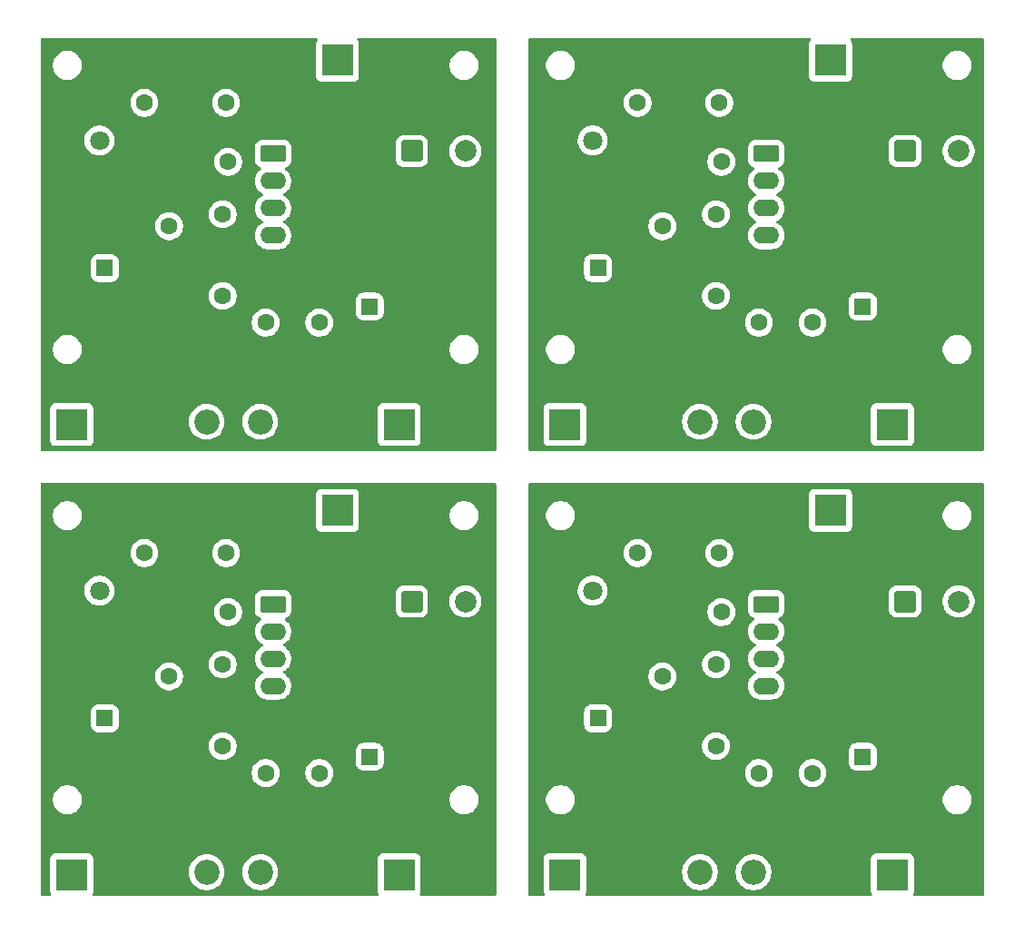
<source format=gbr>
%TF.GenerationSoftware,KiCad,Pcbnew,9.0.4*%
%TF.CreationDate,2025-08-28T09:54:45+02:00*%
%TF.ProjectId,TDA7267_2x2_panel,54444137-3236-4375-9f32-78325f70616e,rev?*%
%TF.SameCoordinates,Original*%
%TF.FileFunction,Copper,L1,Top*%
%TF.FilePolarity,Positive*%
%FSLAX46Y46*%
G04 Gerber Fmt 4.6, Leading zero omitted, Abs format (unit mm)*
G04 Created by KiCad (PCBNEW 9.0.4) date 2025-08-28 09:54:45*
%MOMM*%
%LPD*%
G01*
G04 APERTURE LIST*
G04 Aperture macros list*
%AMRoundRect*
0 Rectangle with rounded corners*
0 $1 Rounding radius*
0 $2 $3 $4 $5 $6 $7 $8 $9 X,Y pos of 4 corners*
0 Add a 4 corners polygon primitive as box body*
4,1,4,$2,$3,$4,$5,$6,$7,$8,$9,$2,$3,0*
0 Add four circle primitives for the rounded corners*
1,1,$1+$1,$2,$3*
1,1,$1+$1,$4,$5*
1,1,$1+$1,$6,$7*
1,1,$1+$1,$8,$9*
0 Add four rect primitives between the rounded corners*
20,1,$1+$1,$2,$3,$4,$5,0*
20,1,$1+$1,$4,$5,$6,$7,0*
20,1,$1+$1,$6,$7,$8,$9,0*
20,1,$1+$1,$8,$9,$2,$3,0*%
G04 Aperture macros list end*
%TA.AperFunction,ComponentPad*%
%ADD10RoundRect,0.250000X-0.950000X-0.550000X0.950000X-0.550000X0.950000X0.550000X-0.950000X0.550000X0*%
%TD*%
%TA.AperFunction,ComponentPad*%
%ADD11O,2.400000X1.600000*%
%TD*%
%TA.AperFunction,ComponentPad*%
%ADD12RoundRect,0.250000X-0.550000X-0.550000X0.550000X-0.550000X0.550000X0.550000X-0.550000X0.550000X0*%
%TD*%
%TA.AperFunction,ComponentPad*%
%ADD13C,1.600000*%
%TD*%
%TA.AperFunction,ComponentPad*%
%ADD14RoundRect,0.250000X0.550000X0.550000X-0.550000X0.550000X-0.550000X-0.550000X0.550000X-0.550000X0*%
%TD*%
%TA.AperFunction,ComponentPad*%
%ADD15RoundRect,0.250000X-0.750000X-0.750000X0.750000X-0.750000X0.750000X0.750000X-0.750000X0.750000X0*%
%TD*%
%TA.AperFunction,ComponentPad*%
%ADD16C,2.000000*%
%TD*%
%TA.AperFunction,ComponentPad*%
%ADD17R,1.800000X1.800000*%
%TD*%
%TA.AperFunction,ComponentPad*%
%ADD18C,1.800000*%
%TD*%
%TA.AperFunction,ComponentPad*%
%ADD19R,3.000000X3.000000*%
%TD*%
%TA.AperFunction,ComponentPad*%
%ADD20C,3.000000*%
%TD*%
%TA.AperFunction,ComponentPad*%
%ADD21C,2.340000*%
%TD*%
G04 APERTURE END LIST*
D10*
%TO.P,U1,1,V+*%
%TO.N,Net-(U1-V+)*%
X94190000Y-82300000D03*
D11*
%TO.P,U1,2,Out*%
%TO.N,Net-(U1-Out)*%
X94190000Y-84840000D03*
%TO.P,U1,3,SRV*%
%TO.N,Net-(U1-SRV)*%
X94190000Y-87380000D03*
%TO.P,U1,4,In*%
%TO.N,Net-(U1-In)*%
X94190000Y-89920000D03*
%TO.P,U1,5,GND*%
%TO.N,GND*%
X101810000Y-89920000D03*
%TO.P,U1,6,GND*%
X101810000Y-87380000D03*
%TO.P,U1,7,GND*%
X101810000Y-84840000D03*
%TO.P,U1,8,GND*%
X101810000Y-82300000D03*
%TD*%
D12*
%TO.P,C2,1*%
%TO.N,Net-(U1-SRV)*%
X103197349Y-96550000D03*
D13*
%TO.P,C2,2*%
%TO.N,GND*%
X106997349Y-96550000D03*
%TD*%
D14*
%TO.P,C4,1*%
%TO.N,Net-(U1-V+)*%
X78500000Y-92950000D03*
D13*
%TO.P,C4,2*%
%TO.N,GND*%
X74700000Y-92950000D03*
%TD*%
D15*
%TO.P,C6,1*%
%TO.N,Net-(U1-Out)*%
X107132323Y-82050000D03*
D16*
%TO.P,C6,2*%
%TO.N,Net-(OUT1-Pin_1)*%
X112132323Y-82050000D03*
%TD*%
D17*
%TO.P,D1,1,K*%
%TO.N,GND*%
X75460000Y-81050000D03*
D18*
%TO.P,D1,2,A*%
%TO.N,Net-(D1-A)*%
X78000000Y-81050000D03*
%TD*%
D13*
%TO.P,C3,1*%
%TO.N,GND*%
X84500000Y-94050000D03*
%TO.P,C3,2*%
%TO.N,Net-(U1-In)*%
X84500000Y-89050000D03*
%TD*%
%TO.P,R1,1*%
%TO.N,Net-(C1-Pad2)*%
X89500000Y-95550000D03*
%TO.P,R1,2*%
%TO.N,Net-(U1-In)*%
X89500000Y-87930000D03*
%TD*%
D19*
%TO.P,OUT1,1,Pin_1*%
%TO.N,Net-(OUT1-Pin_1)*%
X100190000Y-73550000D03*
D20*
%TO.P,OUT1,2,Pin_2*%
%TO.N,GND*%
X95110000Y-73550000D03*
%TD*%
D13*
%TO.P,C5,1*%
%TO.N,GND*%
X85000000Y-83050000D03*
%TO.P,C5,2*%
%TO.N,Net-(U1-V+)*%
X90000000Y-83050000D03*
%TD*%
%TO.P,C1,1*%
%TO.N,Net-(C1-Pad1)*%
X98500000Y-98050000D03*
%TO.P,C1,2*%
%TO.N,Net-(C1-Pad2)*%
X93500000Y-98050000D03*
%TD*%
%TO.P,R2,1*%
%TO.N,Net-(D1-A)*%
X82190000Y-77550000D03*
%TO.P,R2,2*%
%TO.N,Net-(U1-V+)*%
X89810000Y-77550000D03*
%TD*%
D21*
%TO.P,RV1,1,1*%
%TO.N,Net-(IN1-Pin_1)*%
X88000000Y-107300000D03*
%TO.P,RV1,2,2*%
%TO.N,Net-(C1-Pad1)*%
X93000000Y-107300000D03*
%TO.P,RV1,3,3*%
%TO.N,GND*%
X98000000Y-107300000D03*
%TD*%
D19*
%TO.P,VCC1,1,Pin_1*%
%TO.N,Net-(U1-V+)*%
X75420000Y-107550000D03*
D20*
%TO.P,VCC1,2,Pin_2*%
%TO.N,GND*%
X80500000Y-107550000D03*
%TD*%
D19*
%TO.P,IN1,1,Pin_1*%
%TO.N,Net-(IN1-Pin_1)*%
X105960000Y-107550000D03*
D20*
%TO.P,IN1,2,Pin_2*%
%TO.N,GND*%
X111040000Y-107550000D03*
%TD*%
D10*
%TO.P,U1,1,V+*%
%TO.N,Net-(U1-V+)*%
X140190000Y-40300000D03*
D11*
%TO.P,U1,2,Out*%
%TO.N,Net-(U1-Out)*%
X140190000Y-42840000D03*
%TO.P,U1,3,SRV*%
%TO.N,Net-(U1-SRV)*%
X140190000Y-45380000D03*
%TO.P,U1,4,In*%
%TO.N,Net-(U1-In)*%
X140190000Y-47920000D03*
%TO.P,U1,5,GND*%
%TO.N,GND*%
X147810000Y-47920000D03*
%TO.P,U1,6,GND*%
X147810000Y-45380000D03*
%TO.P,U1,7,GND*%
X147810000Y-42840000D03*
%TO.P,U1,8,GND*%
X147810000Y-40300000D03*
%TD*%
D12*
%TO.P,C2,1*%
%TO.N,Net-(U1-SRV)*%
X149197349Y-54550000D03*
D13*
%TO.P,C2,2*%
%TO.N,GND*%
X152997349Y-54550000D03*
%TD*%
D14*
%TO.P,C4,1*%
%TO.N,Net-(U1-V+)*%
X124500000Y-50950000D03*
D13*
%TO.P,C4,2*%
%TO.N,GND*%
X120700000Y-50950000D03*
%TD*%
D15*
%TO.P,C6,1*%
%TO.N,Net-(U1-Out)*%
X153132323Y-40050000D03*
D16*
%TO.P,C6,2*%
%TO.N,Net-(OUT1-Pin_1)*%
X158132323Y-40050000D03*
%TD*%
D13*
%TO.P,C3,1*%
%TO.N,GND*%
X130500000Y-52050000D03*
%TO.P,C3,2*%
%TO.N,Net-(U1-In)*%
X130500000Y-47050000D03*
%TD*%
D17*
%TO.P,D1,1,K*%
%TO.N,GND*%
X121460000Y-39050000D03*
D18*
%TO.P,D1,2,A*%
%TO.N,Net-(D1-A)*%
X124000000Y-39050000D03*
%TD*%
D13*
%TO.P,R1,1*%
%TO.N,Net-(C1-Pad2)*%
X135500000Y-53550000D03*
%TO.P,R1,2*%
%TO.N,Net-(U1-In)*%
X135500000Y-45930000D03*
%TD*%
D19*
%TO.P,OUT1,1,Pin_1*%
%TO.N,Net-(OUT1-Pin_1)*%
X146190000Y-31550000D03*
D20*
%TO.P,OUT1,2,Pin_2*%
%TO.N,GND*%
X141110000Y-31550000D03*
%TD*%
D13*
%TO.P,C5,1*%
%TO.N,GND*%
X131000000Y-41050000D03*
%TO.P,C5,2*%
%TO.N,Net-(U1-V+)*%
X136000000Y-41050000D03*
%TD*%
%TO.P,C1,1*%
%TO.N,Net-(C1-Pad1)*%
X144500000Y-56050000D03*
%TO.P,C1,2*%
%TO.N,Net-(C1-Pad2)*%
X139500000Y-56050000D03*
%TD*%
%TO.P,R2,1*%
%TO.N,Net-(D1-A)*%
X128190000Y-35550000D03*
%TO.P,R2,2*%
%TO.N,Net-(U1-V+)*%
X135810000Y-35550000D03*
%TD*%
D21*
%TO.P,RV1,1,1*%
%TO.N,Net-(IN1-Pin_1)*%
X134000000Y-65300000D03*
%TO.P,RV1,2,2*%
%TO.N,Net-(C1-Pad1)*%
X139000000Y-65300000D03*
%TO.P,RV1,3,3*%
%TO.N,GND*%
X144000000Y-65300000D03*
%TD*%
D19*
%TO.P,VCC1,1,Pin_1*%
%TO.N,Net-(U1-V+)*%
X121420000Y-65550000D03*
D20*
%TO.P,VCC1,2,Pin_2*%
%TO.N,GND*%
X126500000Y-65550000D03*
%TD*%
D19*
%TO.P,IN1,1,Pin_1*%
%TO.N,Net-(IN1-Pin_1)*%
X151960000Y-65550000D03*
D20*
%TO.P,IN1,2,Pin_2*%
%TO.N,GND*%
X157040000Y-65550000D03*
%TD*%
D12*
%TO.P,C2,1*%
%TO.N,Net-(U1-SRV)*%
X103197349Y-54550000D03*
D13*
%TO.P,C2,2*%
%TO.N,GND*%
X106997349Y-54550000D03*
%TD*%
D14*
%TO.P,C4,1*%
%TO.N,Net-(U1-V+)*%
X78500000Y-50950000D03*
D13*
%TO.P,C4,2*%
%TO.N,GND*%
X74700000Y-50950000D03*
%TD*%
D15*
%TO.P,C6,1*%
%TO.N,Net-(U1-Out)*%
X107132323Y-40050000D03*
D16*
%TO.P,C6,2*%
%TO.N,Net-(OUT1-Pin_1)*%
X112132323Y-40050000D03*
%TD*%
D17*
%TO.P,D1,1,K*%
%TO.N,GND*%
X75460000Y-39050000D03*
D18*
%TO.P,D1,2,A*%
%TO.N,Net-(D1-A)*%
X78000000Y-39050000D03*
%TD*%
D13*
%TO.P,C3,1*%
%TO.N,GND*%
X84500000Y-52050000D03*
%TO.P,C3,2*%
%TO.N,Net-(U1-In)*%
X84500000Y-47050000D03*
%TD*%
D10*
%TO.P,U1,1,V+*%
%TO.N,Net-(U1-V+)*%
X94190000Y-40300000D03*
D11*
%TO.P,U1,2,Out*%
%TO.N,Net-(U1-Out)*%
X94190000Y-42840000D03*
%TO.P,U1,3,SRV*%
%TO.N,Net-(U1-SRV)*%
X94190000Y-45380000D03*
%TO.P,U1,4,In*%
%TO.N,Net-(U1-In)*%
X94190000Y-47920000D03*
%TO.P,U1,5,GND*%
%TO.N,GND*%
X101810000Y-47920000D03*
%TO.P,U1,6,GND*%
X101810000Y-45380000D03*
%TO.P,U1,7,GND*%
X101810000Y-42840000D03*
%TO.P,U1,8,GND*%
X101810000Y-40300000D03*
%TD*%
D13*
%TO.P,R1,1*%
%TO.N,Net-(C1-Pad2)*%
X89500000Y-53550000D03*
%TO.P,R1,2*%
%TO.N,Net-(U1-In)*%
X89500000Y-45930000D03*
%TD*%
D19*
%TO.P,OUT1,1,Pin_1*%
%TO.N,Net-(OUT1-Pin_1)*%
X100190000Y-31550000D03*
D20*
%TO.P,OUT1,2,Pin_2*%
%TO.N,GND*%
X95110000Y-31550000D03*
%TD*%
D13*
%TO.P,C5,1*%
%TO.N,GND*%
X85000000Y-41050000D03*
%TO.P,C5,2*%
%TO.N,Net-(U1-V+)*%
X90000000Y-41050000D03*
%TD*%
%TO.P,C1,1*%
%TO.N,Net-(C1-Pad1)*%
X98500000Y-56050000D03*
%TO.P,C1,2*%
%TO.N,Net-(C1-Pad2)*%
X93500000Y-56050000D03*
%TD*%
%TO.P,R2,1*%
%TO.N,Net-(D1-A)*%
X82190000Y-35550000D03*
%TO.P,R2,2*%
%TO.N,Net-(U1-V+)*%
X89810000Y-35550000D03*
%TD*%
D21*
%TO.P,RV1,1,1*%
%TO.N,Net-(IN1-Pin_1)*%
X88000000Y-65300000D03*
%TO.P,RV1,2,2*%
%TO.N,Net-(C1-Pad1)*%
X93000000Y-65300000D03*
%TO.P,RV1,3,3*%
%TO.N,GND*%
X98000000Y-65300000D03*
%TD*%
D19*
%TO.P,VCC1,1,Pin_1*%
%TO.N,Net-(U1-V+)*%
X75420000Y-65550000D03*
D20*
%TO.P,VCC1,2,Pin_2*%
%TO.N,GND*%
X80500000Y-65550000D03*
%TD*%
D19*
%TO.P,IN1,1,Pin_1*%
%TO.N,Net-(IN1-Pin_1)*%
X105960000Y-65550000D03*
D20*
%TO.P,IN1,2,Pin_2*%
%TO.N,GND*%
X111040000Y-65550000D03*
%TD*%
D10*
%TO.P,U1,1,V+*%
%TO.N,Net-(U1-V+)*%
X140190000Y-82300000D03*
D11*
%TO.P,U1,2,Out*%
%TO.N,Net-(U1-Out)*%
X140190000Y-84840000D03*
%TO.P,U1,3,SRV*%
%TO.N,Net-(U1-SRV)*%
X140190000Y-87380000D03*
%TO.P,U1,4,In*%
%TO.N,Net-(U1-In)*%
X140190000Y-89920000D03*
%TO.P,U1,5,GND*%
%TO.N,GND*%
X147810000Y-89920000D03*
%TO.P,U1,6,GND*%
X147810000Y-87380000D03*
%TO.P,U1,7,GND*%
X147810000Y-84840000D03*
%TO.P,U1,8,GND*%
X147810000Y-82300000D03*
%TD*%
D12*
%TO.P,C2,1*%
%TO.N,Net-(U1-SRV)*%
X149197349Y-96550000D03*
D13*
%TO.P,C2,2*%
%TO.N,GND*%
X152997349Y-96550000D03*
%TD*%
D14*
%TO.P,C4,1*%
%TO.N,Net-(U1-V+)*%
X124500000Y-92950000D03*
D13*
%TO.P,C4,2*%
%TO.N,GND*%
X120700000Y-92950000D03*
%TD*%
D15*
%TO.P,C6,1*%
%TO.N,Net-(U1-Out)*%
X153132323Y-82050000D03*
D16*
%TO.P,C6,2*%
%TO.N,Net-(OUT1-Pin_1)*%
X158132323Y-82050000D03*
%TD*%
D17*
%TO.P,D1,1,K*%
%TO.N,GND*%
X121460000Y-81050000D03*
D18*
%TO.P,D1,2,A*%
%TO.N,Net-(D1-A)*%
X124000000Y-81050000D03*
%TD*%
D13*
%TO.P,C3,1*%
%TO.N,GND*%
X130500000Y-94050000D03*
%TO.P,C3,2*%
%TO.N,Net-(U1-In)*%
X130500000Y-89050000D03*
%TD*%
D19*
%TO.P,IN1,1,Pin_1*%
%TO.N,Net-(IN1-Pin_1)*%
X151960000Y-107550000D03*
D20*
%TO.P,IN1,2,Pin_2*%
%TO.N,GND*%
X157040000Y-107550000D03*
%TD*%
D13*
%TO.P,R1,1*%
%TO.N,Net-(C1-Pad2)*%
X135500000Y-95550000D03*
%TO.P,R1,2*%
%TO.N,Net-(U1-In)*%
X135500000Y-87930000D03*
%TD*%
D19*
%TO.P,OUT1,1,Pin_1*%
%TO.N,Net-(OUT1-Pin_1)*%
X146190000Y-73550000D03*
D20*
%TO.P,OUT1,2,Pin_2*%
%TO.N,GND*%
X141110000Y-73550000D03*
%TD*%
D13*
%TO.P,C5,1*%
%TO.N,GND*%
X131000000Y-83050000D03*
%TO.P,C5,2*%
%TO.N,Net-(U1-V+)*%
X136000000Y-83050000D03*
%TD*%
%TO.P,C1,1*%
%TO.N,Net-(C1-Pad1)*%
X144500000Y-98050000D03*
%TO.P,C1,2*%
%TO.N,Net-(C1-Pad2)*%
X139500000Y-98050000D03*
%TD*%
%TO.P,R2,1*%
%TO.N,Net-(D1-A)*%
X128190000Y-77550000D03*
%TO.P,R2,2*%
%TO.N,Net-(U1-V+)*%
X135810000Y-77550000D03*
%TD*%
D21*
%TO.P,RV1,1,1*%
%TO.N,Net-(IN1-Pin_1)*%
X134000000Y-107300000D03*
%TO.P,RV1,2,2*%
%TO.N,Net-(C1-Pad1)*%
X139000000Y-107300000D03*
%TO.P,RV1,3,3*%
%TO.N,GND*%
X144000000Y-107300000D03*
%TD*%
D19*
%TO.P,VCC1,1,Pin_1*%
%TO.N,Net-(U1-V+)*%
X121420000Y-107550000D03*
D20*
%TO.P,VCC1,2,Pin_2*%
%TO.N,GND*%
X126500000Y-107550000D03*
%TD*%
%TA.AperFunction,Conductor*%
%TO.N,GND*%
G36*
X160442539Y-71019685D02*
G01*
X160488294Y-71072489D01*
X160499500Y-71124000D01*
X160499500Y-109375500D01*
X160479815Y-109442539D01*
X160427011Y-109488294D01*
X160375500Y-109499500D01*
X153996432Y-109499500D01*
X153929393Y-109479815D01*
X153883638Y-109427011D01*
X153873694Y-109357853D01*
X153897165Y-109301190D01*
X153900679Y-109296494D01*
X153903796Y-109292331D01*
X153954091Y-109157483D01*
X153960500Y-109097873D01*
X153960499Y-106002128D01*
X153954091Y-105942517D01*
X153941235Y-105908049D01*
X153903797Y-105807671D01*
X153903793Y-105807664D01*
X153817547Y-105692455D01*
X153817544Y-105692452D01*
X153702335Y-105606206D01*
X153702328Y-105606202D01*
X153567482Y-105555908D01*
X153567483Y-105555908D01*
X153507883Y-105549501D01*
X153507881Y-105549500D01*
X153507873Y-105549500D01*
X153507864Y-105549500D01*
X150412129Y-105549500D01*
X150412123Y-105549501D01*
X150352516Y-105555908D01*
X150217671Y-105606202D01*
X150217664Y-105606206D01*
X150102455Y-105692452D01*
X150102452Y-105692455D01*
X150016206Y-105807664D01*
X150016202Y-105807671D01*
X149965908Y-105942517D01*
X149959501Y-106002116D01*
X149959501Y-106002123D01*
X149959500Y-106002135D01*
X149959500Y-109097870D01*
X149959501Y-109097876D01*
X149965908Y-109157483D01*
X150016202Y-109292328D01*
X150016206Y-109292334D01*
X150022835Y-109301190D01*
X150047252Y-109366654D01*
X150032400Y-109434927D01*
X149982995Y-109484332D01*
X149923568Y-109499500D01*
X123456432Y-109499500D01*
X123389393Y-109479815D01*
X123343638Y-109427011D01*
X123333694Y-109357853D01*
X123357165Y-109301190D01*
X123360679Y-109296494D01*
X123363796Y-109292331D01*
X123414091Y-109157483D01*
X123420500Y-109097873D01*
X123420499Y-107190502D01*
X132329500Y-107190502D01*
X132329500Y-107409497D01*
X132353306Y-107590314D01*
X132358083Y-107626598D01*
X132414759Y-107838117D01*
X132498560Y-108040428D01*
X132498562Y-108040433D01*
X132498565Y-108040438D01*
X132608049Y-108230070D01*
X132741355Y-108403798D01*
X132741361Y-108403805D01*
X132896194Y-108558638D01*
X132896201Y-108558644D01*
X133069929Y-108691950D01*
X133259561Y-108801434D01*
X133259563Y-108801434D01*
X133259572Y-108801440D01*
X133461883Y-108885241D01*
X133673402Y-108941917D01*
X133890510Y-108970500D01*
X133890517Y-108970500D01*
X134109483Y-108970500D01*
X134109490Y-108970500D01*
X134326598Y-108941917D01*
X134538117Y-108885241D01*
X134740428Y-108801440D01*
X134930071Y-108691950D01*
X135103800Y-108558643D01*
X135258643Y-108403800D01*
X135391950Y-108230071D01*
X135501440Y-108040428D01*
X135585241Y-107838117D01*
X135641917Y-107626598D01*
X135670500Y-107409490D01*
X135670500Y-107190510D01*
X135670499Y-107190502D01*
X137329500Y-107190502D01*
X137329500Y-107409497D01*
X137353306Y-107590314D01*
X137358083Y-107626598D01*
X137414759Y-107838117D01*
X137498560Y-108040428D01*
X137498562Y-108040433D01*
X137498565Y-108040438D01*
X137608049Y-108230070D01*
X137741355Y-108403798D01*
X137741361Y-108403805D01*
X137896194Y-108558638D01*
X137896201Y-108558644D01*
X138069929Y-108691950D01*
X138259561Y-108801434D01*
X138259563Y-108801434D01*
X138259572Y-108801440D01*
X138461883Y-108885241D01*
X138673402Y-108941917D01*
X138890510Y-108970500D01*
X138890517Y-108970500D01*
X139109483Y-108970500D01*
X139109490Y-108970500D01*
X139326598Y-108941917D01*
X139538117Y-108885241D01*
X139740428Y-108801440D01*
X139930071Y-108691950D01*
X140103800Y-108558643D01*
X140258643Y-108403800D01*
X140391950Y-108230071D01*
X140501440Y-108040428D01*
X140585241Y-107838117D01*
X140641917Y-107626598D01*
X140670500Y-107409490D01*
X140670500Y-107190510D01*
X140641917Y-106973402D01*
X140585241Y-106761883D01*
X140501440Y-106559572D01*
X140391950Y-106369929D01*
X140258643Y-106196200D01*
X140258638Y-106196194D01*
X140103805Y-106041361D01*
X140103798Y-106041355D01*
X139930070Y-105908049D01*
X139740438Y-105798565D01*
X139740433Y-105798562D01*
X139740428Y-105798560D01*
X139538117Y-105714759D01*
X139538118Y-105714759D01*
X139538115Y-105714758D01*
X139432357Y-105686421D01*
X139326598Y-105658083D01*
X139290314Y-105653306D01*
X139109497Y-105629500D01*
X139109490Y-105629500D01*
X138890510Y-105629500D01*
X138890502Y-105629500D01*
X138683853Y-105656707D01*
X138673402Y-105658083D01*
X138628699Y-105670060D01*
X138461884Y-105714758D01*
X138343374Y-105763847D01*
X138259572Y-105798560D01*
X138259569Y-105798561D01*
X138259561Y-105798565D01*
X138069929Y-105908049D01*
X137896201Y-106041355D01*
X137896194Y-106041361D01*
X137741361Y-106196194D01*
X137741355Y-106196201D01*
X137608049Y-106369929D01*
X137498565Y-106559561D01*
X137498560Y-106559573D01*
X137414758Y-106761884D01*
X137358084Y-106973399D01*
X137358082Y-106973410D01*
X137329500Y-107190502D01*
X135670499Y-107190502D01*
X135641917Y-106973402D01*
X135585241Y-106761883D01*
X135501440Y-106559572D01*
X135391950Y-106369929D01*
X135258643Y-106196200D01*
X135258638Y-106196194D01*
X135103805Y-106041361D01*
X135103798Y-106041355D01*
X134930070Y-105908049D01*
X134740438Y-105798565D01*
X134740433Y-105798562D01*
X134740428Y-105798560D01*
X134538117Y-105714759D01*
X134538118Y-105714759D01*
X134538115Y-105714758D01*
X134432357Y-105686421D01*
X134326598Y-105658083D01*
X134290314Y-105653306D01*
X134109497Y-105629500D01*
X134109490Y-105629500D01*
X133890510Y-105629500D01*
X133890502Y-105629500D01*
X133683853Y-105656707D01*
X133673402Y-105658083D01*
X133628699Y-105670060D01*
X133461884Y-105714758D01*
X133343374Y-105763847D01*
X133259572Y-105798560D01*
X133259569Y-105798561D01*
X133259561Y-105798565D01*
X133069929Y-105908049D01*
X132896201Y-106041355D01*
X132896194Y-106041361D01*
X132741361Y-106196194D01*
X132741355Y-106196201D01*
X132608049Y-106369929D01*
X132498565Y-106559561D01*
X132498560Y-106559573D01*
X132414758Y-106761884D01*
X132358084Y-106973399D01*
X132358082Y-106973410D01*
X132329500Y-107190502D01*
X123420499Y-107190502D01*
X123420499Y-106002128D01*
X123414091Y-105942517D01*
X123401235Y-105908049D01*
X123363797Y-105807671D01*
X123363793Y-105807664D01*
X123277547Y-105692455D01*
X123277544Y-105692452D01*
X123162335Y-105606206D01*
X123162328Y-105606202D01*
X123027482Y-105555908D01*
X123027483Y-105555908D01*
X122967883Y-105549501D01*
X122967881Y-105549500D01*
X122967873Y-105549500D01*
X122967864Y-105549500D01*
X119872129Y-105549500D01*
X119872123Y-105549501D01*
X119812516Y-105555908D01*
X119677671Y-105606202D01*
X119677664Y-105606206D01*
X119562455Y-105692452D01*
X119562452Y-105692455D01*
X119476206Y-105807664D01*
X119476202Y-105807671D01*
X119425908Y-105942517D01*
X119419501Y-106002116D01*
X119419501Y-106002123D01*
X119419500Y-106002135D01*
X119419500Y-109097870D01*
X119419501Y-109097876D01*
X119425908Y-109157483D01*
X119476202Y-109292328D01*
X119476206Y-109292334D01*
X119482835Y-109301190D01*
X119507252Y-109366654D01*
X119492400Y-109434927D01*
X119442995Y-109484332D01*
X119383568Y-109499500D01*
X118124000Y-109499500D01*
X118056961Y-109479815D01*
X118011206Y-109427011D01*
X118000000Y-109375500D01*
X118000000Y-100443713D01*
X119649500Y-100443713D01*
X119649500Y-100656286D01*
X119682753Y-100866239D01*
X119748444Y-101068414D01*
X119844951Y-101257820D01*
X119969890Y-101429786D01*
X120120213Y-101580109D01*
X120292179Y-101705048D01*
X120292181Y-101705049D01*
X120292184Y-101705051D01*
X120481588Y-101801557D01*
X120683757Y-101867246D01*
X120893713Y-101900500D01*
X120893714Y-101900500D01*
X121106286Y-101900500D01*
X121106287Y-101900500D01*
X121316243Y-101867246D01*
X121518412Y-101801557D01*
X121707816Y-101705051D01*
X121729789Y-101689086D01*
X121879786Y-101580109D01*
X121879788Y-101580106D01*
X121879792Y-101580104D01*
X122030104Y-101429792D01*
X122030106Y-101429788D01*
X122030109Y-101429786D01*
X122155048Y-101257820D01*
X122155047Y-101257820D01*
X122155051Y-101257816D01*
X122251557Y-101068412D01*
X122317246Y-100866243D01*
X122350500Y-100656287D01*
X122350500Y-100443713D01*
X156649500Y-100443713D01*
X156649500Y-100656286D01*
X156682753Y-100866239D01*
X156748444Y-101068414D01*
X156844951Y-101257820D01*
X156969890Y-101429786D01*
X157120213Y-101580109D01*
X157292179Y-101705048D01*
X157292181Y-101705049D01*
X157292184Y-101705051D01*
X157481588Y-101801557D01*
X157683757Y-101867246D01*
X157893713Y-101900500D01*
X157893714Y-101900500D01*
X158106286Y-101900500D01*
X158106287Y-101900500D01*
X158316243Y-101867246D01*
X158518412Y-101801557D01*
X158707816Y-101705051D01*
X158729789Y-101689086D01*
X158879786Y-101580109D01*
X158879788Y-101580106D01*
X158879792Y-101580104D01*
X159030104Y-101429792D01*
X159030106Y-101429788D01*
X159030109Y-101429786D01*
X159155048Y-101257820D01*
X159155047Y-101257820D01*
X159155051Y-101257816D01*
X159251557Y-101068412D01*
X159317246Y-100866243D01*
X159350500Y-100656287D01*
X159350500Y-100443713D01*
X159317246Y-100233757D01*
X159251557Y-100031588D01*
X159155051Y-99842184D01*
X159155049Y-99842181D01*
X159155048Y-99842179D01*
X159030109Y-99670213D01*
X158879786Y-99519890D01*
X158707820Y-99394951D01*
X158518414Y-99298444D01*
X158518413Y-99298443D01*
X158518412Y-99298443D01*
X158316243Y-99232754D01*
X158316241Y-99232753D01*
X158316240Y-99232753D01*
X158154957Y-99207208D01*
X158106287Y-99199500D01*
X157893713Y-99199500D01*
X157845042Y-99207208D01*
X157683760Y-99232753D01*
X157481585Y-99298444D01*
X157292179Y-99394951D01*
X157120213Y-99519890D01*
X156969890Y-99670213D01*
X156844951Y-99842179D01*
X156748444Y-100031585D01*
X156682753Y-100233760D01*
X156649500Y-100443713D01*
X122350500Y-100443713D01*
X122317246Y-100233757D01*
X122251557Y-100031588D01*
X122155051Y-99842184D01*
X122155049Y-99842181D01*
X122155048Y-99842179D01*
X122030109Y-99670213D01*
X121879786Y-99519890D01*
X121707820Y-99394951D01*
X121518414Y-99298444D01*
X121518413Y-99298443D01*
X121518412Y-99298443D01*
X121316243Y-99232754D01*
X121316241Y-99232753D01*
X121316240Y-99232753D01*
X121154957Y-99207208D01*
X121106287Y-99199500D01*
X120893713Y-99199500D01*
X120845042Y-99207208D01*
X120683760Y-99232753D01*
X120481585Y-99298444D01*
X120292179Y-99394951D01*
X120120213Y-99519890D01*
X119969890Y-99670213D01*
X119844951Y-99842179D01*
X119748444Y-100031585D01*
X119682753Y-100233760D01*
X119649500Y-100443713D01*
X118000000Y-100443713D01*
X118000000Y-97947648D01*
X138199500Y-97947648D01*
X138199500Y-98152351D01*
X138231522Y-98354534D01*
X138294781Y-98549223D01*
X138387715Y-98731613D01*
X138508028Y-98897213D01*
X138652786Y-99041971D01*
X138807749Y-99154556D01*
X138818390Y-99162287D01*
X138891425Y-99199500D01*
X139000776Y-99255218D01*
X139000778Y-99255218D01*
X139000781Y-99255220D01*
X139105137Y-99289127D01*
X139195465Y-99318477D01*
X139296557Y-99334488D01*
X139397648Y-99350500D01*
X139397649Y-99350500D01*
X139602351Y-99350500D01*
X139602352Y-99350500D01*
X139804534Y-99318477D01*
X139999219Y-99255220D01*
X140181610Y-99162287D01*
X140274590Y-99094732D01*
X140347213Y-99041971D01*
X140347215Y-99041968D01*
X140347219Y-99041966D01*
X140491966Y-98897219D01*
X140491968Y-98897215D01*
X140491971Y-98897213D01*
X140544732Y-98824590D01*
X140612287Y-98731610D01*
X140705220Y-98549219D01*
X140768477Y-98354534D01*
X140800500Y-98152352D01*
X140800500Y-97947648D01*
X143199500Y-97947648D01*
X143199500Y-98152351D01*
X143231522Y-98354534D01*
X143294781Y-98549223D01*
X143387715Y-98731613D01*
X143508028Y-98897213D01*
X143652786Y-99041971D01*
X143807749Y-99154556D01*
X143818390Y-99162287D01*
X143891425Y-99199500D01*
X144000776Y-99255218D01*
X144000778Y-99255218D01*
X144000781Y-99255220D01*
X144105137Y-99289127D01*
X144195465Y-99318477D01*
X144296557Y-99334488D01*
X144397648Y-99350500D01*
X144397649Y-99350500D01*
X144602351Y-99350500D01*
X144602352Y-99350500D01*
X144804534Y-99318477D01*
X144999219Y-99255220D01*
X145181610Y-99162287D01*
X145274590Y-99094732D01*
X145347213Y-99041971D01*
X145347215Y-99041968D01*
X145347219Y-99041966D01*
X145491966Y-98897219D01*
X145491968Y-98897215D01*
X145491971Y-98897213D01*
X145544732Y-98824590D01*
X145612287Y-98731610D01*
X145705220Y-98549219D01*
X145768477Y-98354534D01*
X145800500Y-98152352D01*
X145800500Y-97947648D01*
X145768477Y-97745466D01*
X145705220Y-97550781D01*
X145705218Y-97550778D01*
X145705218Y-97550776D01*
X145638244Y-97419334D01*
X145612287Y-97368390D01*
X145604556Y-97357749D01*
X145491971Y-97202786D01*
X145347213Y-97058028D01*
X145181613Y-96937715D01*
X145181612Y-96937714D01*
X145181610Y-96937713D01*
X145124653Y-96908691D01*
X144999223Y-96844781D01*
X144804534Y-96781522D01*
X144629995Y-96753878D01*
X144602352Y-96749500D01*
X144397648Y-96749500D01*
X144373329Y-96753351D01*
X144195465Y-96781522D01*
X144000776Y-96844781D01*
X143818386Y-96937715D01*
X143652786Y-97058028D01*
X143508028Y-97202786D01*
X143387715Y-97368386D01*
X143294781Y-97550776D01*
X143231522Y-97745465D01*
X143199500Y-97947648D01*
X140800500Y-97947648D01*
X140768477Y-97745466D01*
X140705220Y-97550781D01*
X140705218Y-97550778D01*
X140705218Y-97550776D01*
X140638244Y-97419334D01*
X140612287Y-97368390D01*
X140604556Y-97357749D01*
X140491971Y-97202786D01*
X140347213Y-97058028D01*
X140181613Y-96937715D01*
X140181612Y-96937714D01*
X140181610Y-96937713D01*
X140124653Y-96908691D01*
X139999223Y-96844781D01*
X139804534Y-96781522D01*
X139629995Y-96753878D01*
X139602352Y-96749500D01*
X139397648Y-96749500D01*
X139373329Y-96753351D01*
X139195465Y-96781522D01*
X139000776Y-96844781D01*
X138818386Y-96937715D01*
X138652786Y-97058028D01*
X138508028Y-97202786D01*
X138387715Y-97368386D01*
X138294781Y-97550776D01*
X138231522Y-97745465D01*
X138199500Y-97947648D01*
X118000000Y-97947648D01*
X118000000Y-95447648D01*
X134199500Y-95447648D01*
X134199500Y-95652351D01*
X134231522Y-95854534D01*
X134294781Y-96049223D01*
X134387715Y-96231613D01*
X134508028Y-96397213D01*
X134652786Y-96541971D01*
X134807749Y-96654556D01*
X134818390Y-96662287D01*
X134934607Y-96721503D01*
X135000776Y-96755218D01*
X135000778Y-96755218D01*
X135000781Y-96755220D01*
X135105137Y-96789127D01*
X135195465Y-96818477D01*
X135296557Y-96834488D01*
X135397648Y-96850500D01*
X135397649Y-96850500D01*
X135602351Y-96850500D01*
X135602352Y-96850500D01*
X135804534Y-96818477D01*
X135999219Y-96755220D01*
X136181610Y-96662287D01*
X136274590Y-96594732D01*
X136347213Y-96541971D01*
X136347215Y-96541968D01*
X136347219Y-96541966D01*
X136491966Y-96397219D01*
X136491968Y-96397215D01*
X136491971Y-96397213D01*
X136544732Y-96324590D01*
X136612287Y-96231610D01*
X136705220Y-96049219D01*
X136737464Y-95949983D01*
X147896849Y-95949983D01*
X147896849Y-97150001D01*
X147896850Y-97150018D01*
X147907349Y-97252796D01*
X147907350Y-97252799D01*
X147945652Y-97368386D01*
X147962535Y-97419334D01*
X148054637Y-97568656D01*
X148178693Y-97692712D01*
X148328015Y-97784814D01*
X148494552Y-97839999D01*
X148597340Y-97850500D01*
X149797357Y-97850499D01*
X149900146Y-97839999D01*
X150066683Y-97784814D01*
X150216005Y-97692712D01*
X150340061Y-97568656D01*
X150432163Y-97419334D01*
X150487348Y-97252797D01*
X150497849Y-97150009D01*
X150497848Y-95949992D01*
X150487348Y-95847203D01*
X150432163Y-95680666D01*
X150340061Y-95531344D01*
X150216005Y-95407288D01*
X150066683Y-95315186D01*
X149900146Y-95260001D01*
X149900144Y-95260000D01*
X149797359Y-95249500D01*
X148597347Y-95249500D01*
X148597330Y-95249501D01*
X148494552Y-95260000D01*
X148494549Y-95260001D01*
X148328017Y-95315185D01*
X148328012Y-95315187D01*
X148178691Y-95407289D01*
X148054638Y-95531342D01*
X147962536Y-95680663D01*
X147962535Y-95680666D01*
X147907350Y-95847203D01*
X147907350Y-95847204D01*
X147907349Y-95847204D01*
X147896849Y-95949983D01*
X136737464Y-95949983D01*
X136750938Y-95908515D01*
X136750938Y-95908514D01*
X136768476Y-95854538D01*
X136768476Y-95854537D01*
X136768477Y-95854534D01*
X136800500Y-95652352D01*
X136800500Y-95447648D01*
X136768477Y-95245466D01*
X136705220Y-95050781D01*
X136705218Y-95050778D01*
X136705218Y-95050776D01*
X136671503Y-94984607D01*
X136612287Y-94868390D01*
X136604556Y-94857749D01*
X136491971Y-94702786D01*
X136347213Y-94558028D01*
X136181613Y-94437715D01*
X136181612Y-94437714D01*
X136181610Y-94437713D01*
X136124653Y-94408691D01*
X135999223Y-94344781D01*
X135804534Y-94281522D01*
X135629995Y-94253878D01*
X135602352Y-94249500D01*
X135397648Y-94249500D01*
X135373329Y-94253351D01*
X135195465Y-94281522D01*
X135000776Y-94344781D01*
X134818386Y-94437715D01*
X134652786Y-94558028D01*
X134508028Y-94702786D01*
X134387715Y-94868386D01*
X134294781Y-95050776D01*
X134231522Y-95245465D01*
X134199500Y-95447648D01*
X118000000Y-95447648D01*
X118000000Y-92349983D01*
X123199500Y-92349983D01*
X123199500Y-93550001D01*
X123199501Y-93550018D01*
X123210000Y-93652796D01*
X123210001Y-93652799D01*
X123265185Y-93819331D01*
X123265186Y-93819334D01*
X123357288Y-93968656D01*
X123481344Y-94092712D01*
X123630666Y-94184814D01*
X123797203Y-94239999D01*
X123899991Y-94250500D01*
X125100008Y-94250499D01*
X125202797Y-94239999D01*
X125369334Y-94184814D01*
X125518656Y-94092712D01*
X125642712Y-93968656D01*
X125734814Y-93819334D01*
X125789999Y-93652797D01*
X125800500Y-93550009D01*
X125800499Y-92349992D01*
X125789999Y-92247203D01*
X125734814Y-92080666D01*
X125642712Y-91931344D01*
X125518656Y-91807288D01*
X125369334Y-91715186D01*
X125202797Y-91660001D01*
X125202795Y-91660000D01*
X125100010Y-91649500D01*
X123899998Y-91649500D01*
X123899981Y-91649501D01*
X123797203Y-91660000D01*
X123797200Y-91660001D01*
X123630668Y-91715185D01*
X123630663Y-91715187D01*
X123481342Y-91807289D01*
X123357289Y-91931342D01*
X123265187Y-92080663D01*
X123265186Y-92080666D01*
X123210001Y-92247203D01*
X123210001Y-92247204D01*
X123210000Y-92247204D01*
X123199500Y-92349983D01*
X118000000Y-92349983D01*
X118000000Y-88947648D01*
X129199500Y-88947648D01*
X129199500Y-89152351D01*
X129231522Y-89354534D01*
X129294781Y-89549223D01*
X129387715Y-89731613D01*
X129508028Y-89897213D01*
X129652786Y-90041971D01*
X129807749Y-90154556D01*
X129818390Y-90162287D01*
X129934607Y-90221503D01*
X130000776Y-90255218D01*
X130000778Y-90255218D01*
X130000781Y-90255220D01*
X130105137Y-90289127D01*
X130195465Y-90318477D01*
X130296557Y-90334488D01*
X130397648Y-90350500D01*
X130397649Y-90350500D01*
X130602351Y-90350500D01*
X130602352Y-90350500D01*
X130804534Y-90318477D01*
X130999219Y-90255220D01*
X131181610Y-90162287D01*
X131274590Y-90094732D01*
X131347213Y-90041971D01*
X131347215Y-90041968D01*
X131347219Y-90041966D01*
X131491966Y-89897219D01*
X131491968Y-89897215D01*
X131491971Y-89897213D01*
X131549777Y-89817648D01*
X131612287Y-89731610D01*
X131705220Y-89549219D01*
X131768477Y-89354534D01*
X131800500Y-89152352D01*
X131800500Y-88947648D01*
X131796432Y-88921966D01*
X131768477Y-88745465D01*
X131735733Y-88644690D01*
X131705220Y-88550781D01*
X131705218Y-88550778D01*
X131705218Y-88550776D01*
X131643281Y-88429219D01*
X131612287Y-88368390D01*
X131604556Y-88357749D01*
X131491971Y-88202786D01*
X131347213Y-88058028D01*
X131181611Y-87937713D01*
X131172873Y-87933261D01*
X131172872Y-87933261D01*
X130999223Y-87844781D01*
X130946494Y-87827648D01*
X134199500Y-87827648D01*
X134199500Y-88032351D01*
X134231522Y-88234534D01*
X134294781Y-88429223D01*
X134387715Y-88611613D01*
X134508028Y-88777213D01*
X134652786Y-88921971D01*
X134807749Y-89034556D01*
X134818390Y-89042287D01*
X134878248Y-89072786D01*
X135000776Y-89135218D01*
X135000778Y-89135218D01*
X135000781Y-89135220D01*
X135053505Y-89152351D01*
X135195465Y-89198477D01*
X135296557Y-89214488D01*
X135397648Y-89230500D01*
X135397649Y-89230500D01*
X135602351Y-89230500D01*
X135602352Y-89230500D01*
X135804534Y-89198477D01*
X135999219Y-89135220D01*
X136181610Y-89042287D01*
X136274590Y-88974732D01*
X136347213Y-88921971D01*
X136347215Y-88921968D01*
X136347219Y-88921966D01*
X136491966Y-88777219D01*
X136491968Y-88777215D01*
X136491971Y-88777213D01*
X136544732Y-88704590D01*
X136612287Y-88611610D01*
X136705220Y-88429219D01*
X136768477Y-88234534D01*
X136800500Y-88032352D01*
X136800500Y-87827648D01*
X136768477Y-87625466D01*
X136705220Y-87430781D01*
X136705218Y-87430778D01*
X136705218Y-87430776D01*
X136671503Y-87364607D01*
X136612287Y-87248390D01*
X136604556Y-87237749D01*
X136491971Y-87082786D01*
X136347213Y-86938028D01*
X136181613Y-86817715D01*
X136181612Y-86817714D01*
X136181610Y-86817713D01*
X136124653Y-86788691D01*
X135999223Y-86724781D01*
X135804534Y-86661522D01*
X135629995Y-86633878D01*
X135602352Y-86629500D01*
X135397648Y-86629500D01*
X135373329Y-86633351D01*
X135195465Y-86661522D01*
X135000776Y-86724781D01*
X134818386Y-86817715D01*
X134652786Y-86938028D01*
X134508028Y-87082786D01*
X134387715Y-87248386D01*
X134294781Y-87430776D01*
X134231522Y-87625465D01*
X134199500Y-87827648D01*
X130946494Y-87827648D01*
X130804534Y-87781522D01*
X130629995Y-87753878D01*
X130602352Y-87749500D01*
X130397648Y-87749500D01*
X130373329Y-87753351D01*
X130195465Y-87781522D01*
X130000776Y-87844781D01*
X129818386Y-87937715D01*
X129652786Y-88058028D01*
X129508028Y-88202786D01*
X129387715Y-88368386D01*
X129294781Y-88550776D01*
X129231522Y-88745465D01*
X129199500Y-88947648D01*
X118000000Y-88947648D01*
X118000000Y-82947648D01*
X134699500Y-82947648D01*
X134699500Y-83152351D01*
X134731522Y-83354534D01*
X134794781Y-83549223D01*
X134854407Y-83666243D01*
X134885727Y-83727713D01*
X134887715Y-83731613D01*
X135008028Y-83897213D01*
X135152786Y-84041971D01*
X135307749Y-84154556D01*
X135318390Y-84162287D01*
X135434607Y-84221503D01*
X135500776Y-84255218D01*
X135500778Y-84255218D01*
X135500781Y-84255220D01*
X135605137Y-84289127D01*
X135695465Y-84318477D01*
X135796557Y-84334488D01*
X135897648Y-84350500D01*
X135897649Y-84350500D01*
X136102351Y-84350500D01*
X136102352Y-84350500D01*
X136304534Y-84318477D01*
X136499219Y-84255220D01*
X136681610Y-84162287D01*
X136774590Y-84094732D01*
X136847213Y-84041971D01*
X136847215Y-84041968D01*
X136847219Y-84041966D01*
X136991966Y-83897219D01*
X136991968Y-83897215D01*
X136991971Y-83897213D01*
X137077145Y-83779979D01*
X137112287Y-83731610D01*
X137205220Y-83549219D01*
X137268477Y-83354534D01*
X137300500Y-83152352D01*
X137300500Y-82947648D01*
X137268477Y-82745466D01*
X137205220Y-82550781D01*
X137205218Y-82550778D01*
X137205218Y-82550776D01*
X137136553Y-82416015D01*
X137112287Y-82368390D01*
X137097397Y-82347895D01*
X136991971Y-82202786D01*
X136847213Y-82058028D01*
X136681613Y-81937715D01*
X136681612Y-81937714D01*
X136681610Y-81937713D01*
X136624653Y-81908691D01*
X136499223Y-81844781D01*
X136406842Y-81814765D01*
X136304534Y-81781522D01*
X136129995Y-81753878D01*
X136102352Y-81749500D01*
X135897648Y-81749500D01*
X135873329Y-81753351D01*
X135695465Y-81781522D01*
X135500776Y-81844781D01*
X135318386Y-81937715D01*
X135152786Y-82058028D01*
X135008028Y-82202786D01*
X134887715Y-82368386D01*
X134794781Y-82550776D01*
X134731522Y-82745465D01*
X134699500Y-82947648D01*
X118000000Y-82947648D01*
X118000000Y-80939778D01*
X122599500Y-80939778D01*
X122599500Y-81160222D01*
X122613717Y-81249983D01*
X122633985Y-81377952D01*
X122702103Y-81587603D01*
X122702104Y-81587606D01*
X122759369Y-81699992D01*
X122800911Y-81781522D01*
X122802187Y-81784025D01*
X122931752Y-81962358D01*
X122931756Y-81962363D01*
X123087636Y-82118243D01*
X123087641Y-82118247D01*
X123243192Y-82231260D01*
X123265978Y-82247815D01*
X123394375Y-82313237D01*
X123462393Y-82347895D01*
X123462396Y-82347896D01*
X123525472Y-82368390D01*
X123672049Y-82416015D01*
X123889778Y-82450500D01*
X123889779Y-82450500D01*
X124110221Y-82450500D01*
X124110222Y-82450500D01*
X124327951Y-82416015D01*
X124537606Y-82347895D01*
X124734022Y-82247815D01*
X124912365Y-82118242D01*
X125068242Y-81962365D01*
X125197815Y-81784022D01*
X125240635Y-81699983D01*
X138489500Y-81699983D01*
X138489500Y-82900001D01*
X138489501Y-82900018D01*
X138500000Y-83002796D01*
X138500001Y-83002799D01*
X138538618Y-83119336D01*
X138555186Y-83169334D01*
X138647288Y-83318656D01*
X138771344Y-83442712D01*
X138920666Y-83534814D01*
X139002570Y-83561954D01*
X139060015Y-83601727D01*
X139086838Y-83666243D01*
X139074523Y-83735018D01*
X139036451Y-83779978D01*
X138942787Y-83848028D01*
X138942782Y-83848032D01*
X138798028Y-83992786D01*
X138677715Y-84158386D01*
X138584781Y-84340776D01*
X138521522Y-84535465D01*
X138489500Y-84737648D01*
X138489500Y-84942351D01*
X138521522Y-85144534D01*
X138584781Y-85339223D01*
X138677715Y-85521613D01*
X138798028Y-85687213D01*
X138942786Y-85831971D01*
X139097749Y-85944556D01*
X139108390Y-85952287D01*
X139199840Y-85998883D01*
X139201080Y-85999515D01*
X139251876Y-86047490D01*
X139268671Y-86115311D01*
X139246134Y-86181446D01*
X139201080Y-86220485D01*
X139108386Y-86267715D01*
X138942786Y-86388028D01*
X138798028Y-86532786D01*
X138677715Y-86698386D01*
X138584781Y-86880776D01*
X138521522Y-87075465D01*
X138489500Y-87277648D01*
X138489500Y-87482351D01*
X138521522Y-87684534D01*
X138584781Y-87879223D01*
X138614584Y-87937713D01*
X138662805Y-88032352D01*
X138677715Y-88061613D01*
X138798028Y-88227213D01*
X138942786Y-88371971D01*
X139097749Y-88484556D01*
X139108390Y-88492287D01*
X139199840Y-88538883D01*
X139201080Y-88539515D01*
X139251876Y-88587490D01*
X139268671Y-88655311D01*
X139246134Y-88721446D01*
X139201080Y-88760485D01*
X139108386Y-88807715D01*
X138942786Y-88928028D01*
X138798028Y-89072786D01*
X138677715Y-89238386D01*
X138584781Y-89420776D01*
X138521522Y-89615465D01*
X138489500Y-89817648D01*
X138489500Y-90022351D01*
X138521522Y-90224534D01*
X138584781Y-90419223D01*
X138677715Y-90601613D01*
X138798028Y-90767213D01*
X138942786Y-90911971D01*
X139097749Y-91024556D01*
X139108390Y-91032287D01*
X139224607Y-91091503D01*
X139290776Y-91125218D01*
X139290778Y-91125218D01*
X139290781Y-91125220D01*
X139395137Y-91159127D01*
X139485465Y-91188477D01*
X139586557Y-91204488D01*
X139687648Y-91220500D01*
X139687649Y-91220500D01*
X140692351Y-91220500D01*
X140692352Y-91220500D01*
X140894534Y-91188477D01*
X141089219Y-91125220D01*
X141271610Y-91032287D01*
X141364590Y-90964732D01*
X141437213Y-90911971D01*
X141437215Y-90911968D01*
X141437219Y-90911966D01*
X141581966Y-90767219D01*
X141581968Y-90767215D01*
X141581971Y-90767213D01*
X141634732Y-90694590D01*
X141702287Y-90601610D01*
X141795220Y-90419219D01*
X141858477Y-90224534D01*
X141890500Y-90022352D01*
X141890500Y-89817648D01*
X141858477Y-89615466D01*
X141795220Y-89420781D01*
X141795218Y-89420778D01*
X141795218Y-89420776D01*
X141761465Y-89354534D01*
X141702287Y-89238390D01*
X141673289Y-89198477D01*
X141581971Y-89072786D01*
X141437213Y-88928028D01*
X141271614Y-88807715D01*
X141211750Y-88777213D01*
X141178917Y-88760483D01*
X141128123Y-88712511D01*
X141111328Y-88644690D01*
X141133865Y-88578555D01*
X141178917Y-88539516D01*
X141271610Y-88492287D01*
X141358411Y-88429223D01*
X141437213Y-88371971D01*
X141437215Y-88371968D01*
X141437219Y-88371966D01*
X141581966Y-88227219D01*
X141581968Y-88227215D01*
X141581971Y-88227213D01*
X141634732Y-88154590D01*
X141702287Y-88061610D01*
X141795220Y-87879219D01*
X141858477Y-87684534D01*
X141890500Y-87482352D01*
X141890500Y-87277648D01*
X141885865Y-87248386D01*
X141858477Y-87075465D01*
X141829127Y-86985137D01*
X141795220Y-86880781D01*
X141795218Y-86880778D01*
X141795218Y-86880776D01*
X141761503Y-86814607D01*
X141702287Y-86698390D01*
X141652236Y-86629500D01*
X141581971Y-86532786D01*
X141437213Y-86388028D01*
X141271614Y-86267715D01*
X141265006Y-86264348D01*
X141178917Y-86220483D01*
X141128123Y-86172511D01*
X141111328Y-86104690D01*
X141133865Y-86038555D01*
X141178917Y-85999516D01*
X141271610Y-85952287D01*
X141292770Y-85936913D01*
X141437213Y-85831971D01*
X141437215Y-85831968D01*
X141437219Y-85831966D01*
X141581966Y-85687219D01*
X141581968Y-85687215D01*
X141581971Y-85687213D01*
X141634732Y-85614590D01*
X141702287Y-85521610D01*
X141795220Y-85339219D01*
X141858477Y-85144534D01*
X141890500Y-84942352D01*
X141890500Y-84737648D01*
X141858477Y-84535466D01*
X141795220Y-84340781D01*
X141795218Y-84340778D01*
X141795218Y-84340776D01*
X141751623Y-84255218D01*
X141702287Y-84158390D01*
X141694556Y-84147749D01*
X141581971Y-83992786D01*
X141437219Y-83848034D01*
X141437211Y-83848028D01*
X141343547Y-83779978D01*
X141300882Y-83724649D01*
X141294903Y-83655036D01*
X141327508Y-83593240D01*
X141377426Y-83561955D01*
X141459334Y-83534814D01*
X141608656Y-83442712D01*
X141732712Y-83318656D01*
X141824814Y-83169334D01*
X141879999Y-83002797D01*
X141890500Y-82900009D01*
X141890499Y-81699992D01*
X141879999Y-81597203D01*
X141824814Y-81430666D01*
X141792300Y-81377952D01*
X141751578Y-81311930D01*
X141751577Y-81311928D01*
X141732714Y-81281347D01*
X141732711Y-81281343D01*
X141701351Y-81249983D01*
X151631823Y-81249983D01*
X151631823Y-82850001D01*
X151631824Y-82850018D01*
X151642323Y-82952796D01*
X151642324Y-82952799D01*
X151697508Y-83119331D01*
X151697510Y-83119336D01*
X151728347Y-83169331D01*
X151789611Y-83268656D01*
X151913667Y-83392712D01*
X152062989Y-83484814D01*
X152229526Y-83539999D01*
X152332314Y-83550500D01*
X153932331Y-83550499D01*
X153944862Y-83549219D01*
X153950218Y-83548671D01*
X154035120Y-83539999D01*
X154201657Y-83484814D01*
X154350979Y-83392712D01*
X154475035Y-83268656D01*
X154567137Y-83119334D01*
X154622322Y-82952797D01*
X154632823Y-82850009D01*
X154632822Y-81931902D01*
X156631823Y-81931902D01*
X156631823Y-82168097D01*
X156668769Y-82401368D01*
X156741756Y-82625996D01*
X156802630Y-82745466D01*
X156848980Y-82836433D01*
X156987806Y-83027510D01*
X157154813Y-83194517D01*
X157345890Y-83333343D01*
X157387480Y-83354534D01*
X157556326Y-83440566D01*
X157556328Y-83440566D01*
X157556331Y-83440568D01*
X157676735Y-83479689D01*
X157780954Y-83513553D01*
X158014226Y-83550500D01*
X158014231Y-83550500D01*
X158250420Y-83550500D01*
X158483691Y-83513553D01*
X158708315Y-83440568D01*
X158918756Y-83333343D01*
X159109833Y-83194517D01*
X159276840Y-83027510D01*
X159415666Y-82836433D01*
X159522891Y-82625992D01*
X159595876Y-82401368D01*
X159604345Y-82347895D01*
X159632823Y-82168097D01*
X159632823Y-81931902D01*
X159595876Y-81698631D01*
X159522889Y-81474003D01*
X159424725Y-81281347D01*
X159415666Y-81263567D01*
X159276840Y-81072490D01*
X159109833Y-80905483D01*
X158918756Y-80766657D01*
X158708319Y-80659433D01*
X158483691Y-80586446D01*
X158250420Y-80549500D01*
X158250415Y-80549500D01*
X158014231Y-80549500D01*
X158014226Y-80549500D01*
X157780954Y-80586446D01*
X157556326Y-80659433D01*
X157345889Y-80766657D01*
X157256859Y-80831342D01*
X157154813Y-80905483D01*
X157154811Y-80905485D01*
X157154810Y-80905485D01*
X156987808Y-81072487D01*
X156987808Y-81072488D01*
X156987806Y-81072490D01*
X156933526Y-81147200D01*
X156848980Y-81263566D01*
X156741756Y-81474003D01*
X156668769Y-81698631D01*
X156631823Y-81931902D01*
X154632822Y-81931902D01*
X154632822Y-81249992D01*
X154622322Y-81147203D01*
X154567137Y-80980666D01*
X154475035Y-80831344D01*
X154350979Y-80707288D01*
X154201657Y-80615186D01*
X154035120Y-80560001D01*
X154035118Y-80560000D01*
X153932333Y-80549500D01*
X152332321Y-80549500D01*
X152332304Y-80549501D01*
X152229526Y-80560000D01*
X152229523Y-80560001D01*
X152062991Y-80615185D01*
X152062986Y-80615187D01*
X151913665Y-80707289D01*
X151789612Y-80831342D01*
X151697510Y-80980663D01*
X151697508Y-80980668D01*
X151687788Y-81010001D01*
X151642324Y-81147203D01*
X151642324Y-81147204D01*
X151642323Y-81147204D01*
X151631823Y-81249983D01*
X141701351Y-81249983D01*
X141608657Y-81157289D01*
X141608656Y-81157288D01*
X141471176Y-81072490D01*
X141459336Y-81065187D01*
X141459331Y-81065185D01*
X141457862Y-81064698D01*
X141292797Y-81010001D01*
X141292795Y-81010000D01*
X141190010Y-80999500D01*
X139189998Y-80999500D01*
X139189981Y-80999501D01*
X139087203Y-81010000D01*
X139087200Y-81010001D01*
X138920668Y-81065185D01*
X138920663Y-81065187D01*
X138771342Y-81157289D01*
X138647289Y-81281342D01*
X138555187Y-81430663D01*
X138555185Y-81430668D01*
X138540824Y-81474008D01*
X138500001Y-81597203D01*
X138500001Y-81597204D01*
X138500000Y-81597204D01*
X138489500Y-81699983D01*
X125240635Y-81699983D01*
X125297895Y-81587606D01*
X125366015Y-81377951D01*
X125400500Y-81160222D01*
X125400500Y-80939778D01*
X125366015Y-80722049D01*
X125309952Y-80549501D01*
X125297896Y-80512396D01*
X125297895Y-80512393D01*
X125263237Y-80444375D01*
X125197815Y-80315978D01*
X125181260Y-80293192D01*
X125068247Y-80137641D01*
X125068243Y-80137636D01*
X124912363Y-79981756D01*
X124912358Y-79981752D01*
X124734025Y-79852187D01*
X124734024Y-79852186D01*
X124734022Y-79852185D01*
X124671096Y-79820122D01*
X124537606Y-79752104D01*
X124537603Y-79752103D01*
X124327952Y-79683985D01*
X124219086Y-79666742D01*
X124110222Y-79649500D01*
X123889778Y-79649500D01*
X123817201Y-79660995D01*
X123672047Y-79683985D01*
X123462396Y-79752103D01*
X123462393Y-79752104D01*
X123265974Y-79852187D01*
X123087641Y-79981752D01*
X123087636Y-79981756D01*
X122931756Y-80137636D01*
X122931752Y-80137641D01*
X122802187Y-80315974D01*
X122702104Y-80512393D01*
X122702103Y-80512396D01*
X122633985Y-80722047D01*
X122616674Y-80831344D01*
X122599500Y-80939778D01*
X118000000Y-80939778D01*
X118000000Y-77447648D01*
X126889500Y-77447648D01*
X126889500Y-77652351D01*
X126921522Y-77854534D01*
X126984781Y-78049223D01*
X127077715Y-78231613D01*
X127198028Y-78397213D01*
X127342786Y-78541971D01*
X127497749Y-78654556D01*
X127508390Y-78662287D01*
X127624607Y-78721503D01*
X127690776Y-78755218D01*
X127690778Y-78755218D01*
X127690781Y-78755220D01*
X127795137Y-78789127D01*
X127885465Y-78818477D01*
X127986557Y-78834488D01*
X128087648Y-78850500D01*
X128087649Y-78850500D01*
X128292351Y-78850500D01*
X128292352Y-78850500D01*
X128494534Y-78818477D01*
X128689219Y-78755220D01*
X128871610Y-78662287D01*
X128964590Y-78594732D01*
X129037213Y-78541971D01*
X129037215Y-78541968D01*
X129037219Y-78541966D01*
X129181966Y-78397219D01*
X129181968Y-78397215D01*
X129181971Y-78397213D01*
X129234732Y-78324590D01*
X129302287Y-78231610D01*
X129395220Y-78049219D01*
X129458477Y-77854534D01*
X129490500Y-77652352D01*
X129490500Y-77447648D01*
X134509500Y-77447648D01*
X134509500Y-77652351D01*
X134541522Y-77854534D01*
X134604781Y-78049223D01*
X134697715Y-78231613D01*
X134818028Y-78397213D01*
X134962786Y-78541971D01*
X135117749Y-78654556D01*
X135128390Y-78662287D01*
X135244607Y-78721503D01*
X135310776Y-78755218D01*
X135310778Y-78755218D01*
X135310781Y-78755220D01*
X135415137Y-78789127D01*
X135505465Y-78818477D01*
X135606557Y-78834488D01*
X135707648Y-78850500D01*
X135707649Y-78850500D01*
X135912351Y-78850500D01*
X135912352Y-78850500D01*
X136114534Y-78818477D01*
X136309219Y-78755220D01*
X136491610Y-78662287D01*
X136584590Y-78594732D01*
X136657213Y-78541971D01*
X136657215Y-78541968D01*
X136657219Y-78541966D01*
X136801966Y-78397219D01*
X136801968Y-78397215D01*
X136801971Y-78397213D01*
X136854732Y-78324590D01*
X136922287Y-78231610D01*
X137015220Y-78049219D01*
X137078477Y-77854534D01*
X137110500Y-77652352D01*
X137110500Y-77447648D01*
X137078477Y-77245466D01*
X137015220Y-77050781D01*
X137015218Y-77050778D01*
X137015218Y-77050776D01*
X136981503Y-76984607D01*
X136922287Y-76868390D01*
X136914556Y-76857749D01*
X136801971Y-76702786D01*
X136657213Y-76558028D01*
X136491613Y-76437715D01*
X136491612Y-76437714D01*
X136491610Y-76437713D01*
X136434653Y-76408691D01*
X136309223Y-76344781D01*
X136114534Y-76281522D01*
X135939995Y-76253878D01*
X135912352Y-76249500D01*
X135707648Y-76249500D01*
X135683329Y-76253351D01*
X135505465Y-76281522D01*
X135310776Y-76344781D01*
X135128386Y-76437715D01*
X134962786Y-76558028D01*
X134818028Y-76702786D01*
X134697715Y-76868386D01*
X134604781Y-77050776D01*
X134541522Y-77245465D01*
X134509500Y-77447648D01*
X129490500Y-77447648D01*
X129458477Y-77245466D01*
X129395220Y-77050781D01*
X129395218Y-77050778D01*
X129395218Y-77050776D01*
X129361503Y-76984607D01*
X129302287Y-76868390D01*
X129294556Y-76857749D01*
X129181971Y-76702786D01*
X129037213Y-76558028D01*
X128871613Y-76437715D01*
X128871612Y-76437714D01*
X128871610Y-76437713D01*
X128814653Y-76408691D01*
X128689223Y-76344781D01*
X128494534Y-76281522D01*
X128319995Y-76253878D01*
X128292352Y-76249500D01*
X128087648Y-76249500D01*
X128063329Y-76253351D01*
X127885465Y-76281522D01*
X127690776Y-76344781D01*
X127508386Y-76437715D01*
X127342786Y-76558028D01*
X127198028Y-76702786D01*
X127077715Y-76868386D01*
X126984781Y-77050776D01*
X126921522Y-77245465D01*
X126889500Y-77447648D01*
X118000000Y-77447648D01*
X118000000Y-73943713D01*
X119649500Y-73943713D01*
X119649500Y-74156286D01*
X119682753Y-74366239D01*
X119748444Y-74568414D01*
X119844951Y-74757820D01*
X119969890Y-74929786D01*
X120120213Y-75080109D01*
X120292179Y-75205048D01*
X120292181Y-75205049D01*
X120292184Y-75205051D01*
X120481588Y-75301557D01*
X120683757Y-75367246D01*
X120893713Y-75400500D01*
X120893714Y-75400500D01*
X121106286Y-75400500D01*
X121106287Y-75400500D01*
X121316243Y-75367246D01*
X121518412Y-75301557D01*
X121707816Y-75205051D01*
X121773290Y-75157482D01*
X121879786Y-75080109D01*
X121879788Y-75080106D01*
X121879792Y-75080104D01*
X122030104Y-74929792D01*
X122030106Y-74929788D01*
X122030109Y-74929786D01*
X122155048Y-74757820D01*
X122155047Y-74757820D01*
X122155051Y-74757816D01*
X122251557Y-74568412D01*
X122317246Y-74366243D01*
X122350500Y-74156287D01*
X122350500Y-73943713D01*
X122317246Y-73733757D01*
X122251557Y-73531588D01*
X122155051Y-73342184D01*
X122155049Y-73342181D01*
X122155048Y-73342179D01*
X122030109Y-73170213D01*
X121879786Y-73019890D01*
X121707820Y-72894951D01*
X121518414Y-72798444D01*
X121518413Y-72798443D01*
X121518412Y-72798443D01*
X121316243Y-72732754D01*
X121316241Y-72732753D01*
X121316240Y-72732753D01*
X121154957Y-72707208D01*
X121106287Y-72699500D01*
X120893713Y-72699500D01*
X120845042Y-72707208D01*
X120683760Y-72732753D01*
X120481585Y-72798444D01*
X120292179Y-72894951D01*
X120120213Y-73019890D01*
X119969890Y-73170213D01*
X119844951Y-73342179D01*
X119748444Y-73531585D01*
X119682753Y-73733760D01*
X119649500Y-73943713D01*
X118000000Y-73943713D01*
X118000000Y-72002135D01*
X144189500Y-72002135D01*
X144189500Y-75097870D01*
X144189501Y-75097876D01*
X144195908Y-75157483D01*
X144246202Y-75292328D01*
X144246206Y-75292335D01*
X144332452Y-75407544D01*
X144332455Y-75407547D01*
X144447664Y-75493793D01*
X144447671Y-75493797D01*
X144582517Y-75544091D01*
X144582516Y-75544091D01*
X144589444Y-75544835D01*
X144642127Y-75550500D01*
X147737872Y-75550499D01*
X147797483Y-75544091D01*
X147932331Y-75493796D01*
X148047546Y-75407546D01*
X148133796Y-75292331D01*
X148184091Y-75157483D01*
X148190500Y-75097873D01*
X148190499Y-73943713D01*
X156649500Y-73943713D01*
X156649500Y-74156286D01*
X156682753Y-74366239D01*
X156748444Y-74568414D01*
X156844951Y-74757820D01*
X156969890Y-74929786D01*
X157120213Y-75080109D01*
X157292179Y-75205048D01*
X157292181Y-75205049D01*
X157292184Y-75205051D01*
X157481588Y-75301557D01*
X157683757Y-75367246D01*
X157893713Y-75400500D01*
X157893714Y-75400500D01*
X158106286Y-75400500D01*
X158106287Y-75400500D01*
X158316243Y-75367246D01*
X158518412Y-75301557D01*
X158707816Y-75205051D01*
X158773290Y-75157482D01*
X158879786Y-75080109D01*
X158879788Y-75080106D01*
X158879792Y-75080104D01*
X159030104Y-74929792D01*
X159030106Y-74929788D01*
X159030109Y-74929786D01*
X159155048Y-74757820D01*
X159155047Y-74757820D01*
X159155051Y-74757816D01*
X159251557Y-74568412D01*
X159317246Y-74366243D01*
X159350500Y-74156287D01*
X159350500Y-73943713D01*
X159317246Y-73733757D01*
X159251557Y-73531588D01*
X159155051Y-73342184D01*
X159155049Y-73342181D01*
X159155048Y-73342179D01*
X159030109Y-73170213D01*
X158879786Y-73019890D01*
X158707820Y-72894951D01*
X158518414Y-72798444D01*
X158518413Y-72798443D01*
X158518412Y-72798443D01*
X158316243Y-72732754D01*
X158316241Y-72732753D01*
X158316240Y-72732753D01*
X158154957Y-72707208D01*
X158106287Y-72699500D01*
X157893713Y-72699500D01*
X157845042Y-72707208D01*
X157683760Y-72732753D01*
X157481585Y-72798444D01*
X157292179Y-72894951D01*
X157120213Y-73019890D01*
X156969890Y-73170213D01*
X156844951Y-73342179D01*
X156748444Y-73531585D01*
X156682753Y-73733760D01*
X156649500Y-73943713D01*
X148190499Y-73943713D01*
X148190499Y-73531588D01*
X148190499Y-72002129D01*
X148190498Y-72002123D01*
X148190497Y-72002116D01*
X148184091Y-71942517D01*
X148133796Y-71807669D01*
X148133795Y-71807668D01*
X148133793Y-71807664D01*
X148047547Y-71692455D01*
X148047544Y-71692452D01*
X147932335Y-71606206D01*
X147932328Y-71606202D01*
X147797482Y-71555908D01*
X147797483Y-71555908D01*
X147737883Y-71549501D01*
X147737881Y-71549500D01*
X147737873Y-71549500D01*
X147737864Y-71549500D01*
X144642129Y-71549500D01*
X144642123Y-71549501D01*
X144582516Y-71555908D01*
X144447671Y-71606202D01*
X144447664Y-71606206D01*
X144332455Y-71692452D01*
X144332452Y-71692455D01*
X144246206Y-71807664D01*
X144246202Y-71807671D01*
X144195908Y-71942517D01*
X144189501Y-72002116D01*
X144189501Y-72002123D01*
X144189500Y-72002135D01*
X118000000Y-72002135D01*
X118000000Y-71124000D01*
X118019685Y-71056961D01*
X118072489Y-71011206D01*
X118124000Y-71000000D01*
X160375500Y-71000000D01*
X160442539Y-71019685D01*
G37*
%TD.AperFunction*%
%TD*%
%TA.AperFunction,Conductor*%
%TO.N,GND*%
G36*
X98295468Y-29520185D02*
G01*
X98341223Y-29572989D01*
X98351167Y-29642147D01*
X98327695Y-29698811D01*
X98246206Y-29807664D01*
X98246202Y-29807671D01*
X98195908Y-29942517D01*
X98189501Y-30002116D01*
X98189501Y-30002123D01*
X98189500Y-30002135D01*
X98189500Y-33097870D01*
X98189501Y-33097876D01*
X98195908Y-33157483D01*
X98246202Y-33292328D01*
X98246206Y-33292335D01*
X98332452Y-33407544D01*
X98332455Y-33407547D01*
X98447664Y-33493793D01*
X98447671Y-33493797D01*
X98582517Y-33544091D01*
X98582516Y-33544091D01*
X98589444Y-33544835D01*
X98642127Y-33550500D01*
X101737872Y-33550499D01*
X101797483Y-33544091D01*
X101932331Y-33493796D01*
X102047546Y-33407546D01*
X102133796Y-33292331D01*
X102184091Y-33157483D01*
X102190500Y-33097873D01*
X102190499Y-31943713D01*
X110649500Y-31943713D01*
X110649500Y-32156286D01*
X110682753Y-32366239D01*
X110748444Y-32568414D01*
X110844951Y-32757820D01*
X110969890Y-32929786D01*
X111120213Y-33080109D01*
X111292179Y-33205048D01*
X111292181Y-33205049D01*
X111292184Y-33205051D01*
X111481588Y-33301557D01*
X111683757Y-33367246D01*
X111893713Y-33400500D01*
X111893714Y-33400500D01*
X112106286Y-33400500D01*
X112106287Y-33400500D01*
X112316243Y-33367246D01*
X112518412Y-33301557D01*
X112707816Y-33205051D01*
X112773290Y-33157482D01*
X112879786Y-33080109D01*
X112879788Y-33080106D01*
X112879792Y-33080104D01*
X113030104Y-32929792D01*
X113030106Y-32929788D01*
X113030109Y-32929786D01*
X113155048Y-32757820D01*
X113155047Y-32757820D01*
X113155051Y-32757816D01*
X113251557Y-32568412D01*
X113317246Y-32366243D01*
X113350500Y-32156287D01*
X113350500Y-31943713D01*
X113317246Y-31733757D01*
X113251557Y-31531588D01*
X113155051Y-31342184D01*
X113155049Y-31342181D01*
X113155048Y-31342179D01*
X113030109Y-31170213D01*
X112879786Y-31019890D01*
X112707820Y-30894951D01*
X112518414Y-30798444D01*
X112518413Y-30798443D01*
X112518412Y-30798443D01*
X112316243Y-30732754D01*
X112316241Y-30732753D01*
X112316240Y-30732753D01*
X112154957Y-30707208D01*
X112106287Y-30699500D01*
X111893713Y-30699500D01*
X111845042Y-30707208D01*
X111683760Y-30732753D01*
X111481585Y-30798444D01*
X111292179Y-30894951D01*
X111120213Y-31019890D01*
X110969890Y-31170213D01*
X110844951Y-31342179D01*
X110748444Y-31531585D01*
X110682753Y-31733760D01*
X110649500Y-31943713D01*
X102190499Y-31943713D01*
X102190499Y-31531588D01*
X102190499Y-30002129D01*
X102190498Y-30002123D01*
X102190497Y-30002116D01*
X102184091Y-29942517D01*
X102133796Y-29807669D01*
X102133795Y-29807668D01*
X102133793Y-29807664D01*
X102052305Y-29698811D01*
X102027887Y-29633347D01*
X102042738Y-29565074D01*
X102092143Y-29515668D01*
X102151571Y-29500500D01*
X114876000Y-29500500D01*
X114943039Y-29520185D01*
X114988794Y-29572989D01*
X115000000Y-29624500D01*
X115000000Y-67876000D01*
X114980315Y-67943039D01*
X114927511Y-67988794D01*
X114876000Y-68000000D01*
X72624500Y-68000000D01*
X72557461Y-67980315D01*
X72511706Y-67927511D01*
X72500500Y-67876000D01*
X72500500Y-64002135D01*
X73419500Y-64002135D01*
X73419500Y-67097870D01*
X73419501Y-67097876D01*
X73425908Y-67157483D01*
X73476202Y-67292328D01*
X73476206Y-67292335D01*
X73562452Y-67407544D01*
X73562455Y-67407547D01*
X73677664Y-67493793D01*
X73677671Y-67493797D01*
X73812517Y-67544091D01*
X73812516Y-67544091D01*
X73819444Y-67544835D01*
X73872127Y-67550500D01*
X76967872Y-67550499D01*
X77027483Y-67544091D01*
X77162331Y-67493796D01*
X77277546Y-67407546D01*
X77363796Y-67292331D01*
X77414091Y-67157483D01*
X77420500Y-67097873D01*
X77420499Y-65190502D01*
X86329500Y-65190502D01*
X86329500Y-65409497D01*
X86353306Y-65590314D01*
X86358083Y-65626598D01*
X86414759Y-65838117D01*
X86498560Y-66040428D01*
X86498562Y-66040433D01*
X86498565Y-66040438D01*
X86608049Y-66230070D01*
X86741355Y-66403798D01*
X86741361Y-66403805D01*
X86896194Y-66558638D01*
X86896201Y-66558644D01*
X87069929Y-66691950D01*
X87259561Y-66801434D01*
X87259563Y-66801434D01*
X87259572Y-66801440D01*
X87461883Y-66885241D01*
X87673402Y-66941917D01*
X87890510Y-66970500D01*
X87890517Y-66970500D01*
X88109483Y-66970500D01*
X88109490Y-66970500D01*
X88326598Y-66941917D01*
X88538117Y-66885241D01*
X88740428Y-66801440D01*
X88930071Y-66691950D01*
X89103800Y-66558643D01*
X89258643Y-66403800D01*
X89391950Y-66230071D01*
X89501440Y-66040428D01*
X89585241Y-65838117D01*
X89641917Y-65626598D01*
X89670500Y-65409490D01*
X89670500Y-65190510D01*
X89670499Y-65190502D01*
X91329500Y-65190502D01*
X91329500Y-65409497D01*
X91353306Y-65590314D01*
X91358083Y-65626598D01*
X91414759Y-65838117D01*
X91498560Y-66040428D01*
X91498562Y-66040433D01*
X91498565Y-66040438D01*
X91608049Y-66230070D01*
X91741355Y-66403798D01*
X91741361Y-66403805D01*
X91896194Y-66558638D01*
X91896201Y-66558644D01*
X92069929Y-66691950D01*
X92259561Y-66801434D01*
X92259563Y-66801434D01*
X92259572Y-66801440D01*
X92461883Y-66885241D01*
X92673402Y-66941917D01*
X92890510Y-66970500D01*
X92890517Y-66970500D01*
X93109483Y-66970500D01*
X93109490Y-66970500D01*
X93326598Y-66941917D01*
X93538117Y-66885241D01*
X93740428Y-66801440D01*
X93930071Y-66691950D01*
X94103800Y-66558643D01*
X94258643Y-66403800D01*
X94391950Y-66230071D01*
X94501440Y-66040428D01*
X94585241Y-65838117D01*
X94641917Y-65626598D01*
X94670500Y-65409490D01*
X94670500Y-65190510D01*
X94641917Y-64973402D01*
X94585241Y-64761883D01*
X94501440Y-64559572D01*
X94391950Y-64369929D01*
X94258643Y-64196200D01*
X94258638Y-64196194D01*
X94103805Y-64041361D01*
X94103798Y-64041355D01*
X94052685Y-64002135D01*
X103959500Y-64002135D01*
X103959500Y-67097870D01*
X103959501Y-67097876D01*
X103965908Y-67157483D01*
X104016202Y-67292328D01*
X104016206Y-67292335D01*
X104102452Y-67407544D01*
X104102455Y-67407547D01*
X104217664Y-67493793D01*
X104217671Y-67493797D01*
X104352517Y-67544091D01*
X104352516Y-67544091D01*
X104359444Y-67544835D01*
X104412127Y-67550500D01*
X107507872Y-67550499D01*
X107567483Y-67544091D01*
X107702331Y-67493796D01*
X107817546Y-67407546D01*
X107903796Y-67292331D01*
X107954091Y-67157483D01*
X107960500Y-67097873D01*
X107960499Y-64002128D01*
X107954091Y-63942517D01*
X107941235Y-63908049D01*
X107903797Y-63807671D01*
X107903793Y-63807664D01*
X107817547Y-63692455D01*
X107817544Y-63692452D01*
X107702335Y-63606206D01*
X107702328Y-63606202D01*
X107567482Y-63555908D01*
X107567483Y-63555908D01*
X107507883Y-63549501D01*
X107507881Y-63549500D01*
X107507873Y-63549500D01*
X107507864Y-63549500D01*
X104412129Y-63549500D01*
X104412123Y-63549501D01*
X104352516Y-63555908D01*
X104217671Y-63606202D01*
X104217664Y-63606206D01*
X104102455Y-63692452D01*
X104102452Y-63692455D01*
X104016206Y-63807664D01*
X104016202Y-63807671D01*
X103965908Y-63942517D01*
X103959501Y-64002116D01*
X103959501Y-64002123D01*
X103959500Y-64002135D01*
X94052685Y-64002135D01*
X93930070Y-63908049D01*
X93740438Y-63798565D01*
X93740433Y-63798562D01*
X93740428Y-63798560D01*
X93538117Y-63714759D01*
X93538118Y-63714759D01*
X93538115Y-63714758D01*
X93432357Y-63686421D01*
X93326598Y-63658083D01*
X93290314Y-63653306D01*
X93109497Y-63629500D01*
X93109490Y-63629500D01*
X92890510Y-63629500D01*
X92890502Y-63629500D01*
X92683853Y-63656707D01*
X92673402Y-63658083D01*
X92628699Y-63670060D01*
X92461884Y-63714758D01*
X92343374Y-63763847D01*
X92259572Y-63798560D01*
X92259569Y-63798561D01*
X92259561Y-63798565D01*
X92069929Y-63908049D01*
X91896201Y-64041355D01*
X91896194Y-64041361D01*
X91741361Y-64196194D01*
X91741355Y-64196201D01*
X91608049Y-64369929D01*
X91498565Y-64559561D01*
X91498560Y-64559573D01*
X91414758Y-64761884D01*
X91358084Y-64973399D01*
X91358082Y-64973410D01*
X91329500Y-65190502D01*
X89670499Y-65190502D01*
X89641917Y-64973402D01*
X89585241Y-64761883D01*
X89501440Y-64559572D01*
X89391950Y-64369929D01*
X89258643Y-64196200D01*
X89258638Y-64196194D01*
X89103805Y-64041361D01*
X89103798Y-64041355D01*
X88930070Y-63908049D01*
X88740438Y-63798565D01*
X88740433Y-63798562D01*
X88740428Y-63798560D01*
X88538117Y-63714759D01*
X88538118Y-63714759D01*
X88538115Y-63714758D01*
X88432357Y-63686421D01*
X88326598Y-63658083D01*
X88290314Y-63653306D01*
X88109497Y-63629500D01*
X88109490Y-63629500D01*
X87890510Y-63629500D01*
X87890502Y-63629500D01*
X87683853Y-63656707D01*
X87673402Y-63658083D01*
X87628699Y-63670060D01*
X87461884Y-63714758D01*
X87343374Y-63763847D01*
X87259572Y-63798560D01*
X87259569Y-63798561D01*
X87259561Y-63798565D01*
X87069929Y-63908049D01*
X86896201Y-64041355D01*
X86896194Y-64041361D01*
X86741361Y-64196194D01*
X86741355Y-64196201D01*
X86608049Y-64369929D01*
X86498565Y-64559561D01*
X86498560Y-64559573D01*
X86414758Y-64761884D01*
X86358084Y-64973399D01*
X86358082Y-64973410D01*
X86329500Y-65190502D01*
X77420499Y-65190502D01*
X77420499Y-64002128D01*
X77414091Y-63942517D01*
X77401235Y-63908049D01*
X77363797Y-63807671D01*
X77363793Y-63807664D01*
X77277547Y-63692455D01*
X77277544Y-63692452D01*
X77162335Y-63606206D01*
X77162328Y-63606202D01*
X77027482Y-63555908D01*
X77027483Y-63555908D01*
X76967883Y-63549501D01*
X76967881Y-63549500D01*
X76967873Y-63549500D01*
X76967864Y-63549500D01*
X73872129Y-63549500D01*
X73872123Y-63549501D01*
X73812516Y-63555908D01*
X73677671Y-63606202D01*
X73677664Y-63606206D01*
X73562455Y-63692452D01*
X73562452Y-63692455D01*
X73476206Y-63807664D01*
X73476202Y-63807671D01*
X73425908Y-63942517D01*
X73419501Y-64002116D01*
X73419501Y-64002123D01*
X73419500Y-64002135D01*
X72500500Y-64002135D01*
X72500500Y-58443713D01*
X73649500Y-58443713D01*
X73649500Y-58656286D01*
X73682753Y-58866239D01*
X73748444Y-59068414D01*
X73844951Y-59257820D01*
X73969890Y-59429786D01*
X74120213Y-59580109D01*
X74292179Y-59705048D01*
X74292181Y-59705049D01*
X74292184Y-59705051D01*
X74481588Y-59801557D01*
X74683757Y-59867246D01*
X74893713Y-59900500D01*
X74893714Y-59900500D01*
X75106286Y-59900500D01*
X75106287Y-59900500D01*
X75316243Y-59867246D01*
X75518412Y-59801557D01*
X75707816Y-59705051D01*
X75729789Y-59689086D01*
X75879786Y-59580109D01*
X75879788Y-59580106D01*
X75879792Y-59580104D01*
X76030104Y-59429792D01*
X76030106Y-59429788D01*
X76030109Y-59429786D01*
X76155048Y-59257820D01*
X76155047Y-59257820D01*
X76155051Y-59257816D01*
X76251557Y-59068412D01*
X76317246Y-58866243D01*
X76350500Y-58656287D01*
X76350500Y-58443713D01*
X110649500Y-58443713D01*
X110649500Y-58656286D01*
X110682753Y-58866239D01*
X110748444Y-59068414D01*
X110844951Y-59257820D01*
X110969890Y-59429786D01*
X111120213Y-59580109D01*
X111292179Y-59705048D01*
X111292181Y-59705049D01*
X111292184Y-59705051D01*
X111481588Y-59801557D01*
X111683757Y-59867246D01*
X111893713Y-59900500D01*
X111893714Y-59900500D01*
X112106286Y-59900500D01*
X112106287Y-59900500D01*
X112316243Y-59867246D01*
X112518412Y-59801557D01*
X112707816Y-59705051D01*
X112729789Y-59689086D01*
X112879786Y-59580109D01*
X112879788Y-59580106D01*
X112879792Y-59580104D01*
X113030104Y-59429792D01*
X113030106Y-59429788D01*
X113030109Y-59429786D01*
X113155048Y-59257820D01*
X113155047Y-59257820D01*
X113155051Y-59257816D01*
X113251557Y-59068412D01*
X113317246Y-58866243D01*
X113350500Y-58656287D01*
X113350500Y-58443713D01*
X113317246Y-58233757D01*
X113251557Y-58031588D01*
X113155051Y-57842184D01*
X113155049Y-57842181D01*
X113155048Y-57842179D01*
X113030109Y-57670213D01*
X112879786Y-57519890D01*
X112707820Y-57394951D01*
X112518414Y-57298444D01*
X112518413Y-57298443D01*
X112518412Y-57298443D01*
X112316243Y-57232754D01*
X112316241Y-57232753D01*
X112316240Y-57232753D01*
X112154957Y-57207208D01*
X112106287Y-57199500D01*
X111893713Y-57199500D01*
X111845042Y-57207208D01*
X111683760Y-57232753D01*
X111481585Y-57298444D01*
X111292179Y-57394951D01*
X111120213Y-57519890D01*
X110969890Y-57670213D01*
X110844951Y-57842179D01*
X110748444Y-58031585D01*
X110682753Y-58233760D01*
X110649500Y-58443713D01*
X76350500Y-58443713D01*
X76317246Y-58233757D01*
X76251557Y-58031588D01*
X76155051Y-57842184D01*
X76155049Y-57842181D01*
X76155048Y-57842179D01*
X76030109Y-57670213D01*
X75879786Y-57519890D01*
X75707820Y-57394951D01*
X75518414Y-57298444D01*
X75518413Y-57298443D01*
X75518412Y-57298443D01*
X75316243Y-57232754D01*
X75316241Y-57232753D01*
X75316240Y-57232753D01*
X75154957Y-57207208D01*
X75106287Y-57199500D01*
X74893713Y-57199500D01*
X74845042Y-57207208D01*
X74683760Y-57232753D01*
X74481585Y-57298444D01*
X74292179Y-57394951D01*
X74120213Y-57519890D01*
X73969890Y-57670213D01*
X73844951Y-57842179D01*
X73748444Y-58031585D01*
X73682753Y-58233760D01*
X73649500Y-58443713D01*
X72500500Y-58443713D01*
X72500500Y-55947648D01*
X92199500Y-55947648D01*
X92199500Y-56152351D01*
X92231522Y-56354534D01*
X92294781Y-56549223D01*
X92387715Y-56731613D01*
X92508028Y-56897213D01*
X92652786Y-57041971D01*
X92807749Y-57154556D01*
X92818390Y-57162287D01*
X92891425Y-57199500D01*
X93000776Y-57255218D01*
X93000778Y-57255218D01*
X93000781Y-57255220D01*
X93105137Y-57289127D01*
X93195465Y-57318477D01*
X93296557Y-57334488D01*
X93397648Y-57350500D01*
X93397649Y-57350500D01*
X93602351Y-57350500D01*
X93602352Y-57350500D01*
X93804534Y-57318477D01*
X93999219Y-57255220D01*
X94181610Y-57162287D01*
X94274590Y-57094732D01*
X94347213Y-57041971D01*
X94347215Y-57041968D01*
X94347219Y-57041966D01*
X94491966Y-56897219D01*
X94491968Y-56897215D01*
X94491971Y-56897213D01*
X94544732Y-56824590D01*
X94612287Y-56731610D01*
X94705220Y-56549219D01*
X94768477Y-56354534D01*
X94800500Y-56152352D01*
X94800500Y-55947648D01*
X97199500Y-55947648D01*
X97199500Y-56152351D01*
X97231522Y-56354534D01*
X97294781Y-56549223D01*
X97387715Y-56731613D01*
X97508028Y-56897213D01*
X97652786Y-57041971D01*
X97807749Y-57154556D01*
X97818390Y-57162287D01*
X97891425Y-57199500D01*
X98000776Y-57255218D01*
X98000778Y-57255218D01*
X98000781Y-57255220D01*
X98105137Y-57289127D01*
X98195465Y-57318477D01*
X98296557Y-57334488D01*
X98397648Y-57350500D01*
X98397649Y-57350500D01*
X98602351Y-57350500D01*
X98602352Y-57350500D01*
X98804534Y-57318477D01*
X98999219Y-57255220D01*
X99181610Y-57162287D01*
X99274590Y-57094732D01*
X99347213Y-57041971D01*
X99347215Y-57041968D01*
X99347219Y-57041966D01*
X99491966Y-56897219D01*
X99491968Y-56897215D01*
X99491971Y-56897213D01*
X99544732Y-56824590D01*
X99612287Y-56731610D01*
X99705220Y-56549219D01*
X99768477Y-56354534D01*
X99800500Y-56152352D01*
X99800500Y-55947648D01*
X99768477Y-55745466D01*
X99705220Y-55550781D01*
X99705218Y-55550778D01*
X99705218Y-55550776D01*
X99638244Y-55419334D01*
X99612287Y-55368390D01*
X99604556Y-55357749D01*
X99491971Y-55202786D01*
X99347213Y-55058028D01*
X99181613Y-54937715D01*
X99181612Y-54937714D01*
X99181610Y-54937713D01*
X99124653Y-54908691D01*
X98999223Y-54844781D01*
X98804534Y-54781522D01*
X98629995Y-54753878D01*
X98602352Y-54749500D01*
X98397648Y-54749500D01*
X98373329Y-54753351D01*
X98195465Y-54781522D01*
X98000776Y-54844781D01*
X97818386Y-54937715D01*
X97652786Y-55058028D01*
X97508028Y-55202786D01*
X97387715Y-55368386D01*
X97294781Y-55550776D01*
X97231522Y-55745465D01*
X97199500Y-55947648D01*
X94800500Y-55947648D01*
X94768477Y-55745466D01*
X94705220Y-55550781D01*
X94705218Y-55550778D01*
X94705218Y-55550776D01*
X94638244Y-55419334D01*
X94612287Y-55368390D01*
X94604556Y-55357749D01*
X94491971Y-55202786D01*
X94347213Y-55058028D01*
X94181613Y-54937715D01*
X94181612Y-54937714D01*
X94181610Y-54937713D01*
X94124653Y-54908691D01*
X93999223Y-54844781D01*
X93804534Y-54781522D01*
X93629995Y-54753878D01*
X93602352Y-54749500D01*
X93397648Y-54749500D01*
X93373329Y-54753351D01*
X93195465Y-54781522D01*
X93000776Y-54844781D01*
X92818386Y-54937715D01*
X92652786Y-55058028D01*
X92508028Y-55202786D01*
X92387715Y-55368386D01*
X92294781Y-55550776D01*
X92231522Y-55745465D01*
X92199500Y-55947648D01*
X72500500Y-55947648D01*
X72500500Y-53447648D01*
X88199500Y-53447648D01*
X88199500Y-53652351D01*
X88231522Y-53854534D01*
X88294781Y-54049223D01*
X88387715Y-54231613D01*
X88508028Y-54397213D01*
X88652786Y-54541971D01*
X88807749Y-54654556D01*
X88818390Y-54662287D01*
X88934607Y-54721503D01*
X89000776Y-54755218D01*
X89000778Y-54755218D01*
X89000781Y-54755220D01*
X89105137Y-54789127D01*
X89195465Y-54818477D01*
X89296557Y-54834488D01*
X89397648Y-54850500D01*
X89397649Y-54850500D01*
X89602351Y-54850500D01*
X89602352Y-54850500D01*
X89804534Y-54818477D01*
X89999219Y-54755220D01*
X90181610Y-54662287D01*
X90274590Y-54594732D01*
X90347213Y-54541971D01*
X90347215Y-54541968D01*
X90347219Y-54541966D01*
X90491966Y-54397219D01*
X90491968Y-54397215D01*
X90491971Y-54397213D01*
X90544732Y-54324590D01*
X90612287Y-54231610D01*
X90705220Y-54049219D01*
X90737464Y-53949983D01*
X101896849Y-53949983D01*
X101896849Y-55150001D01*
X101896850Y-55150018D01*
X101907349Y-55252796D01*
X101907350Y-55252799D01*
X101945652Y-55368386D01*
X101962535Y-55419334D01*
X102054637Y-55568656D01*
X102178693Y-55692712D01*
X102328015Y-55784814D01*
X102494552Y-55839999D01*
X102597340Y-55850500D01*
X103797357Y-55850499D01*
X103900146Y-55839999D01*
X104066683Y-55784814D01*
X104216005Y-55692712D01*
X104340061Y-55568656D01*
X104432163Y-55419334D01*
X104487348Y-55252797D01*
X104497849Y-55150009D01*
X104497848Y-53949992D01*
X104487348Y-53847203D01*
X104432163Y-53680666D01*
X104340061Y-53531344D01*
X104216005Y-53407288D01*
X104066683Y-53315186D01*
X103900146Y-53260001D01*
X103900144Y-53260000D01*
X103797359Y-53249500D01*
X102597347Y-53249500D01*
X102597330Y-53249501D01*
X102494552Y-53260000D01*
X102494549Y-53260001D01*
X102328017Y-53315185D01*
X102328012Y-53315187D01*
X102178691Y-53407289D01*
X102054638Y-53531342D01*
X101962536Y-53680663D01*
X101962535Y-53680666D01*
X101907350Y-53847203D01*
X101907350Y-53847204D01*
X101907349Y-53847204D01*
X101896849Y-53949983D01*
X90737464Y-53949983D01*
X90750938Y-53908515D01*
X90750938Y-53908514D01*
X90768476Y-53854538D01*
X90768476Y-53854537D01*
X90768477Y-53854534D01*
X90800500Y-53652352D01*
X90800500Y-53447648D01*
X90768477Y-53245466D01*
X90705220Y-53050781D01*
X90705218Y-53050778D01*
X90705218Y-53050776D01*
X90671503Y-52984607D01*
X90612287Y-52868390D01*
X90604556Y-52857749D01*
X90491971Y-52702786D01*
X90347213Y-52558028D01*
X90181613Y-52437715D01*
X90181612Y-52437714D01*
X90181610Y-52437713D01*
X90124653Y-52408691D01*
X89999223Y-52344781D01*
X89804534Y-52281522D01*
X89629995Y-52253878D01*
X89602352Y-52249500D01*
X89397648Y-52249500D01*
X89373329Y-52253351D01*
X89195465Y-52281522D01*
X89000776Y-52344781D01*
X88818386Y-52437715D01*
X88652786Y-52558028D01*
X88508028Y-52702786D01*
X88387715Y-52868386D01*
X88294781Y-53050776D01*
X88231522Y-53245465D01*
X88199500Y-53447648D01*
X72500500Y-53447648D01*
X72500500Y-50349983D01*
X77199500Y-50349983D01*
X77199500Y-51550001D01*
X77199501Y-51550018D01*
X77210000Y-51652796D01*
X77210001Y-51652799D01*
X77265185Y-51819331D01*
X77265186Y-51819334D01*
X77357288Y-51968656D01*
X77481344Y-52092712D01*
X77630666Y-52184814D01*
X77797203Y-52239999D01*
X77899991Y-52250500D01*
X79100008Y-52250499D01*
X79202797Y-52239999D01*
X79369334Y-52184814D01*
X79518656Y-52092712D01*
X79642712Y-51968656D01*
X79734814Y-51819334D01*
X79789999Y-51652797D01*
X79800500Y-51550009D01*
X79800499Y-50349992D01*
X79789999Y-50247203D01*
X79734814Y-50080666D01*
X79642712Y-49931344D01*
X79518656Y-49807288D01*
X79369334Y-49715186D01*
X79202797Y-49660001D01*
X79202795Y-49660000D01*
X79100010Y-49649500D01*
X77899998Y-49649500D01*
X77899981Y-49649501D01*
X77797203Y-49660000D01*
X77797200Y-49660001D01*
X77630668Y-49715185D01*
X77630663Y-49715187D01*
X77481342Y-49807289D01*
X77357289Y-49931342D01*
X77265187Y-50080663D01*
X77265186Y-50080666D01*
X77210001Y-50247203D01*
X77210001Y-50247204D01*
X77210000Y-50247204D01*
X77199500Y-50349983D01*
X72500500Y-50349983D01*
X72500500Y-46947648D01*
X83199500Y-46947648D01*
X83199500Y-47152351D01*
X83231522Y-47354534D01*
X83294781Y-47549223D01*
X83387715Y-47731613D01*
X83508028Y-47897213D01*
X83652786Y-48041971D01*
X83807749Y-48154556D01*
X83818390Y-48162287D01*
X83934607Y-48221503D01*
X84000776Y-48255218D01*
X84000778Y-48255218D01*
X84000781Y-48255220D01*
X84105137Y-48289127D01*
X84195465Y-48318477D01*
X84296557Y-48334488D01*
X84397648Y-48350500D01*
X84397649Y-48350500D01*
X84602351Y-48350500D01*
X84602352Y-48350500D01*
X84804534Y-48318477D01*
X84999219Y-48255220D01*
X85181610Y-48162287D01*
X85274590Y-48094732D01*
X85347213Y-48041971D01*
X85347215Y-48041968D01*
X85347219Y-48041966D01*
X85491966Y-47897219D01*
X85491968Y-47897215D01*
X85491971Y-47897213D01*
X85549777Y-47817648D01*
X85612287Y-47731610D01*
X85705220Y-47549219D01*
X85768477Y-47354534D01*
X85800500Y-47152352D01*
X85800500Y-46947648D01*
X85796432Y-46921966D01*
X85768477Y-46745465D01*
X85735733Y-46644690D01*
X85705220Y-46550781D01*
X85705218Y-46550778D01*
X85705218Y-46550776D01*
X85643281Y-46429219D01*
X85612287Y-46368390D01*
X85604556Y-46357749D01*
X85491971Y-46202786D01*
X85347213Y-46058028D01*
X85181611Y-45937713D01*
X85172873Y-45933261D01*
X85172872Y-45933261D01*
X84999223Y-45844781D01*
X84946494Y-45827648D01*
X88199500Y-45827648D01*
X88199500Y-46032351D01*
X88231522Y-46234534D01*
X88294781Y-46429223D01*
X88387715Y-46611613D01*
X88508028Y-46777213D01*
X88652786Y-46921971D01*
X88807749Y-47034556D01*
X88818390Y-47042287D01*
X88878248Y-47072786D01*
X89000776Y-47135218D01*
X89000778Y-47135218D01*
X89000781Y-47135220D01*
X89053505Y-47152351D01*
X89195465Y-47198477D01*
X89296557Y-47214488D01*
X89397648Y-47230500D01*
X89397649Y-47230500D01*
X89602351Y-47230500D01*
X89602352Y-47230500D01*
X89804534Y-47198477D01*
X89999219Y-47135220D01*
X90181610Y-47042287D01*
X90274590Y-46974732D01*
X90347213Y-46921971D01*
X90347215Y-46921968D01*
X90347219Y-46921966D01*
X90491966Y-46777219D01*
X90491968Y-46777215D01*
X90491971Y-46777213D01*
X90544732Y-46704590D01*
X90612287Y-46611610D01*
X90705220Y-46429219D01*
X90768477Y-46234534D01*
X90800500Y-46032352D01*
X90800500Y-45827648D01*
X90768477Y-45625466D01*
X90705220Y-45430781D01*
X90705218Y-45430778D01*
X90705218Y-45430776D01*
X90671503Y-45364607D01*
X90612287Y-45248390D01*
X90604556Y-45237749D01*
X90491971Y-45082786D01*
X90347213Y-44938028D01*
X90181613Y-44817715D01*
X90181612Y-44817714D01*
X90181610Y-44817713D01*
X90124653Y-44788691D01*
X89999223Y-44724781D01*
X89804534Y-44661522D01*
X89629995Y-44633878D01*
X89602352Y-44629500D01*
X89397648Y-44629500D01*
X89373329Y-44633351D01*
X89195465Y-44661522D01*
X89000776Y-44724781D01*
X88818386Y-44817715D01*
X88652786Y-44938028D01*
X88508028Y-45082786D01*
X88387715Y-45248386D01*
X88294781Y-45430776D01*
X88231522Y-45625465D01*
X88199500Y-45827648D01*
X84946494Y-45827648D01*
X84804534Y-45781522D01*
X84629995Y-45753878D01*
X84602352Y-45749500D01*
X84397648Y-45749500D01*
X84373329Y-45753351D01*
X84195465Y-45781522D01*
X84000776Y-45844781D01*
X83818386Y-45937715D01*
X83652786Y-46058028D01*
X83508028Y-46202786D01*
X83387715Y-46368386D01*
X83294781Y-46550776D01*
X83231522Y-46745465D01*
X83199500Y-46947648D01*
X72500500Y-46947648D01*
X72500500Y-40947648D01*
X88699500Y-40947648D01*
X88699500Y-41152351D01*
X88731522Y-41354534D01*
X88794781Y-41549223D01*
X88854407Y-41666243D01*
X88885727Y-41727713D01*
X88887715Y-41731613D01*
X89008028Y-41897213D01*
X89152786Y-42041971D01*
X89307749Y-42154556D01*
X89318390Y-42162287D01*
X89434607Y-42221503D01*
X89500776Y-42255218D01*
X89500778Y-42255218D01*
X89500781Y-42255220D01*
X89605137Y-42289127D01*
X89695465Y-42318477D01*
X89796557Y-42334488D01*
X89897648Y-42350500D01*
X89897649Y-42350500D01*
X90102351Y-42350500D01*
X90102352Y-42350500D01*
X90304534Y-42318477D01*
X90499219Y-42255220D01*
X90681610Y-42162287D01*
X90774590Y-42094732D01*
X90847213Y-42041971D01*
X90847215Y-42041968D01*
X90847219Y-42041966D01*
X90991966Y-41897219D01*
X90991968Y-41897215D01*
X90991971Y-41897213D01*
X91077145Y-41779979D01*
X91112287Y-41731610D01*
X91205220Y-41549219D01*
X91268477Y-41354534D01*
X91300500Y-41152352D01*
X91300500Y-40947648D01*
X91268477Y-40745466D01*
X91205220Y-40550781D01*
X91205218Y-40550778D01*
X91205218Y-40550776D01*
X91136553Y-40416015D01*
X91112287Y-40368390D01*
X91097397Y-40347895D01*
X90991971Y-40202786D01*
X90847213Y-40058028D01*
X90681613Y-39937715D01*
X90681612Y-39937714D01*
X90681610Y-39937713D01*
X90624653Y-39908691D01*
X90499223Y-39844781D01*
X90406842Y-39814765D01*
X90304534Y-39781522D01*
X90129995Y-39753878D01*
X90102352Y-39749500D01*
X89897648Y-39749500D01*
X89873329Y-39753351D01*
X89695465Y-39781522D01*
X89500776Y-39844781D01*
X89318386Y-39937715D01*
X89152786Y-40058028D01*
X89008028Y-40202786D01*
X88887715Y-40368386D01*
X88794781Y-40550776D01*
X88731522Y-40745465D01*
X88699500Y-40947648D01*
X72500500Y-40947648D01*
X72500500Y-38939778D01*
X76599500Y-38939778D01*
X76599500Y-39160222D01*
X76613717Y-39249983D01*
X76633985Y-39377952D01*
X76702103Y-39587603D01*
X76702104Y-39587606D01*
X76759369Y-39699992D01*
X76800911Y-39781522D01*
X76802187Y-39784025D01*
X76931752Y-39962358D01*
X76931756Y-39962363D01*
X77087636Y-40118243D01*
X77087641Y-40118247D01*
X77243192Y-40231260D01*
X77265978Y-40247815D01*
X77394375Y-40313237D01*
X77462393Y-40347895D01*
X77462396Y-40347896D01*
X77525472Y-40368390D01*
X77672049Y-40416015D01*
X77889778Y-40450500D01*
X77889779Y-40450500D01*
X78110221Y-40450500D01*
X78110222Y-40450500D01*
X78327951Y-40416015D01*
X78537606Y-40347895D01*
X78734022Y-40247815D01*
X78912365Y-40118242D01*
X79068242Y-39962365D01*
X79197815Y-39784022D01*
X79240635Y-39699983D01*
X92489500Y-39699983D01*
X92489500Y-40900001D01*
X92489501Y-40900018D01*
X92500000Y-41002796D01*
X92500001Y-41002799D01*
X92538618Y-41119336D01*
X92555186Y-41169334D01*
X92647288Y-41318656D01*
X92771344Y-41442712D01*
X92920666Y-41534814D01*
X93002570Y-41561954D01*
X93060015Y-41601727D01*
X93086838Y-41666243D01*
X93074523Y-41735018D01*
X93036451Y-41779978D01*
X92942787Y-41848028D01*
X92942782Y-41848032D01*
X92798028Y-41992786D01*
X92677715Y-42158386D01*
X92584781Y-42340776D01*
X92521522Y-42535465D01*
X92489500Y-42737648D01*
X92489500Y-42942351D01*
X92521522Y-43144534D01*
X92584781Y-43339223D01*
X92677715Y-43521613D01*
X92798028Y-43687213D01*
X92942786Y-43831971D01*
X93097749Y-43944556D01*
X93108390Y-43952287D01*
X93199840Y-43998883D01*
X93201080Y-43999515D01*
X93251876Y-44047490D01*
X93268671Y-44115311D01*
X93246134Y-44181446D01*
X93201080Y-44220485D01*
X93108386Y-44267715D01*
X92942786Y-44388028D01*
X92798028Y-44532786D01*
X92677715Y-44698386D01*
X92584781Y-44880776D01*
X92521522Y-45075465D01*
X92489500Y-45277648D01*
X92489500Y-45482351D01*
X92521522Y-45684534D01*
X92584781Y-45879223D01*
X92614584Y-45937713D01*
X92662805Y-46032352D01*
X92677715Y-46061613D01*
X92798028Y-46227213D01*
X92942786Y-46371971D01*
X93097749Y-46484556D01*
X93108390Y-46492287D01*
X93199840Y-46538883D01*
X93201080Y-46539515D01*
X93251876Y-46587490D01*
X93268671Y-46655311D01*
X93246134Y-46721446D01*
X93201080Y-46760485D01*
X93108386Y-46807715D01*
X92942786Y-46928028D01*
X92798028Y-47072786D01*
X92677715Y-47238386D01*
X92584781Y-47420776D01*
X92521522Y-47615465D01*
X92489500Y-47817648D01*
X92489500Y-48022351D01*
X92521522Y-48224534D01*
X92584781Y-48419223D01*
X92677715Y-48601613D01*
X92798028Y-48767213D01*
X92942786Y-48911971D01*
X93097749Y-49024556D01*
X93108390Y-49032287D01*
X93224607Y-49091503D01*
X93290776Y-49125218D01*
X93290778Y-49125218D01*
X93290781Y-49125220D01*
X93395137Y-49159127D01*
X93485465Y-49188477D01*
X93586557Y-49204488D01*
X93687648Y-49220500D01*
X93687649Y-49220500D01*
X94692351Y-49220500D01*
X94692352Y-49220500D01*
X94894534Y-49188477D01*
X95089219Y-49125220D01*
X95271610Y-49032287D01*
X95364590Y-48964732D01*
X95437213Y-48911971D01*
X95437215Y-48911968D01*
X95437219Y-48911966D01*
X95581966Y-48767219D01*
X95581968Y-48767215D01*
X95581971Y-48767213D01*
X95634732Y-48694590D01*
X95702287Y-48601610D01*
X95795220Y-48419219D01*
X95858477Y-48224534D01*
X95890500Y-48022352D01*
X95890500Y-47817648D01*
X95858477Y-47615466D01*
X95795220Y-47420781D01*
X95795218Y-47420778D01*
X95795218Y-47420776D01*
X95761465Y-47354534D01*
X95702287Y-47238390D01*
X95673289Y-47198477D01*
X95581971Y-47072786D01*
X95437213Y-46928028D01*
X95271614Y-46807715D01*
X95211750Y-46777213D01*
X95178917Y-46760483D01*
X95128123Y-46712511D01*
X95111328Y-46644690D01*
X95133865Y-46578555D01*
X95178917Y-46539516D01*
X95271610Y-46492287D01*
X95358411Y-46429223D01*
X95437213Y-46371971D01*
X95437215Y-46371968D01*
X95437219Y-46371966D01*
X95581966Y-46227219D01*
X95581968Y-46227215D01*
X95581971Y-46227213D01*
X95634732Y-46154590D01*
X95702287Y-46061610D01*
X95795220Y-45879219D01*
X95858477Y-45684534D01*
X95890500Y-45482352D01*
X95890500Y-45277648D01*
X95885865Y-45248386D01*
X95858477Y-45075465D01*
X95829127Y-44985137D01*
X95795220Y-44880781D01*
X95795218Y-44880778D01*
X95795218Y-44880776D01*
X95761503Y-44814607D01*
X95702287Y-44698390D01*
X95652236Y-44629500D01*
X95581971Y-44532786D01*
X95437213Y-44388028D01*
X95271614Y-44267715D01*
X95265006Y-44264348D01*
X95178917Y-44220483D01*
X95128123Y-44172511D01*
X95111328Y-44104690D01*
X95133865Y-44038555D01*
X95178917Y-43999516D01*
X95271610Y-43952287D01*
X95292770Y-43936913D01*
X95437213Y-43831971D01*
X95437215Y-43831968D01*
X95437219Y-43831966D01*
X95581966Y-43687219D01*
X95581968Y-43687215D01*
X95581971Y-43687213D01*
X95634732Y-43614590D01*
X95702287Y-43521610D01*
X95795220Y-43339219D01*
X95858477Y-43144534D01*
X95890500Y-42942352D01*
X95890500Y-42737648D01*
X95858477Y-42535466D01*
X95795220Y-42340781D01*
X95795218Y-42340778D01*
X95795218Y-42340776D01*
X95751623Y-42255218D01*
X95702287Y-42158390D01*
X95694556Y-42147749D01*
X95581971Y-41992786D01*
X95437219Y-41848034D01*
X95437211Y-41848028D01*
X95343547Y-41779978D01*
X95300882Y-41724649D01*
X95294903Y-41655036D01*
X95327508Y-41593240D01*
X95377426Y-41561955D01*
X95459334Y-41534814D01*
X95608656Y-41442712D01*
X95732712Y-41318656D01*
X95824814Y-41169334D01*
X95879999Y-41002797D01*
X95890500Y-40900009D01*
X95890499Y-39699992D01*
X95879999Y-39597203D01*
X95824814Y-39430666D01*
X95792300Y-39377952D01*
X95751578Y-39311930D01*
X95751577Y-39311928D01*
X95732714Y-39281347D01*
X95732711Y-39281343D01*
X95701351Y-39249983D01*
X105631823Y-39249983D01*
X105631823Y-40850001D01*
X105631824Y-40850018D01*
X105642323Y-40952796D01*
X105642324Y-40952799D01*
X105697508Y-41119331D01*
X105697510Y-41119336D01*
X105728347Y-41169331D01*
X105789611Y-41268656D01*
X105913667Y-41392712D01*
X106062989Y-41484814D01*
X106229526Y-41539999D01*
X106332314Y-41550500D01*
X107932331Y-41550499D01*
X107944862Y-41549219D01*
X107950218Y-41548671D01*
X108035120Y-41539999D01*
X108201657Y-41484814D01*
X108350979Y-41392712D01*
X108475035Y-41268656D01*
X108567137Y-41119334D01*
X108622322Y-40952797D01*
X108632823Y-40850009D01*
X108632822Y-39931902D01*
X110631823Y-39931902D01*
X110631823Y-40168097D01*
X110668769Y-40401368D01*
X110741756Y-40625996D01*
X110802630Y-40745466D01*
X110848980Y-40836433D01*
X110987806Y-41027510D01*
X111154813Y-41194517D01*
X111345890Y-41333343D01*
X111387480Y-41354534D01*
X111556326Y-41440566D01*
X111556328Y-41440566D01*
X111556331Y-41440568D01*
X111676735Y-41479689D01*
X111780954Y-41513553D01*
X112014226Y-41550500D01*
X112014231Y-41550500D01*
X112250420Y-41550500D01*
X112483691Y-41513553D01*
X112708315Y-41440568D01*
X112918756Y-41333343D01*
X113109833Y-41194517D01*
X113276840Y-41027510D01*
X113415666Y-40836433D01*
X113522891Y-40625992D01*
X113595876Y-40401368D01*
X113604345Y-40347895D01*
X113632823Y-40168097D01*
X113632823Y-39931902D01*
X113595876Y-39698631D01*
X113522889Y-39474003D01*
X113424725Y-39281347D01*
X113415666Y-39263567D01*
X113276840Y-39072490D01*
X113109833Y-38905483D01*
X112918756Y-38766657D01*
X112708319Y-38659433D01*
X112483691Y-38586446D01*
X112250420Y-38549500D01*
X112250415Y-38549500D01*
X112014231Y-38549500D01*
X112014226Y-38549500D01*
X111780954Y-38586446D01*
X111556326Y-38659433D01*
X111345889Y-38766657D01*
X111256859Y-38831342D01*
X111154813Y-38905483D01*
X111154811Y-38905485D01*
X111154810Y-38905485D01*
X110987808Y-39072487D01*
X110987808Y-39072488D01*
X110987806Y-39072490D01*
X110933526Y-39147200D01*
X110848980Y-39263566D01*
X110741756Y-39474003D01*
X110668769Y-39698631D01*
X110631823Y-39931902D01*
X108632822Y-39931902D01*
X108632822Y-39249992D01*
X108622322Y-39147203D01*
X108567137Y-38980666D01*
X108475035Y-38831344D01*
X108350979Y-38707288D01*
X108201657Y-38615186D01*
X108035120Y-38560001D01*
X108035118Y-38560000D01*
X107932333Y-38549500D01*
X106332321Y-38549500D01*
X106332304Y-38549501D01*
X106229526Y-38560000D01*
X106229523Y-38560001D01*
X106062991Y-38615185D01*
X106062986Y-38615187D01*
X105913665Y-38707289D01*
X105789612Y-38831342D01*
X105697510Y-38980663D01*
X105697508Y-38980668D01*
X105687788Y-39010001D01*
X105642324Y-39147203D01*
X105642324Y-39147204D01*
X105642323Y-39147204D01*
X105631823Y-39249983D01*
X95701351Y-39249983D01*
X95608657Y-39157289D01*
X95608656Y-39157288D01*
X95471176Y-39072490D01*
X95459336Y-39065187D01*
X95459331Y-39065185D01*
X95457862Y-39064698D01*
X95292797Y-39010001D01*
X95292795Y-39010000D01*
X95190010Y-38999500D01*
X93189998Y-38999500D01*
X93189981Y-38999501D01*
X93087203Y-39010000D01*
X93087200Y-39010001D01*
X92920668Y-39065185D01*
X92920663Y-39065187D01*
X92771342Y-39157289D01*
X92647289Y-39281342D01*
X92555187Y-39430663D01*
X92555185Y-39430668D01*
X92540824Y-39474008D01*
X92500001Y-39597203D01*
X92500001Y-39597204D01*
X92500000Y-39597204D01*
X92489500Y-39699983D01*
X79240635Y-39699983D01*
X79297895Y-39587606D01*
X79366015Y-39377951D01*
X79400500Y-39160222D01*
X79400500Y-38939778D01*
X79366015Y-38722049D01*
X79309952Y-38549501D01*
X79297896Y-38512396D01*
X79297895Y-38512393D01*
X79263237Y-38444375D01*
X79197815Y-38315978D01*
X79181260Y-38293192D01*
X79068247Y-38137641D01*
X79068243Y-38137636D01*
X78912363Y-37981756D01*
X78912358Y-37981752D01*
X78734025Y-37852187D01*
X78734024Y-37852186D01*
X78734022Y-37852185D01*
X78671096Y-37820122D01*
X78537606Y-37752104D01*
X78537603Y-37752103D01*
X78327952Y-37683985D01*
X78219086Y-37666742D01*
X78110222Y-37649500D01*
X77889778Y-37649500D01*
X77817201Y-37660995D01*
X77672047Y-37683985D01*
X77462396Y-37752103D01*
X77462393Y-37752104D01*
X77265974Y-37852187D01*
X77087641Y-37981752D01*
X77087636Y-37981756D01*
X76931756Y-38137636D01*
X76931752Y-38137641D01*
X76802187Y-38315974D01*
X76702104Y-38512393D01*
X76702103Y-38512396D01*
X76633985Y-38722047D01*
X76616674Y-38831344D01*
X76599500Y-38939778D01*
X72500500Y-38939778D01*
X72500500Y-35447648D01*
X80889500Y-35447648D01*
X80889500Y-35652351D01*
X80921522Y-35854534D01*
X80984781Y-36049223D01*
X81077715Y-36231613D01*
X81198028Y-36397213D01*
X81342786Y-36541971D01*
X81497749Y-36654556D01*
X81508390Y-36662287D01*
X81624607Y-36721503D01*
X81690776Y-36755218D01*
X81690778Y-36755218D01*
X81690781Y-36755220D01*
X81795137Y-36789127D01*
X81885465Y-36818477D01*
X81986557Y-36834488D01*
X82087648Y-36850500D01*
X82087649Y-36850500D01*
X82292351Y-36850500D01*
X82292352Y-36850500D01*
X82494534Y-36818477D01*
X82689219Y-36755220D01*
X82871610Y-36662287D01*
X82964590Y-36594732D01*
X83037213Y-36541971D01*
X83037215Y-36541968D01*
X83037219Y-36541966D01*
X83181966Y-36397219D01*
X83181968Y-36397215D01*
X83181971Y-36397213D01*
X83234732Y-36324590D01*
X83302287Y-36231610D01*
X83395220Y-36049219D01*
X83458477Y-35854534D01*
X83490500Y-35652352D01*
X83490500Y-35447648D01*
X88509500Y-35447648D01*
X88509500Y-35652351D01*
X88541522Y-35854534D01*
X88604781Y-36049223D01*
X88697715Y-36231613D01*
X88818028Y-36397213D01*
X88962786Y-36541971D01*
X89117749Y-36654556D01*
X89128390Y-36662287D01*
X89244607Y-36721503D01*
X89310776Y-36755218D01*
X89310778Y-36755218D01*
X89310781Y-36755220D01*
X89415137Y-36789127D01*
X89505465Y-36818477D01*
X89606557Y-36834488D01*
X89707648Y-36850500D01*
X89707649Y-36850500D01*
X89912351Y-36850500D01*
X89912352Y-36850500D01*
X90114534Y-36818477D01*
X90309219Y-36755220D01*
X90491610Y-36662287D01*
X90584590Y-36594732D01*
X90657213Y-36541971D01*
X90657215Y-36541968D01*
X90657219Y-36541966D01*
X90801966Y-36397219D01*
X90801968Y-36397215D01*
X90801971Y-36397213D01*
X90854732Y-36324590D01*
X90922287Y-36231610D01*
X91015220Y-36049219D01*
X91078477Y-35854534D01*
X91110500Y-35652352D01*
X91110500Y-35447648D01*
X91078477Y-35245466D01*
X91015220Y-35050781D01*
X91015218Y-35050778D01*
X91015218Y-35050776D01*
X90981503Y-34984607D01*
X90922287Y-34868390D01*
X90914556Y-34857749D01*
X90801971Y-34702786D01*
X90657213Y-34558028D01*
X90491613Y-34437715D01*
X90491612Y-34437714D01*
X90491610Y-34437713D01*
X90434653Y-34408691D01*
X90309223Y-34344781D01*
X90114534Y-34281522D01*
X89939995Y-34253878D01*
X89912352Y-34249500D01*
X89707648Y-34249500D01*
X89683329Y-34253351D01*
X89505465Y-34281522D01*
X89310776Y-34344781D01*
X89128386Y-34437715D01*
X88962786Y-34558028D01*
X88818028Y-34702786D01*
X88697715Y-34868386D01*
X88604781Y-35050776D01*
X88541522Y-35245465D01*
X88509500Y-35447648D01*
X83490500Y-35447648D01*
X83458477Y-35245466D01*
X83395220Y-35050781D01*
X83395218Y-35050778D01*
X83395218Y-35050776D01*
X83361503Y-34984607D01*
X83302287Y-34868390D01*
X83294556Y-34857749D01*
X83181971Y-34702786D01*
X83037213Y-34558028D01*
X82871613Y-34437715D01*
X82871612Y-34437714D01*
X82871610Y-34437713D01*
X82814653Y-34408691D01*
X82689223Y-34344781D01*
X82494534Y-34281522D01*
X82319995Y-34253878D01*
X82292352Y-34249500D01*
X82087648Y-34249500D01*
X82063329Y-34253351D01*
X81885465Y-34281522D01*
X81690776Y-34344781D01*
X81508386Y-34437715D01*
X81342786Y-34558028D01*
X81198028Y-34702786D01*
X81077715Y-34868386D01*
X80984781Y-35050776D01*
X80921522Y-35245465D01*
X80889500Y-35447648D01*
X72500500Y-35447648D01*
X72500500Y-31943713D01*
X73649500Y-31943713D01*
X73649500Y-32156286D01*
X73682753Y-32366239D01*
X73748444Y-32568414D01*
X73844951Y-32757820D01*
X73969890Y-32929786D01*
X74120213Y-33080109D01*
X74292179Y-33205048D01*
X74292181Y-33205049D01*
X74292184Y-33205051D01*
X74481588Y-33301557D01*
X74683757Y-33367246D01*
X74893713Y-33400500D01*
X74893714Y-33400500D01*
X75106286Y-33400500D01*
X75106287Y-33400500D01*
X75316243Y-33367246D01*
X75518412Y-33301557D01*
X75707816Y-33205051D01*
X75773290Y-33157482D01*
X75879786Y-33080109D01*
X75879788Y-33080106D01*
X75879792Y-33080104D01*
X76030104Y-32929792D01*
X76030106Y-32929788D01*
X76030109Y-32929786D01*
X76155048Y-32757820D01*
X76155047Y-32757820D01*
X76155051Y-32757816D01*
X76251557Y-32568412D01*
X76317246Y-32366243D01*
X76350500Y-32156287D01*
X76350500Y-31943713D01*
X76317246Y-31733757D01*
X76251557Y-31531588D01*
X76155051Y-31342184D01*
X76155049Y-31342181D01*
X76155048Y-31342179D01*
X76030109Y-31170213D01*
X75879786Y-31019890D01*
X75707820Y-30894951D01*
X75518414Y-30798444D01*
X75518413Y-30798443D01*
X75518412Y-30798443D01*
X75316243Y-30732754D01*
X75316241Y-30732753D01*
X75316240Y-30732753D01*
X75154957Y-30707208D01*
X75106287Y-30699500D01*
X74893713Y-30699500D01*
X74845042Y-30707208D01*
X74683760Y-30732753D01*
X74481585Y-30798444D01*
X74292179Y-30894951D01*
X74120213Y-31019890D01*
X73969890Y-31170213D01*
X73844951Y-31342179D01*
X73748444Y-31531585D01*
X73682753Y-31733760D01*
X73649500Y-31943713D01*
X72500500Y-31943713D01*
X72500500Y-29624500D01*
X72520185Y-29557461D01*
X72572989Y-29511706D01*
X72624500Y-29500500D01*
X98228429Y-29500500D01*
X98295468Y-29520185D01*
G37*
%TD.AperFunction*%
%TD*%
%TA.AperFunction,Conductor*%
%TO.N,GND*%
G36*
X144295468Y-29520185D02*
G01*
X144341223Y-29572989D01*
X144351167Y-29642147D01*
X144327695Y-29698811D01*
X144246206Y-29807664D01*
X144246202Y-29807671D01*
X144195908Y-29942517D01*
X144189501Y-30002116D01*
X144189501Y-30002123D01*
X144189500Y-30002135D01*
X144189500Y-33097870D01*
X144189501Y-33097876D01*
X144195908Y-33157483D01*
X144246202Y-33292328D01*
X144246206Y-33292335D01*
X144332452Y-33407544D01*
X144332455Y-33407547D01*
X144447664Y-33493793D01*
X144447671Y-33493797D01*
X144582517Y-33544091D01*
X144582516Y-33544091D01*
X144589444Y-33544835D01*
X144642127Y-33550500D01*
X147737872Y-33550499D01*
X147797483Y-33544091D01*
X147932331Y-33493796D01*
X148047546Y-33407546D01*
X148133796Y-33292331D01*
X148184091Y-33157483D01*
X148190500Y-33097873D01*
X148190499Y-31943713D01*
X156649500Y-31943713D01*
X156649500Y-32156286D01*
X156682753Y-32366239D01*
X156748444Y-32568414D01*
X156844951Y-32757820D01*
X156969890Y-32929786D01*
X157120213Y-33080109D01*
X157292179Y-33205048D01*
X157292181Y-33205049D01*
X157292184Y-33205051D01*
X157481588Y-33301557D01*
X157683757Y-33367246D01*
X157893713Y-33400500D01*
X157893714Y-33400500D01*
X158106286Y-33400500D01*
X158106287Y-33400500D01*
X158316243Y-33367246D01*
X158518412Y-33301557D01*
X158707816Y-33205051D01*
X158773290Y-33157482D01*
X158879786Y-33080109D01*
X158879788Y-33080106D01*
X158879792Y-33080104D01*
X159030104Y-32929792D01*
X159030106Y-32929788D01*
X159030109Y-32929786D01*
X159155048Y-32757820D01*
X159155047Y-32757820D01*
X159155051Y-32757816D01*
X159251557Y-32568412D01*
X159317246Y-32366243D01*
X159350500Y-32156287D01*
X159350500Y-31943713D01*
X159317246Y-31733757D01*
X159251557Y-31531588D01*
X159155051Y-31342184D01*
X159155049Y-31342181D01*
X159155048Y-31342179D01*
X159030109Y-31170213D01*
X158879786Y-31019890D01*
X158707820Y-30894951D01*
X158518414Y-30798444D01*
X158518413Y-30798443D01*
X158518412Y-30798443D01*
X158316243Y-30732754D01*
X158316241Y-30732753D01*
X158316240Y-30732753D01*
X158154957Y-30707208D01*
X158106287Y-30699500D01*
X157893713Y-30699500D01*
X157845042Y-30707208D01*
X157683760Y-30732753D01*
X157481585Y-30798444D01*
X157292179Y-30894951D01*
X157120213Y-31019890D01*
X156969890Y-31170213D01*
X156844951Y-31342179D01*
X156748444Y-31531585D01*
X156682753Y-31733760D01*
X156649500Y-31943713D01*
X148190499Y-31943713D01*
X148190499Y-31531588D01*
X148190499Y-30002129D01*
X148190498Y-30002123D01*
X148190497Y-30002116D01*
X148184091Y-29942517D01*
X148133796Y-29807669D01*
X148133795Y-29807668D01*
X148133793Y-29807664D01*
X148052305Y-29698811D01*
X148027887Y-29633347D01*
X148042738Y-29565074D01*
X148092143Y-29515668D01*
X148151571Y-29500500D01*
X160375500Y-29500500D01*
X160442539Y-29520185D01*
X160488294Y-29572989D01*
X160499500Y-29624500D01*
X160499500Y-67876000D01*
X160479815Y-67943039D01*
X160427011Y-67988794D01*
X160375500Y-68000000D01*
X118124000Y-68000000D01*
X118056961Y-67980315D01*
X118011206Y-67927511D01*
X118000000Y-67876000D01*
X118000000Y-64002135D01*
X119419500Y-64002135D01*
X119419500Y-67097870D01*
X119419501Y-67097876D01*
X119425908Y-67157483D01*
X119476202Y-67292328D01*
X119476206Y-67292335D01*
X119562452Y-67407544D01*
X119562455Y-67407547D01*
X119677664Y-67493793D01*
X119677671Y-67493797D01*
X119812517Y-67544091D01*
X119812516Y-67544091D01*
X119819444Y-67544835D01*
X119872127Y-67550500D01*
X122967872Y-67550499D01*
X123027483Y-67544091D01*
X123162331Y-67493796D01*
X123277546Y-67407546D01*
X123363796Y-67292331D01*
X123414091Y-67157483D01*
X123420500Y-67097873D01*
X123420499Y-65190502D01*
X132329500Y-65190502D01*
X132329500Y-65409497D01*
X132353306Y-65590314D01*
X132358083Y-65626598D01*
X132414759Y-65838117D01*
X132498560Y-66040428D01*
X132498562Y-66040433D01*
X132498565Y-66040438D01*
X132608049Y-66230070D01*
X132741355Y-66403798D01*
X132741361Y-66403805D01*
X132896194Y-66558638D01*
X132896201Y-66558644D01*
X133069929Y-66691950D01*
X133259561Y-66801434D01*
X133259563Y-66801434D01*
X133259572Y-66801440D01*
X133461883Y-66885241D01*
X133673402Y-66941917D01*
X133890510Y-66970500D01*
X133890517Y-66970500D01*
X134109483Y-66970500D01*
X134109490Y-66970500D01*
X134326598Y-66941917D01*
X134538117Y-66885241D01*
X134740428Y-66801440D01*
X134930071Y-66691950D01*
X135103800Y-66558643D01*
X135258643Y-66403800D01*
X135391950Y-66230071D01*
X135501440Y-66040428D01*
X135585241Y-65838117D01*
X135641917Y-65626598D01*
X135670500Y-65409490D01*
X135670500Y-65190510D01*
X135670499Y-65190502D01*
X137329500Y-65190502D01*
X137329500Y-65409497D01*
X137353306Y-65590314D01*
X137358083Y-65626598D01*
X137414759Y-65838117D01*
X137498560Y-66040428D01*
X137498562Y-66040433D01*
X137498565Y-66040438D01*
X137608049Y-66230070D01*
X137741355Y-66403798D01*
X137741361Y-66403805D01*
X137896194Y-66558638D01*
X137896201Y-66558644D01*
X138069929Y-66691950D01*
X138259561Y-66801434D01*
X138259563Y-66801434D01*
X138259572Y-66801440D01*
X138461883Y-66885241D01*
X138673402Y-66941917D01*
X138890510Y-66970500D01*
X138890517Y-66970500D01*
X139109483Y-66970500D01*
X139109490Y-66970500D01*
X139326598Y-66941917D01*
X139538117Y-66885241D01*
X139740428Y-66801440D01*
X139930071Y-66691950D01*
X140103800Y-66558643D01*
X140258643Y-66403800D01*
X140391950Y-66230071D01*
X140501440Y-66040428D01*
X140585241Y-65838117D01*
X140641917Y-65626598D01*
X140670500Y-65409490D01*
X140670500Y-65190510D01*
X140641917Y-64973402D01*
X140585241Y-64761883D01*
X140501440Y-64559572D01*
X140391950Y-64369929D01*
X140258643Y-64196200D01*
X140258638Y-64196194D01*
X140103805Y-64041361D01*
X140103798Y-64041355D01*
X140052685Y-64002135D01*
X149959500Y-64002135D01*
X149959500Y-67097870D01*
X149959501Y-67097876D01*
X149965908Y-67157483D01*
X150016202Y-67292328D01*
X150016206Y-67292335D01*
X150102452Y-67407544D01*
X150102455Y-67407547D01*
X150217664Y-67493793D01*
X150217671Y-67493797D01*
X150352517Y-67544091D01*
X150352516Y-67544091D01*
X150359444Y-67544835D01*
X150412127Y-67550500D01*
X153507872Y-67550499D01*
X153567483Y-67544091D01*
X153702331Y-67493796D01*
X153817546Y-67407546D01*
X153903796Y-67292331D01*
X153954091Y-67157483D01*
X153960500Y-67097873D01*
X153960499Y-64002128D01*
X153954091Y-63942517D01*
X153941235Y-63908049D01*
X153903797Y-63807671D01*
X153903793Y-63807664D01*
X153817547Y-63692455D01*
X153817544Y-63692452D01*
X153702335Y-63606206D01*
X153702328Y-63606202D01*
X153567482Y-63555908D01*
X153567483Y-63555908D01*
X153507883Y-63549501D01*
X153507881Y-63549500D01*
X153507873Y-63549500D01*
X153507864Y-63549500D01*
X150412129Y-63549500D01*
X150412123Y-63549501D01*
X150352516Y-63555908D01*
X150217671Y-63606202D01*
X150217664Y-63606206D01*
X150102455Y-63692452D01*
X150102452Y-63692455D01*
X150016206Y-63807664D01*
X150016202Y-63807671D01*
X149965908Y-63942517D01*
X149959501Y-64002116D01*
X149959501Y-64002123D01*
X149959500Y-64002135D01*
X140052685Y-64002135D01*
X139930070Y-63908049D01*
X139740438Y-63798565D01*
X139740433Y-63798562D01*
X139740428Y-63798560D01*
X139538117Y-63714759D01*
X139538118Y-63714759D01*
X139538115Y-63714758D01*
X139432357Y-63686421D01*
X139326598Y-63658083D01*
X139290314Y-63653306D01*
X139109497Y-63629500D01*
X139109490Y-63629500D01*
X138890510Y-63629500D01*
X138890502Y-63629500D01*
X138683853Y-63656707D01*
X138673402Y-63658083D01*
X138628699Y-63670060D01*
X138461884Y-63714758D01*
X138343374Y-63763847D01*
X138259572Y-63798560D01*
X138259569Y-63798561D01*
X138259561Y-63798565D01*
X138069929Y-63908049D01*
X137896201Y-64041355D01*
X137896194Y-64041361D01*
X137741361Y-64196194D01*
X137741355Y-64196201D01*
X137608049Y-64369929D01*
X137498565Y-64559561D01*
X137498560Y-64559573D01*
X137414758Y-64761884D01*
X137358084Y-64973399D01*
X137358082Y-64973410D01*
X137329500Y-65190502D01*
X135670499Y-65190502D01*
X135641917Y-64973402D01*
X135585241Y-64761883D01*
X135501440Y-64559572D01*
X135391950Y-64369929D01*
X135258643Y-64196200D01*
X135258638Y-64196194D01*
X135103805Y-64041361D01*
X135103798Y-64041355D01*
X134930070Y-63908049D01*
X134740438Y-63798565D01*
X134740433Y-63798562D01*
X134740428Y-63798560D01*
X134538117Y-63714759D01*
X134538118Y-63714759D01*
X134538115Y-63714758D01*
X134432357Y-63686421D01*
X134326598Y-63658083D01*
X134290314Y-63653306D01*
X134109497Y-63629500D01*
X134109490Y-63629500D01*
X133890510Y-63629500D01*
X133890502Y-63629500D01*
X133683853Y-63656707D01*
X133673402Y-63658083D01*
X133628699Y-63670060D01*
X133461884Y-63714758D01*
X133343374Y-63763847D01*
X133259572Y-63798560D01*
X133259569Y-63798561D01*
X133259561Y-63798565D01*
X133069929Y-63908049D01*
X132896201Y-64041355D01*
X132896194Y-64041361D01*
X132741361Y-64196194D01*
X132741355Y-64196201D01*
X132608049Y-64369929D01*
X132498565Y-64559561D01*
X132498560Y-64559573D01*
X132414758Y-64761884D01*
X132358084Y-64973399D01*
X132358082Y-64973410D01*
X132329500Y-65190502D01*
X123420499Y-65190502D01*
X123420499Y-64002128D01*
X123414091Y-63942517D01*
X123401235Y-63908049D01*
X123363797Y-63807671D01*
X123363793Y-63807664D01*
X123277547Y-63692455D01*
X123277544Y-63692452D01*
X123162335Y-63606206D01*
X123162328Y-63606202D01*
X123027482Y-63555908D01*
X123027483Y-63555908D01*
X122967883Y-63549501D01*
X122967881Y-63549500D01*
X122967873Y-63549500D01*
X122967864Y-63549500D01*
X119872129Y-63549500D01*
X119872123Y-63549501D01*
X119812516Y-63555908D01*
X119677671Y-63606202D01*
X119677664Y-63606206D01*
X119562455Y-63692452D01*
X119562452Y-63692455D01*
X119476206Y-63807664D01*
X119476202Y-63807671D01*
X119425908Y-63942517D01*
X119419501Y-64002116D01*
X119419501Y-64002123D01*
X119419500Y-64002135D01*
X118000000Y-64002135D01*
X118000000Y-58443713D01*
X119649500Y-58443713D01*
X119649500Y-58656286D01*
X119682753Y-58866239D01*
X119748444Y-59068414D01*
X119844951Y-59257820D01*
X119969890Y-59429786D01*
X120120213Y-59580109D01*
X120292179Y-59705048D01*
X120292181Y-59705049D01*
X120292184Y-59705051D01*
X120481588Y-59801557D01*
X120683757Y-59867246D01*
X120893713Y-59900500D01*
X120893714Y-59900500D01*
X121106286Y-59900500D01*
X121106287Y-59900500D01*
X121316243Y-59867246D01*
X121518412Y-59801557D01*
X121707816Y-59705051D01*
X121729789Y-59689086D01*
X121879786Y-59580109D01*
X121879788Y-59580106D01*
X121879792Y-59580104D01*
X122030104Y-59429792D01*
X122030106Y-59429788D01*
X122030109Y-59429786D01*
X122155048Y-59257820D01*
X122155047Y-59257820D01*
X122155051Y-59257816D01*
X122251557Y-59068412D01*
X122317246Y-58866243D01*
X122350500Y-58656287D01*
X122350500Y-58443713D01*
X156649500Y-58443713D01*
X156649500Y-58656286D01*
X156682753Y-58866239D01*
X156748444Y-59068414D01*
X156844951Y-59257820D01*
X156969890Y-59429786D01*
X157120213Y-59580109D01*
X157292179Y-59705048D01*
X157292181Y-59705049D01*
X157292184Y-59705051D01*
X157481588Y-59801557D01*
X157683757Y-59867246D01*
X157893713Y-59900500D01*
X157893714Y-59900500D01*
X158106286Y-59900500D01*
X158106287Y-59900500D01*
X158316243Y-59867246D01*
X158518412Y-59801557D01*
X158707816Y-59705051D01*
X158729789Y-59689086D01*
X158879786Y-59580109D01*
X158879788Y-59580106D01*
X158879792Y-59580104D01*
X159030104Y-59429792D01*
X159030106Y-59429788D01*
X159030109Y-59429786D01*
X159155048Y-59257820D01*
X159155047Y-59257820D01*
X159155051Y-59257816D01*
X159251557Y-59068412D01*
X159317246Y-58866243D01*
X159350500Y-58656287D01*
X159350500Y-58443713D01*
X159317246Y-58233757D01*
X159251557Y-58031588D01*
X159155051Y-57842184D01*
X159155049Y-57842181D01*
X159155048Y-57842179D01*
X159030109Y-57670213D01*
X158879786Y-57519890D01*
X158707820Y-57394951D01*
X158518414Y-57298444D01*
X158518413Y-57298443D01*
X158518412Y-57298443D01*
X158316243Y-57232754D01*
X158316241Y-57232753D01*
X158316240Y-57232753D01*
X158154957Y-57207208D01*
X158106287Y-57199500D01*
X157893713Y-57199500D01*
X157845042Y-57207208D01*
X157683760Y-57232753D01*
X157481585Y-57298444D01*
X157292179Y-57394951D01*
X157120213Y-57519890D01*
X156969890Y-57670213D01*
X156844951Y-57842179D01*
X156748444Y-58031585D01*
X156682753Y-58233760D01*
X156649500Y-58443713D01*
X122350500Y-58443713D01*
X122317246Y-58233757D01*
X122251557Y-58031588D01*
X122155051Y-57842184D01*
X122155049Y-57842181D01*
X122155048Y-57842179D01*
X122030109Y-57670213D01*
X121879786Y-57519890D01*
X121707820Y-57394951D01*
X121518414Y-57298444D01*
X121518413Y-57298443D01*
X121518412Y-57298443D01*
X121316243Y-57232754D01*
X121316241Y-57232753D01*
X121316240Y-57232753D01*
X121154957Y-57207208D01*
X121106287Y-57199500D01*
X120893713Y-57199500D01*
X120845042Y-57207208D01*
X120683760Y-57232753D01*
X120481585Y-57298444D01*
X120292179Y-57394951D01*
X120120213Y-57519890D01*
X119969890Y-57670213D01*
X119844951Y-57842179D01*
X119748444Y-58031585D01*
X119682753Y-58233760D01*
X119649500Y-58443713D01*
X118000000Y-58443713D01*
X118000000Y-55947648D01*
X138199500Y-55947648D01*
X138199500Y-56152351D01*
X138231522Y-56354534D01*
X138294781Y-56549223D01*
X138387715Y-56731613D01*
X138508028Y-56897213D01*
X138652786Y-57041971D01*
X138807749Y-57154556D01*
X138818390Y-57162287D01*
X138891425Y-57199500D01*
X139000776Y-57255218D01*
X139000778Y-57255218D01*
X139000781Y-57255220D01*
X139105137Y-57289127D01*
X139195465Y-57318477D01*
X139296557Y-57334488D01*
X139397648Y-57350500D01*
X139397649Y-57350500D01*
X139602351Y-57350500D01*
X139602352Y-57350500D01*
X139804534Y-57318477D01*
X139999219Y-57255220D01*
X140181610Y-57162287D01*
X140274590Y-57094732D01*
X140347213Y-57041971D01*
X140347215Y-57041968D01*
X140347219Y-57041966D01*
X140491966Y-56897219D01*
X140491968Y-56897215D01*
X140491971Y-56897213D01*
X140544732Y-56824590D01*
X140612287Y-56731610D01*
X140705220Y-56549219D01*
X140768477Y-56354534D01*
X140800500Y-56152352D01*
X140800500Y-55947648D01*
X143199500Y-55947648D01*
X143199500Y-56152351D01*
X143231522Y-56354534D01*
X143294781Y-56549223D01*
X143387715Y-56731613D01*
X143508028Y-56897213D01*
X143652786Y-57041971D01*
X143807749Y-57154556D01*
X143818390Y-57162287D01*
X143891425Y-57199500D01*
X144000776Y-57255218D01*
X144000778Y-57255218D01*
X144000781Y-57255220D01*
X144105137Y-57289127D01*
X144195465Y-57318477D01*
X144296557Y-57334488D01*
X144397648Y-57350500D01*
X144397649Y-57350500D01*
X144602351Y-57350500D01*
X144602352Y-57350500D01*
X144804534Y-57318477D01*
X144999219Y-57255220D01*
X145181610Y-57162287D01*
X145274590Y-57094732D01*
X145347213Y-57041971D01*
X145347215Y-57041968D01*
X145347219Y-57041966D01*
X145491966Y-56897219D01*
X145491968Y-56897215D01*
X145491971Y-56897213D01*
X145544732Y-56824590D01*
X145612287Y-56731610D01*
X145705220Y-56549219D01*
X145768477Y-56354534D01*
X145800500Y-56152352D01*
X145800500Y-55947648D01*
X145768477Y-55745466D01*
X145705220Y-55550781D01*
X145705218Y-55550778D01*
X145705218Y-55550776D01*
X145638244Y-55419334D01*
X145612287Y-55368390D01*
X145604556Y-55357749D01*
X145491971Y-55202786D01*
X145347213Y-55058028D01*
X145181613Y-54937715D01*
X145181612Y-54937714D01*
X145181610Y-54937713D01*
X145124653Y-54908691D01*
X144999223Y-54844781D01*
X144804534Y-54781522D01*
X144629995Y-54753878D01*
X144602352Y-54749500D01*
X144397648Y-54749500D01*
X144373329Y-54753351D01*
X144195465Y-54781522D01*
X144000776Y-54844781D01*
X143818386Y-54937715D01*
X143652786Y-55058028D01*
X143508028Y-55202786D01*
X143387715Y-55368386D01*
X143294781Y-55550776D01*
X143231522Y-55745465D01*
X143199500Y-55947648D01*
X140800500Y-55947648D01*
X140768477Y-55745466D01*
X140705220Y-55550781D01*
X140705218Y-55550778D01*
X140705218Y-55550776D01*
X140638244Y-55419334D01*
X140612287Y-55368390D01*
X140604556Y-55357749D01*
X140491971Y-55202786D01*
X140347213Y-55058028D01*
X140181613Y-54937715D01*
X140181612Y-54937714D01*
X140181610Y-54937713D01*
X140124653Y-54908691D01*
X139999223Y-54844781D01*
X139804534Y-54781522D01*
X139629995Y-54753878D01*
X139602352Y-54749500D01*
X139397648Y-54749500D01*
X139373329Y-54753351D01*
X139195465Y-54781522D01*
X139000776Y-54844781D01*
X138818386Y-54937715D01*
X138652786Y-55058028D01*
X138508028Y-55202786D01*
X138387715Y-55368386D01*
X138294781Y-55550776D01*
X138231522Y-55745465D01*
X138199500Y-55947648D01*
X118000000Y-55947648D01*
X118000000Y-53447648D01*
X134199500Y-53447648D01*
X134199500Y-53652351D01*
X134231522Y-53854534D01*
X134294781Y-54049223D01*
X134387715Y-54231613D01*
X134508028Y-54397213D01*
X134652786Y-54541971D01*
X134807749Y-54654556D01*
X134818390Y-54662287D01*
X134934607Y-54721503D01*
X135000776Y-54755218D01*
X135000778Y-54755218D01*
X135000781Y-54755220D01*
X135105137Y-54789127D01*
X135195465Y-54818477D01*
X135296557Y-54834488D01*
X135397648Y-54850500D01*
X135397649Y-54850500D01*
X135602351Y-54850500D01*
X135602352Y-54850500D01*
X135804534Y-54818477D01*
X135999219Y-54755220D01*
X136181610Y-54662287D01*
X136274590Y-54594732D01*
X136347213Y-54541971D01*
X136347215Y-54541968D01*
X136347219Y-54541966D01*
X136491966Y-54397219D01*
X136491968Y-54397215D01*
X136491971Y-54397213D01*
X136544732Y-54324590D01*
X136612287Y-54231610D01*
X136705220Y-54049219D01*
X136737464Y-53949983D01*
X147896849Y-53949983D01*
X147896849Y-55150001D01*
X147896850Y-55150018D01*
X147907349Y-55252796D01*
X147907350Y-55252799D01*
X147945652Y-55368386D01*
X147962535Y-55419334D01*
X148054637Y-55568656D01*
X148178693Y-55692712D01*
X148328015Y-55784814D01*
X148494552Y-55839999D01*
X148597340Y-55850500D01*
X149797357Y-55850499D01*
X149900146Y-55839999D01*
X150066683Y-55784814D01*
X150216005Y-55692712D01*
X150340061Y-55568656D01*
X150432163Y-55419334D01*
X150487348Y-55252797D01*
X150497849Y-55150009D01*
X150497848Y-53949992D01*
X150487348Y-53847203D01*
X150432163Y-53680666D01*
X150340061Y-53531344D01*
X150216005Y-53407288D01*
X150066683Y-53315186D01*
X149900146Y-53260001D01*
X149900144Y-53260000D01*
X149797359Y-53249500D01*
X148597347Y-53249500D01*
X148597330Y-53249501D01*
X148494552Y-53260000D01*
X148494549Y-53260001D01*
X148328017Y-53315185D01*
X148328012Y-53315187D01*
X148178691Y-53407289D01*
X148054638Y-53531342D01*
X147962536Y-53680663D01*
X147962535Y-53680666D01*
X147907350Y-53847203D01*
X147907350Y-53847204D01*
X147907349Y-53847204D01*
X147896849Y-53949983D01*
X136737464Y-53949983D01*
X136750938Y-53908515D01*
X136750938Y-53908514D01*
X136768476Y-53854538D01*
X136768476Y-53854537D01*
X136768477Y-53854534D01*
X136800500Y-53652352D01*
X136800500Y-53447648D01*
X136768477Y-53245466D01*
X136705220Y-53050781D01*
X136705218Y-53050778D01*
X136705218Y-53050776D01*
X136671503Y-52984607D01*
X136612287Y-52868390D01*
X136604556Y-52857749D01*
X136491971Y-52702786D01*
X136347213Y-52558028D01*
X136181613Y-52437715D01*
X136181612Y-52437714D01*
X136181610Y-52437713D01*
X136124653Y-52408691D01*
X135999223Y-52344781D01*
X135804534Y-52281522D01*
X135629995Y-52253878D01*
X135602352Y-52249500D01*
X135397648Y-52249500D01*
X135373329Y-52253351D01*
X135195465Y-52281522D01*
X135000776Y-52344781D01*
X134818386Y-52437715D01*
X134652786Y-52558028D01*
X134508028Y-52702786D01*
X134387715Y-52868386D01*
X134294781Y-53050776D01*
X134231522Y-53245465D01*
X134199500Y-53447648D01*
X118000000Y-53447648D01*
X118000000Y-50349983D01*
X123199500Y-50349983D01*
X123199500Y-51550001D01*
X123199501Y-51550018D01*
X123210000Y-51652796D01*
X123210001Y-51652799D01*
X123265185Y-51819331D01*
X123265186Y-51819334D01*
X123357288Y-51968656D01*
X123481344Y-52092712D01*
X123630666Y-52184814D01*
X123797203Y-52239999D01*
X123899991Y-52250500D01*
X125100008Y-52250499D01*
X125202797Y-52239999D01*
X125369334Y-52184814D01*
X125518656Y-52092712D01*
X125642712Y-51968656D01*
X125734814Y-51819334D01*
X125789999Y-51652797D01*
X125800500Y-51550009D01*
X125800499Y-50349992D01*
X125789999Y-50247203D01*
X125734814Y-50080666D01*
X125642712Y-49931344D01*
X125518656Y-49807288D01*
X125369334Y-49715186D01*
X125202797Y-49660001D01*
X125202795Y-49660000D01*
X125100010Y-49649500D01*
X123899998Y-49649500D01*
X123899981Y-49649501D01*
X123797203Y-49660000D01*
X123797200Y-49660001D01*
X123630668Y-49715185D01*
X123630663Y-49715187D01*
X123481342Y-49807289D01*
X123357289Y-49931342D01*
X123265187Y-50080663D01*
X123265186Y-50080666D01*
X123210001Y-50247203D01*
X123210001Y-50247204D01*
X123210000Y-50247204D01*
X123199500Y-50349983D01*
X118000000Y-50349983D01*
X118000000Y-46947648D01*
X129199500Y-46947648D01*
X129199500Y-47152351D01*
X129231522Y-47354534D01*
X129294781Y-47549223D01*
X129387715Y-47731613D01*
X129508028Y-47897213D01*
X129652786Y-48041971D01*
X129807749Y-48154556D01*
X129818390Y-48162287D01*
X129934607Y-48221503D01*
X130000776Y-48255218D01*
X130000778Y-48255218D01*
X130000781Y-48255220D01*
X130105137Y-48289127D01*
X130195465Y-48318477D01*
X130296557Y-48334488D01*
X130397648Y-48350500D01*
X130397649Y-48350500D01*
X130602351Y-48350500D01*
X130602352Y-48350500D01*
X130804534Y-48318477D01*
X130999219Y-48255220D01*
X131181610Y-48162287D01*
X131274590Y-48094732D01*
X131347213Y-48041971D01*
X131347215Y-48041968D01*
X131347219Y-48041966D01*
X131491966Y-47897219D01*
X131491968Y-47897215D01*
X131491971Y-47897213D01*
X131549777Y-47817648D01*
X131612287Y-47731610D01*
X131705220Y-47549219D01*
X131768477Y-47354534D01*
X131800500Y-47152352D01*
X131800500Y-46947648D01*
X131796432Y-46921966D01*
X131768477Y-46745465D01*
X131735733Y-46644690D01*
X131705220Y-46550781D01*
X131705218Y-46550778D01*
X131705218Y-46550776D01*
X131643281Y-46429219D01*
X131612287Y-46368390D01*
X131604556Y-46357749D01*
X131491971Y-46202786D01*
X131347213Y-46058028D01*
X131181611Y-45937713D01*
X131172873Y-45933261D01*
X131172872Y-45933261D01*
X130999223Y-45844781D01*
X130946494Y-45827648D01*
X134199500Y-45827648D01*
X134199500Y-46032351D01*
X134231522Y-46234534D01*
X134294781Y-46429223D01*
X134387715Y-46611613D01*
X134508028Y-46777213D01*
X134652786Y-46921971D01*
X134807749Y-47034556D01*
X134818390Y-47042287D01*
X134878248Y-47072786D01*
X135000776Y-47135218D01*
X135000778Y-47135218D01*
X135000781Y-47135220D01*
X135053505Y-47152351D01*
X135195465Y-47198477D01*
X135296557Y-47214488D01*
X135397648Y-47230500D01*
X135397649Y-47230500D01*
X135602351Y-47230500D01*
X135602352Y-47230500D01*
X135804534Y-47198477D01*
X135999219Y-47135220D01*
X136181610Y-47042287D01*
X136274590Y-46974732D01*
X136347213Y-46921971D01*
X136347215Y-46921968D01*
X136347219Y-46921966D01*
X136491966Y-46777219D01*
X136491968Y-46777215D01*
X136491971Y-46777213D01*
X136544732Y-46704590D01*
X136612287Y-46611610D01*
X136705220Y-46429219D01*
X136768477Y-46234534D01*
X136800500Y-46032352D01*
X136800500Y-45827648D01*
X136768477Y-45625466D01*
X136705220Y-45430781D01*
X136705218Y-45430778D01*
X136705218Y-45430776D01*
X136671503Y-45364607D01*
X136612287Y-45248390D01*
X136604556Y-45237749D01*
X136491971Y-45082786D01*
X136347213Y-44938028D01*
X136181613Y-44817715D01*
X136181612Y-44817714D01*
X136181610Y-44817713D01*
X136124653Y-44788691D01*
X135999223Y-44724781D01*
X135804534Y-44661522D01*
X135629995Y-44633878D01*
X135602352Y-44629500D01*
X135397648Y-44629500D01*
X135373329Y-44633351D01*
X135195465Y-44661522D01*
X135000776Y-44724781D01*
X134818386Y-44817715D01*
X134652786Y-44938028D01*
X134508028Y-45082786D01*
X134387715Y-45248386D01*
X134294781Y-45430776D01*
X134231522Y-45625465D01*
X134199500Y-45827648D01*
X130946494Y-45827648D01*
X130804534Y-45781522D01*
X130629995Y-45753878D01*
X130602352Y-45749500D01*
X130397648Y-45749500D01*
X130373329Y-45753351D01*
X130195465Y-45781522D01*
X130000776Y-45844781D01*
X129818386Y-45937715D01*
X129652786Y-46058028D01*
X129508028Y-46202786D01*
X129387715Y-46368386D01*
X129294781Y-46550776D01*
X129231522Y-46745465D01*
X129199500Y-46947648D01*
X118000000Y-46947648D01*
X118000000Y-40947648D01*
X134699500Y-40947648D01*
X134699500Y-41152351D01*
X134731522Y-41354534D01*
X134794781Y-41549223D01*
X134854407Y-41666243D01*
X134885727Y-41727713D01*
X134887715Y-41731613D01*
X135008028Y-41897213D01*
X135152786Y-42041971D01*
X135307749Y-42154556D01*
X135318390Y-42162287D01*
X135434607Y-42221503D01*
X135500776Y-42255218D01*
X135500778Y-42255218D01*
X135500781Y-42255220D01*
X135605137Y-42289127D01*
X135695465Y-42318477D01*
X135796557Y-42334488D01*
X135897648Y-42350500D01*
X135897649Y-42350500D01*
X136102351Y-42350500D01*
X136102352Y-42350500D01*
X136304534Y-42318477D01*
X136499219Y-42255220D01*
X136681610Y-42162287D01*
X136774590Y-42094732D01*
X136847213Y-42041971D01*
X136847215Y-42041968D01*
X136847219Y-42041966D01*
X136991966Y-41897219D01*
X136991968Y-41897215D01*
X136991971Y-41897213D01*
X137077145Y-41779979D01*
X137112287Y-41731610D01*
X137205220Y-41549219D01*
X137268477Y-41354534D01*
X137300500Y-41152352D01*
X137300500Y-40947648D01*
X137268477Y-40745466D01*
X137205220Y-40550781D01*
X137205218Y-40550778D01*
X137205218Y-40550776D01*
X137136553Y-40416015D01*
X137112287Y-40368390D01*
X137097397Y-40347895D01*
X136991971Y-40202786D01*
X136847213Y-40058028D01*
X136681613Y-39937715D01*
X136681612Y-39937714D01*
X136681610Y-39937713D01*
X136624653Y-39908691D01*
X136499223Y-39844781D01*
X136406842Y-39814765D01*
X136304534Y-39781522D01*
X136129995Y-39753878D01*
X136102352Y-39749500D01*
X135897648Y-39749500D01*
X135873329Y-39753351D01*
X135695465Y-39781522D01*
X135500776Y-39844781D01*
X135318386Y-39937715D01*
X135152786Y-40058028D01*
X135008028Y-40202786D01*
X134887715Y-40368386D01*
X134794781Y-40550776D01*
X134731522Y-40745465D01*
X134699500Y-40947648D01*
X118000000Y-40947648D01*
X118000000Y-38939778D01*
X122599500Y-38939778D01*
X122599500Y-39160222D01*
X122613717Y-39249983D01*
X122633985Y-39377952D01*
X122702103Y-39587603D01*
X122702104Y-39587606D01*
X122759369Y-39699992D01*
X122800911Y-39781522D01*
X122802187Y-39784025D01*
X122931752Y-39962358D01*
X122931756Y-39962363D01*
X123087636Y-40118243D01*
X123087641Y-40118247D01*
X123243192Y-40231260D01*
X123265978Y-40247815D01*
X123394375Y-40313237D01*
X123462393Y-40347895D01*
X123462396Y-40347896D01*
X123525472Y-40368390D01*
X123672049Y-40416015D01*
X123889778Y-40450500D01*
X123889779Y-40450500D01*
X124110221Y-40450500D01*
X124110222Y-40450500D01*
X124327951Y-40416015D01*
X124537606Y-40347895D01*
X124734022Y-40247815D01*
X124912365Y-40118242D01*
X125068242Y-39962365D01*
X125197815Y-39784022D01*
X125240635Y-39699983D01*
X138489500Y-39699983D01*
X138489500Y-40900001D01*
X138489501Y-40900018D01*
X138500000Y-41002796D01*
X138500001Y-41002799D01*
X138538618Y-41119336D01*
X138555186Y-41169334D01*
X138647288Y-41318656D01*
X138771344Y-41442712D01*
X138920666Y-41534814D01*
X139002570Y-41561954D01*
X139060015Y-41601727D01*
X139086838Y-41666243D01*
X139074523Y-41735018D01*
X139036451Y-41779978D01*
X138942787Y-41848028D01*
X138942782Y-41848032D01*
X138798028Y-41992786D01*
X138677715Y-42158386D01*
X138584781Y-42340776D01*
X138521522Y-42535465D01*
X138489500Y-42737648D01*
X138489500Y-42942351D01*
X138521522Y-43144534D01*
X138584781Y-43339223D01*
X138677715Y-43521613D01*
X138798028Y-43687213D01*
X138942786Y-43831971D01*
X139097749Y-43944556D01*
X139108390Y-43952287D01*
X139199840Y-43998883D01*
X139201080Y-43999515D01*
X139251876Y-44047490D01*
X139268671Y-44115311D01*
X139246134Y-44181446D01*
X139201080Y-44220485D01*
X139108386Y-44267715D01*
X138942786Y-44388028D01*
X138798028Y-44532786D01*
X138677715Y-44698386D01*
X138584781Y-44880776D01*
X138521522Y-45075465D01*
X138489500Y-45277648D01*
X138489500Y-45482351D01*
X138521522Y-45684534D01*
X138584781Y-45879223D01*
X138614584Y-45937713D01*
X138662805Y-46032352D01*
X138677715Y-46061613D01*
X138798028Y-46227213D01*
X138942786Y-46371971D01*
X139097749Y-46484556D01*
X139108390Y-46492287D01*
X139199840Y-46538883D01*
X139201080Y-46539515D01*
X139251876Y-46587490D01*
X139268671Y-46655311D01*
X139246134Y-46721446D01*
X139201080Y-46760485D01*
X139108386Y-46807715D01*
X138942786Y-46928028D01*
X138798028Y-47072786D01*
X138677715Y-47238386D01*
X138584781Y-47420776D01*
X138521522Y-47615465D01*
X138489500Y-47817648D01*
X138489500Y-48022351D01*
X138521522Y-48224534D01*
X138584781Y-48419223D01*
X138677715Y-48601613D01*
X138798028Y-48767213D01*
X138942786Y-48911971D01*
X139097749Y-49024556D01*
X139108390Y-49032287D01*
X139224607Y-49091503D01*
X139290776Y-49125218D01*
X139290778Y-49125218D01*
X139290781Y-49125220D01*
X139395137Y-49159127D01*
X139485465Y-49188477D01*
X139586557Y-49204488D01*
X139687648Y-49220500D01*
X139687649Y-49220500D01*
X140692351Y-49220500D01*
X140692352Y-49220500D01*
X140894534Y-49188477D01*
X141089219Y-49125220D01*
X141271610Y-49032287D01*
X141364590Y-48964732D01*
X141437213Y-48911971D01*
X141437215Y-48911968D01*
X141437219Y-48911966D01*
X141581966Y-48767219D01*
X141581968Y-48767215D01*
X141581971Y-48767213D01*
X141634732Y-48694590D01*
X141702287Y-48601610D01*
X141795220Y-48419219D01*
X141858477Y-48224534D01*
X141890500Y-48022352D01*
X141890500Y-47817648D01*
X141858477Y-47615466D01*
X141795220Y-47420781D01*
X141795218Y-47420778D01*
X141795218Y-47420776D01*
X141761465Y-47354534D01*
X141702287Y-47238390D01*
X141673289Y-47198477D01*
X141581971Y-47072786D01*
X141437213Y-46928028D01*
X141271614Y-46807715D01*
X141211750Y-46777213D01*
X141178917Y-46760483D01*
X141128123Y-46712511D01*
X141111328Y-46644690D01*
X141133865Y-46578555D01*
X141178917Y-46539516D01*
X141271610Y-46492287D01*
X141358411Y-46429223D01*
X141437213Y-46371971D01*
X141437215Y-46371968D01*
X141437219Y-46371966D01*
X141581966Y-46227219D01*
X141581968Y-46227215D01*
X141581971Y-46227213D01*
X141634732Y-46154590D01*
X141702287Y-46061610D01*
X141795220Y-45879219D01*
X141858477Y-45684534D01*
X141890500Y-45482352D01*
X141890500Y-45277648D01*
X141885865Y-45248386D01*
X141858477Y-45075465D01*
X141829127Y-44985137D01*
X141795220Y-44880781D01*
X141795218Y-44880778D01*
X141795218Y-44880776D01*
X141761503Y-44814607D01*
X141702287Y-44698390D01*
X141652236Y-44629500D01*
X141581971Y-44532786D01*
X141437213Y-44388028D01*
X141271614Y-44267715D01*
X141265006Y-44264348D01*
X141178917Y-44220483D01*
X141128123Y-44172511D01*
X141111328Y-44104690D01*
X141133865Y-44038555D01*
X141178917Y-43999516D01*
X141271610Y-43952287D01*
X141292770Y-43936913D01*
X141437213Y-43831971D01*
X141437215Y-43831968D01*
X141437219Y-43831966D01*
X141581966Y-43687219D01*
X141581968Y-43687215D01*
X141581971Y-43687213D01*
X141634732Y-43614590D01*
X141702287Y-43521610D01*
X141795220Y-43339219D01*
X141858477Y-43144534D01*
X141890500Y-42942352D01*
X141890500Y-42737648D01*
X141858477Y-42535466D01*
X141795220Y-42340781D01*
X141795218Y-42340778D01*
X141795218Y-42340776D01*
X141751623Y-42255218D01*
X141702287Y-42158390D01*
X141694556Y-42147749D01*
X141581971Y-41992786D01*
X141437219Y-41848034D01*
X141437211Y-41848028D01*
X141343547Y-41779978D01*
X141300882Y-41724649D01*
X141294903Y-41655036D01*
X141327508Y-41593240D01*
X141377426Y-41561955D01*
X141459334Y-41534814D01*
X141608656Y-41442712D01*
X141732712Y-41318656D01*
X141824814Y-41169334D01*
X141879999Y-41002797D01*
X141890500Y-40900009D01*
X141890499Y-39699992D01*
X141879999Y-39597203D01*
X141824814Y-39430666D01*
X141792300Y-39377952D01*
X141751578Y-39311930D01*
X141751577Y-39311928D01*
X141732714Y-39281347D01*
X141732711Y-39281343D01*
X141701351Y-39249983D01*
X151631823Y-39249983D01*
X151631823Y-40850001D01*
X151631824Y-40850018D01*
X151642323Y-40952796D01*
X151642324Y-40952799D01*
X151697508Y-41119331D01*
X151697510Y-41119336D01*
X151728347Y-41169331D01*
X151789611Y-41268656D01*
X151913667Y-41392712D01*
X152062989Y-41484814D01*
X152229526Y-41539999D01*
X152332314Y-41550500D01*
X153932331Y-41550499D01*
X153944862Y-41549219D01*
X153950218Y-41548671D01*
X154035120Y-41539999D01*
X154201657Y-41484814D01*
X154350979Y-41392712D01*
X154475035Y-41268656D01*
X154567137Y-41119334D01*
X154622322Y-40952797D01*
X154632823Y-40850009D01*
X154632822Y-39931902D01*
X156631823Y-39931902D01*
X156631823Y-40168097D01*
X156668769Y-40401368D01*
X156741756Y-40625996D01*
X156802630Y-40745466D01*
X156848980Y-40836433D01*
X156987806Y-41027510D01*
X157154813Y-41194517D01*
X157345890Y-41333343D01*
X157387480Y-41354534D01*
X157556326Y-41440566D01*
X157556328Y-41440566D01*
X157556331Y-41440568D01*
X157676735Y-41479689D01*
X157780954Y-41513553D01*
X158014226Y-41550500D01*
X158014231Y-41550500D01*
X158250420Y-41550500D01*
X158483691Y-41513553D01*
X158708315Y-41440568D01*
X158918756Y-41333343D01*
X159109833Y-41194517D01*
X159276840Y-41027510D01*
X159415666Y-40836433D01*
X159522891Y-40625992D01*
X159595876Y-40401368D01*
X159604345Y-40347895D01*
X159632823Y-40168097D01*
X159632823Y-39931902D01*
X159595876Y-39698631D01*
X159522889Y-39474003D01*
X159424725Y-39281347D01*
X159415666Y-39263567D01*
X159276840Y-39072490D01*
X159109833Y-38905483D01*
X158918756Y-38766657D01*
X158708319Y-38659433D01*
X158483691Y-38586446D01*
X158250420Y-38549500D01*
X158250415Y-38549500D01*
X158014231Y-38549500D01*
X158014226Y-38549500D01*
X157780954Y-38586446D01*
X157556326Y-38659433D01*
X157345889Y-38766657D01*
X157256859Y-38831342D01*
X157154813Y-38905483D01*
X157154811Y-38905485D01*
X157154810Y-38905485D01*
X156987808Y-39072487D01*
X156987808Y-39072488D01*
X156987806Y-39072490D01*
X156933526Y-39147200D01*
X156848980Y-39263566D01*
X156741756Y-39474003D01*
X156668769Y-39698631D01*
X156631823Y-39931902D01*
X154632822Y-39931902D01*
X154632822Y-39249992D01*
X154622322Y-39147203D01*
X154567137Y-38980666D01*
X154475035Y-38831344D01*
X154350979Y-38707288D01*
X154201657Y-38615186D01*
X154035120Y-38560001D01*
X154035118Y-38560000D01*
X153932333Y-38549500D01*
X152332321Y-38549500D01*
X152332304Y-38549501D01*
X152229526Y-38560000D01*
X152229523Y-38560001D01*
X152062991Y-38615185D01*
X152062986Y-38615187D01*
X151913665Y-38707289D01*
X151789612Y-38831342D01*
X151697510Y-38980663D01*
X151697508Y-38980668D01*
X151687788Y-39010001D01*
X151642324Y-39147203D01*
X151642324Y-39147204D01*
X151642323Y-39147204D01*
X151631823Y-39249983D01*
X141701351Y-39249983D01*
X141608657Y-39157289D01*
X141608656Y-39157288D01*
X141471176Y-39072490D01*
X141459336Y-39065187D01*
X141459331Y-39065185D01*
X141457862Y-39064698D01*
X141292797Y-39010001D01*
X141292795Y-39010000D01*
X141190010Y-38999500D01*
X139189998Y-38999500D01*
X139189981Y-38999501D01*
X139087203Y-39010000D01*
X139087200Y-39010001D01*
X138920668Y-39065185D01*
X138920663Y-39065187D01*
X138771342Y-39157289D01*
X138647289Y-39281342D01*
X138555187Y-39430663D01*
X138555185Y-39430668D01*
X138540824Y-39474008D01*
X138500001Y-39597203D01*
X138500001Y-39597204D01*
X138500000Y-39597204D01*
X138489500Y-39699983D01*
X125240635Y-39699983D01*
X125297895Y-39587606D01*
X125366015Y-39377951D01*
X125400500Y-39160222D01*
X125400500Y-38939778D01*
X125366015Y-38722049D01*
X125309952Y-38549501D01*
X125297896Y-38512396D01*
X125297895Y-38512393D01*
X125263237Y-38444375D01*
X125197815Y-38315978D01*
X125181260Y-38293192D01*
X125068247Y-38137641D01*
X125068243Y-38137636D01*
X124912363Y-37981756D01*
X124912358Y-37981752D01*
X124734025Y-37852187D01*
X124734024Y-37852186D01*
X124734022Y-37852185D01*
X124671096Y-37820122D01*
X124537606Y-37752104D01*
X124537603Y-37752103D01*
X124327952Y-37683985D01*
X124219086Y-37666742D01*
X124110222Y-37649500D01*
X123889778Y-37649500D01*
X123817201Y-37660995D01*
X123672047Y-37683985D01*
X123462396Y-37752103D01*
X123462393Y-37752104D01*
X123265974Y-37852187D01*
X123087641Y-37981752D01*
X123087636Y-37981756D01*
X122931756Y-38137636D01*
X122931752Y-38137641D01*
X122802187Y-38315974D01*
X122702104Y-38512393D01*
X122702103Y-38512396D01*
X122633985Y-38722047D01*
X122616674Y-38831344D01*
X122599500Y-38939778D01*
X118000000Y-38939778D01*
X118000000Y-35447648D01*
X126889500Y-35447648D01*
X126889500Y-35652351D01*
X126921522Y-35854534D01*
X126984781Y-36049223D01*
X127077715Y-36231613D01*
X127198028Y-36397213D01*
X127342786Y-36541971D01*
X127497749Y-36654556D01*
X127508390Y-36662287D01*
X127624607Y-36721503D01*
X127690776Y-36755218D01*
X127690778Y-36755218D01*
X127690781Y-36755220D01*
X127795137Y-36789127D01*
X127885465Y-36818477D01*
X127986557Y-36834488D01*
X128087648Y-36850500D01*
X128087649Y-36850500D01*
X128292351Y-36850500D01*
X128292352Y-36850500D01*
X128494534Y-36818477D01*
X128689219Y-36755220D01*
X128871610Y-36662287D01*
X128964590Y-36594732D01*
X129037213Y-36541971D01*
X129037215Y-36541968D01*
X129037219Y-36541966D01*
X129181966Y-36397219D01*
X129181968Y-36397215D01*
X129181971Y-36397213D01*
X129234732Y-36324590D01*
X129302287Y-36231610D01*
X129395220Y-36049219D01*
X129458477Y-35854534D01*
X129490500Y-35652352D01*
X129490500Y-35447648D01*
X134509500Y-35447648D01*
X134509500Y-35652351D01*
X134541522Y-35854534D01*
X134604781Y-36049223D01*
X134697715Y-36231613D01*
X134818028Y-36397213D01*
X134962786Y-36541971D01*
X135117749Y-36654556D01*
X135128390Y-36662287D01*
X135244607Y-36721503D01*
X135310776Y-36755218D01*
X135310778Y-36755218D01*
X135310781Y-36755220D01*
X135415137Y-36789127D01*
X135505465Y-36818477D01*
X135606557Y-36834488D01*
X135707648Y-36850500D01*
X135707649Y-36850500D01*
X135912351Y-36850500D01*
X135912352Y-36850500D01*
X136114534Y-36818477D01*
X136309219Y-36755220D01*
X136491610Y-36662287D01*
X136584590Y-36594732D01*
X136657213Y-36541971D01*
X136657215Y-36541968D01*
X136657219Y-36541966D01*
X136801966Y-36397219D01*
X136801968Y-36397215D01*
X136801971Y-36397213D01*
X136854732Y-36324590D01*
X136922287Y-36231610D01*
X137015220Y-36049219D01*
X137078477Y-35854534D01*
X137110500Y-35652352D01*
X137110500Y-35447648D01*
X137078477Y-35245466D01*
X137015220Y-35050781D01*
X137015218Y-35050778D01*
X137015218Y-35050776D01*
X136981503Y-34984607D01*
X136922287Y-34868390D01*
X136914556Y-34857749D01*
X136801971Y-34702786D01*
X136657213Y-34558028D01*
X136491613Y-34437715D01*
X136491612Y-34437714D01*
X136491610Y-34437713D01*
X136434653Y-34408691D01*
X136309223Y-34344781D01*
X136114534Y-34281522D01*
X135939995Y-34253878D01*
X135912352Y-34249500D01*
X135707648Y-34249500D01*
X135683329Y-34253351D01*
X135505465Y-34281522D01*
X135310776Y-34344781D01*
X135128386Y-34437715D01*
X134962786Y-34558028D01*
X134818028Y-34702786D01*
X134697715Y-34868386D01*
X134604781Y-35050776D01*
X134541522Y-35245465D01*
X134509500Y-35447648D01*
X129490500Y-35447648D01*
X129458477Y-35245466D01*
X129395220Y-35050781D01*
X129395218Y-35050778D01*
X129395218Y-35050776D01*
X129361503Y-34984607D01*
X129302287Y-34868390D01*
X129294556Y-34857749D01*
X129181971Y-34702786D01*
X129037213Y-34558028D01*
X128871613Y-34437715D01*
X128871612Y-34437714D01*
X128871610Y-34437713D01*
X128814653Y-34408691D01*
X128689223Y-34344781D01*
X128494534Y-34281522D01*
X128319995Y-34253878D01*
X128292352Y-34249500D01*
X128087648Y-34249500D01*
X128063329Y-34253351D01*
X127885465Y-34281522D01*
X127690776Y-34344781D01*
X127508386Y-34437715D01*
X127342786Y-34558028D01*
X127198028Y-34702786D01*
X127077715Y-34868386D01*
X126984781Y-35050776D01*
X126921522Y-35245465D01*
X126889500Y-35447648D01*
X118000000Y-35447648D01*
X118000000Y-31943713D01*
X119649500Y-31943713D01*
X119649500Y-32156286D01*
X119682753Y-32366239D01*
X119748444Y-32568414D01*
X119844951Y-32757820D01*
X119969890Y-32929786D01*
X120120213Y-33080109D01*
X120292179Y-33205048D01*
X120292181Y-33205049D01*
X120292184Y-33205051D01*
X120481588Y-33301557D01*
X120683757Y-33367246D01*
X120893713Y-33400500D01*
X120893714Y-33400500D01*
X121106286Y-33400500D01*
X121106287Y-33400500D01*
X121316243Y-33367246D01*
X121518412Y-33301557D01*
X121707816Y-33205051D01*
X121773290Y-33157482D01*
X121879786Y-33080109D01*
X121879788Y-33080106D01*
X121879792Y-33080104D01*
X122030104Y-32929792D01*
X122030106Y-32929788D01*
X122030109Y-32929786D01*
X122155048Y-32757820D01*
X122155047Y-32757820D01*
X122155051Y-32757816D01*
X122251557Y-32568412D01*
X122317246Y-32366243D01*
X122350500Y-32156287D01*
X122350500Y-31943713D01*
X122317246Y-31733757D01*
X122251557Y-31531588D01*
X122155051Y-31342184D01*
X122155049Y-31342181D01*
X122155048Y-31342179D01*
X122030109Y-31170213D01*
X121879786Y-31019890D01*
X121707820Y-30894951D01*
X121518414Y-30798444D01*
X121518413Y-30798443D01*
X121518412Y-30798443D01*
X121316243Y-30732754D01*
X121316241Y-30732753D01*
X121316240Y-30732753D01*
X121154957Y-30707208D01*
X121106287Y-30699500D01*
X120893713Y-30699500D01*
X120845042Y-30707208D01*
X120683760Y-30732753D01*
X120481585Y-30798444D01*
X120292179Y-30894951D01*
X120120213Y-31019890D01*
X119969890Y-31170213D01*
X119844951Y-31342179D01*
X119748444Y-31531585D01*
X119682753Y-31733760D01*
X119649500Y-31943713D01*
X118000000Y-31943713D01*
X118000000Y-29624500D01*
X118019685Y-29557461D01*
X118072489Y-29511706D01*
X118124000Y-29500500D01*
X144228429Y-29500500D01*
X144295468Y-29520185D01*
G37*
%TD.AperFunction*%
%TD*%
%TA.AperFunction,Conductor*%
%TO.N,GND*%
G36*
X114943039Y-71019685D02*
G01*
X114988794Y-71072489D01*
X115000000Y-71124000D01*
X115000000Y-109375500D01*
X114980315Y-109442539D01*
X114927511Y-109488294D01*
X114876000Y-109499500D01*
X107996432Y-109499500D01*
X107929393Y-109479815D01*
X107883638Y-109427011D01*
X107873694Y-109357853D01*
X107897165Y-109301190D01*
X107900679Y-109296494D01*
X107903796Y-109292331D01*
X107954091Y-109157483D01*
X107960500Y-109097873D01*
X107960499Y-106002128D01*
X107954091Y-105942517D01*
X107941235Y-105908049D01*
X107903797Y-105807671D01*
X107903793Y-105807664D01*
X107817547Y-105692455D01*
X107817544Y-105692452D01*
X107702335Y-105606206D01*
X107702328Y-105606202D01*
X107567482Y-105555908D01*
X107567483Y-105555908D01*
X107507883Y-105549501D01*
X107507881Y-105549500D01*
X107507873Y-105549500D01*
X107507864Y-105549500D01*
X104412129Y-105549500D01*
X104412123Y-105549501D01*
X104352516Y-105555908D01*
X104217671Y-105606202D01*
X104217664Y-105606206D01*
X104102455Y-105692452D01*
X104102452Y-105692455D01*
X104016206Y-105807664D01*
X104016202Y-105807671D01*
X103965908Y-105942517D01*
X103959501Y-106002116D01*
X103959501Y-106002123D01*
X103959500Y-106002135D01*
X103959500Y-109097870D01*
X103959501Y-109097876D01*
X103965908Y-109157483D01*
X104016202Y-109292328D01*
X104016206Y-109292334D01*
X104022835Y-109301190D01*
X104047252Y-109366654D01*
X104032400Y-109434927D01*
X103982995Y-109484332D01*
X103923568Y-109499500D01*
X77456432Y-109499500D01*
X77389393Y-109479815D01*
X77343638Y-109427011D01*
X77333694Y-109357853D01*
X77357165Y-109301190D01*
X77360679Y-109296494D01*
X77363796Y-109292331D01*
X77414091Y-109157483D01*
X77420500Y-109097873D01*
X77420499Y-107190502D01*
X86329500Y-107190502D01*
X86329500Y-107409497D01*
X86353306Y-107590314D01*
X86358083Y-107626598D01*
X86414759Y-107838117D01*
X86498560Y-108040428D01*
X86498562Y-108040433D01*
X86498565Y-108040438D01*
X86608049Y-108230070D01*
X86741355Y-108403798D01*
X86741361Y-108403805D01*
X86896194Y-108558638D01*
X86896201Y-108558644D01*
X87069929Y-108691950D01*
X87259561Y-108801434D01*
X87259563Y-108801434D01*
X87259572Y-108801440D01*
X87461883Y-108885241D01*
X87673402Y-108941917D01*
X87890510Y-108970500D01*
X87890517Y-108970500D01*
X88109483Y-108970500D01*
X88109490Y-108970500D01*
X88326598Y-108941917D01*
X88538117Y-108885241D01*
X88740428Y-108801440D01*
X88930071Y-108691950D01*
X89103800Y-108558643D01*
X89258643Y-108403800D01*
X89391950Y-108230071D01*
X89501440Y-108040428D01*
X89585241Y-107838117D01*
X89641917Y-107626598D01*
X89670500Y-107409490D01*
X89670500Y-107190510D01*
X89670499Y-107190502D01*
X91329500Y-107190502D01*
X91329500Y-107409497D01*
X91353306Y-107590314D01*
X91358083Y-107626598D01*
X91414759Y-107838117D01*
X91498560Y-108040428D01*
X91498562Y-108040433D01*
X91498565Y-108040438D01*
X91608049Y-108230070D01*
X91741355Y-108403798D01*
X91741361Y-108403805D01*
X91896194Y-108558638D01*
X91896201Y-108558644D01*
X92069929Y-108691950D01*
X92259561Y-108801434D01*
X92259563Y-108801434D01*
X92259572Y-108801440D01*
X92461883Y-108885241D01*
X92673402Y-108941917D01*
X92890510Y-108970500D01*
X92890517Y-108970500D01*
X93109483Y-108970500D01*
X93109490Y-108970500D01*
X93326598Y-108941917D01*
X93538117Y-108885241D01*
X93740428Y-108801440D01*
X93930071Y-108691950D01*
X94103800Y-108558643D01*
X94258643Y-108403800D01*
X94391950Y-108230071D01*
X94501440Y-108040428D01*
X94585241Y-107838117D01*
X94641917Y-107626598D01*
X94670500Y-107409490D01*
X94670500Y-107190510D01*
X94641917Y-106973402D01*
X94585241Y-106761883D01*
X94501440Y-106559572D01*
X94391950Y-106369929D01*
X94258643Y-106196200D01*
X94258638Y-106196194D01*
X94103805Y-106041361D01*
X94103798Y-106041355D01*
X93930070Y-105908049D01*
X93740438Y-105798565D01*
X93740433Y-105798562D01*
X93740428Y-105798560D01*
X93538117Y-105714759D01*
X93538118Y-105714759D01*
X93538115Y-105714758D01*
X93432357Y-105686421D01*
X93326598Y-105658083D01*
X93290314Y-105653306D01*
X93109497Y-105629500D01*
X93109490Y-105629500D01*
X92890510Y-105629500D01*
X92890502Y-105629500D01*
X92683853Y-105656707D01*
X92673402Y-105658083D01*
X92628699Y-105670060D01*
X92461884Y-105714758D01*
X92343374Y-105763847D01*
X92259572Y-105798560D01*
X92259569Y-105798561D01*
X92259561Y-105798565D01*
X92069929Y-105908049D01*
X91896201Y-106041355D01*
X91896194Y-106041361D01*
X91741361Y-106196194D01*
X91741355Y-106196201D01*
X91608049Y-106369929D01*
X91498565Y-106559561D01*
X91498560Y-106559573D01*
X91414758Y-106761884D01*
X91358084Y-106973399D01*
X91358082Y-106973410D01*
X91329500Y-107190502D01*
X89670499Y-107190502D01*
X89641917Y-106973402D01*
X89585241Y-106761883D01*
X89501440Y-106559572D01*
X89391950Y-106369929D01*
X89258643Y-106196200D01*
X89258638Y-106196194D01*
X89103805Y-106041361D01*
X89103798Y-106041355D01*
X88930070Y-105908049D01*
X88740438Y-105798565D01*
X88740433Y-105798562D01*
X88740428Y-105798560D01*
X88538117Y-105714759D01*
X88538118Y-105714759D01*
X88538115Y-105714758D01*
X88432357Y-105686421D01*
X88326598Y-105658083D01*
X88290314Y-105653306D01*
X88109497Y-105629500D01*
X88109490Y-105629500D01*
X87890510Y-105629500D01*
X87890502Y-105629500D01*
X87683853Y-105656707D01*
X87673402Y-105658083D01*
X87628699Y-105670060D01*
X87461884Y-105714758D01*
X87343374Y-105763847D01*
X87259572Y-105798560D01*
X87259569Y-105798561D01*
X87259561Y-105798565D01*
X87069929Y-105908049D01*
X86896201Y-106041355D01*
X86896194Y-106041361D01*
X86741361Y-106196194D01*
X86741355Y-106196201D01*
X86608049Y-106369929D01*
X86498565Y-106559561D01*
X86498560Y-106559573D01*
X86414758Y-106761884D01*
X86358084Y-106973399D01*
X86358082Y-106973410D01*
X86329500Y-107190502D01*
X77420499Y-107190502D01*
X77420499Y-106002128D01*
X77414091Y-105942517D01*
X77401235Y-105908049D01*
X77363797Y-105807671D01*
X77363793Y-105807664D01*
X77277547Y-105692455D01*
X77277544Y-105692452D01*
X77162335Y-105606206D01*
X77162328Y-105606202D01*
X77027482Y-105555908D01*
X77027483Y-105555908D01*
X76967883Y-105549501D01*
X76967881Y-105549500D01*
X76967873Y-105549500D01*
X76967864Y-105549500D01*
X73872129Y-105549500D01*
X73872123Y-105549501D01*
X73812516Y-105555908D01*
X73677671Y-105606202D01*
X73677664Y-105606206D01*
X73562455Y-105692452D01*
X73562452Y-105692455D01*
X73476206Y-105807664D01*
X73476202Y-105807671D01*
X73425908Y-105942517D01*
X73419501Y-106002116D01*
X73419501Y-106002123D01*
X73419500Y-106002135D01*
X73419500Y-109097870D01*
X73419501Y-109097876D01*
X73425908Y-109157483D01*
X73476202Y-109292328D01*
X73476206Y-109292334D01*
X73482835Y-109301190D01*
X73507252Y-109366654D01*
X73492400Y-109434927D01*
X73442995Y-109484332D01*
X73383568Y-109499500D01*
X72624500Y-109499500D01*
X72557461Y-109479815D01*
X72511706Y-109427011D01*
X72500500Y-109375500D01*
X72500500Y-100443713D01*
X73649500Y-100443713D01*
X73649500Y-100656286D01*
X73682753Y-100866239D01*
X73748444Y-101068414D01*
X73844951Y-101257820D01*
X73969890Y-101429786D01*
X74120213Y-101580109D01*
X74292179Y-101705048D01*
X74292181Y-101705049D01*
X74292184Y-101705051D01*
X74481588Y-101801557D01*
X74683757Y-101867246D01*
X74893713Y-101900500D01*
X74893714Y-101900500D01*
X75106286Y-101900500D01*
X75106287Y-101900500D01*
X75316243Y-101867246D01*
X75518412Y-101801557D01*
X75707816Y-101705051D01*
X75729789Y-101689086D01*
X75879786Y-101580109D01*
X75879788Y-101580106D01*
X75879792Y-101580104D01*
X76030104Y-101429792D01*
X76030106Y-101429788D01*
X76030109Y-101429786D01*
X76155048Y-101257820D01*
X76155047Y-101257820D01*
X76155051Y-101257816D01*
X76251557Y-101068412D01*
X76317246Y-100866243D01*
X76350500Y-100656287D01*
X76350500Y-100443713D01*
X110649500Y-100443713D01*
X110649500Y-100656286D01*
X110682753Y-100866239D01*
X110748444Y-101068414D01*
X110844951Y-101257820D01*
X110969890Y-101429786D01*
X111120213Y-101580109D01*
X111292179Y-101705048D01*
X111292181Y-101705049D01*
X111292184Y-101705051D01*
X111481588Y-101801557D01*
X111683757Y-101867246D01*
X111893713Y-101900500D01*
X111893714Y-101900500D01*
X112106286Y-101900500D01*
X112106287Y-101900500D01*
X112316243Y-101867246D01*
X112518412Y-101801557D01*
X112707816Y-101705051D01*
X112729789Y-101689086D01*
X112879786Y-101580109D01*
X112879788Y-101580106D01*
X112879792Y-101580104D01*
X113030104Y-101429792D01*
X113030106Y-101429788D01*
X113030109Y-101429786D01*
X113155048Y-101257820D01*
X113155047Y-101257820D01*
X113155051Y-101257816D01*
X113251557Y-101068412D01*
X113317246Y-100866243D01*
X113350500Y-100656287D01*
X113350500Y-100443713D01*
X113317246Y-100233757D01*
X113251557Y-100031588D01*
X113155051Y-99842184D01*
X113155049Y-99842181D01*
X113155048Y-99842179D01*
X113030109Y-99670213D01*
X112879786Y-99519890D01*
X112707820Y-99394951D01*
X112518414Y-99298444D01*
X112518413Y-99298443D01*
X112518412Y-99298443D01*
X112316243Y-99232754D01*
X112316241Y-99232753D01*
X112316240Y-99232753D01*
X112154957Y-99207208D01*
X112106287Y-99199500D01*
X111893713Y-99199500D01*
X111845042Y-99207208D01*
X111683760Y-99232753D01*
X111481585Y-99298444D01*
X111292179Y-99394951D01*
X111120213Y-99519890D01*
X110969890Y-99670213D01*
X110844951Y-99842179D01*
X110748444Y-100031585D01*
X110682753Y-100233760D01*
X110649500Y-100443713D01*
X76350500Y-100443713D01*
X76317246Y-100233757D01*
X76251557Y-100031588D01*
X76155051Y-99842184D01*
X76155049Y-99842181D01*
X76155048Y-99842179D01*
X76030109Y-99670213D01*
X75879786Y-99519890D01*
X75707820Y-99394951D01*
X75518414Y-99298444D01*
X75518413Y-99298443D01*
X75518412Y-99298443D01*
X75316243Y-99232754D01*
X75316241Y-99232753D01*
X75316240Y-99232753D01*
X75154957Y-99207208D01*
X75106287Y-99199500D01*
X74893713Y-99199500D01*
X74845042Y-99207208D01*
X74683760Y-99232753D01*
X74481585Y-99298444D01*
X74292179Y-99394951D01*
X74120213Y-99519890D01*
X73969890Y-99670213D01*
X73844951Y-99842179D01*
X73748444Y-100031585D01*
X73682753Y-100233760D01*
X73649500Y-100443713D01*
X72500500Y-100443713D01*
X72500500Y-97947648D01*
X92199500Y-97947648D01*
X92199500Y-98152351D01*
X92231522Y-98354534D01*
X92294781Y-98549223D01*
X92387715Y-98731613D01*
X92508028Y-98897213D01*
X92652786Y-99041971D01*
X92807749Y-99154556D01*
X92818390Y-99162287D01*
X92891425Y-99199500D01*
X93000776Y-99255218D01*
X93000778Y-99255218D01*
X93000781Y-99255220D01*
X93105137Y-99289127D01*
X93195465Y-99318477D01*
X93296557Y-99334488D01*
X93397648Y-99350500D01*
X93397649Y-99350500D01*
X93602351Y-99350500D01*
X93602352Y-99350500D01*
X93804534Y-99318477D01*
X93999219Y-99255220D01*
X94181610Y-99162287D01*
X94274590Y-99094732D01*
X94347213Y-99041971D01*
X94347215Y-99041968D01*
X94347219Y-99041966D01*
X94491966Y-98897219D01*
X94491968Y-98897215D01*
X94491971Y-98897213D01*
X94544732Y-98824590D01*
X94612287Y-98731610D01*
X94705220Y-98549219D01*
X94768477Y-98354534D01*
X94800500Y-98152352D01*
X94800500Y-97947648D01*
X97199500Y-97947648D01*
X97199500Y-98152351D01*
X97231522Y-98354534D01*
X97294781Y-98549223D01*
X97387715Y-98731613D01*
X97508028Y-98897213D01*
X97652786Y-99041971D01*
X97807749Y-99154556D01*
X97818390Y-99162287D01*
X97891425Y-99199500D01*
X98000776Y-99255218D01*
X98000778Y-99255218D01*
X98000781Y-99255220D01*
X98105137Y-99289127D01*
X98195465Y-99318477D01*
X98296557Y-99334488D01*
X98397648Y-99350500D01*
X98397649Y-99350500D01*
X98602351Y-99350500D01*
X98602352Y-99350500D01*
X98804534Y-99318477D01*
X98999219Y-99255220D01*
X99181610Y-99162287D01*
X99274590Y-99094732D01*
X99347213Y-99041971D01*
X99347215Y-99041968D01*
X99347219Y-99041966D01*
X99491966Y-98897219D01*
X99491968Y-98897215D01*
X99491971Y-98897213D01*
X99544732Y-98824590D01*
X99612287Y-98731610D01*
X99705220Y-98549219D01*
X99768477Y-98354534D01*
X99800500Y-98152352D01*
X99800500Y-97947648D01*
X99768477Y-97745466D01*
X99705220Y-97550781D01*
X99705218Y-97550778D01*
X99705218Y-97550776D01*
X99638244Y-97419334D01*
X99612287Y-97368390D01*
X99604556Y-97357749D01*
X99491971Y-97202786D01*
X99347213Y-97058028D01*
X99181613Y-96937715D01*
X99181612Y-96937714D01*
X99181610Y-96937713D01*
X99124653Y-96908691D01*
X98999223Y-96844781D01*
X98804534Y-96781522D01*
X98629995Y-96753878D01*
X98602352Y-96749500D01*
X98397648Y-96749500D01*
X98373329Y-96753351D01*
X98195465Y-96781522D01*
X98000776Y-96844781D01*
X97818386Y-96937715D01*
X97652786Y-97058028D01*
X97508028Y-97202786D01*
X97387715Y-97368386D01*
X97294781Y-97550776D01*
X97231522Y-97745465D01*
X97199500Y-97947648D01*
X94800500Y-97947648D01*
X94768477Y-97745466D01*
X94705220Y-97550781D01*
X94705218Y-97550778D01*
X94705218Y-97550776D01*
X94638244Y-97419334D01*
X94612287Y-97368390D01*
X94604556Y-97357749D01*
X94491971Y-97202786D01*
X94347213Y-97058028D01*
X94181613Y-96937715D01*
X94181612Y-96937714D01*
X94181610Y-96937713D01*
X94124653Y-96908691D01*
X93999223Y-96844781D01*
X93804534Y-96781522D01*
X93629995Y-96753878D01*
X93602352Y-96749500D01*
X93397648Y-96749500D01*
X93373329Y-96753351D01*
X93195465Y-96781522D01*
X93000776Y-96844781D01*
X92818386Y-96937715D01*
X92652786Y-97058028D01*
X92508028Y-97202786D01*
X92387715Y-97368386D01*
X92294781Y-97550776D01*
X92231522Y-97745465D01*
X92199500Y-97947648D01*
X72500500Y-97947648D01*
X72500500Y-95447648D01*
X88199500Y-95447648D01*
X88199500Y-95652351D01*
X88231522Y-95854534D01*
X88294781Y-96049223D01*
X88387715Y-96231613D01*
X88508028Y-96397213D01*
X88652786Y-96541971D01*
X88807749Y-96654556D01*
X88818390Y-96662287D01*
X88934607Y-96721503D01*
X89000776Y-96755218D01*
X89000778Y-96755218D01*
X89000781Y-96755220D01*
X89105137Y-96789127D01*
X89195465Y-96818477D01*
X89296557Y-96834488D01*
X89397648Y-96850500D01*
X89397649Y-96850500D01*
X89602351Y-96850500D01*
X89602352Y-96850500D01*
X89804534Y-96818477D01*
X89999219Y-96755220D01*
X90181610Y-96662287D01*
X90274590Y-96594732D01*
X90347213Y-96541971D01*
X90347215Y-96541968D01*
X90347219Y-96541966D01*
X90491966Y-96397219D01*
X90491968Y-96397215D01*
X90491971Y-96397213D01*
X90544732Y-96324590D01*
X90612287Y-96231610D01*
X90705220Y-96049219D01*
X90737464Y-95949983D01*
X101896849Y-95949983D01*
X101896849Y-97150001D01*
X101896850Y-97150018D01*
X101907349Y-97252796D01*
X101907350Y-97252799D01*
X101945652Y-97368386D01*
X101962535Y-97419334D01*
X102054637Y-97568656D01*
X102178693Y-97692712D01*
X102328015Y-97784814D01*
X102494552Y-97839999D01*
X102597340Y-97850500D01*
X103797357Y-97850499D01*
X103900146Y-97839999D01*
X104066683Y-97784814D01*
X104216005Y-97692712D01*
X104340061Y-97568656D01*
X104432163Y-97419334D01*
X104487348Y-97252797D01*
X104497849Y-97150009D01*
X104497848Y-95949992D01*
X104487348Y-95847203D01*
X104432163Y-95680666D01*
X104340061Y-95531344D01*
X104216005Y-95407288D01*
X104066683Y-95315186D01*
X103900146Y-95260001D01*
X103900144Y-95260000D01*
X103797359Y-95249500D01*
X102597347Y-95249500D01*
X102597330Y-95249501D01*
X102494552Y-95260000D01*
X102494549Y-95260001D01*
X102328017Y-95315185D01*
X102328012Y-95315187D01*
X102178691Y-95407289D01*
X102054638Y-95531342D01*
X101962536Y-95680663D01*
X101962535Y-95680666D01*
X101907350Y-95847203D01*
X101907350Y-95847204D01*
X101907349Y-95847204D01*
X101896849Y-95949983D01*
X90737464Y-95949983D01*
X90750938Y-95908515D01*
X90750938Y-95908514D01*
X90768476Y-95854538D01*
X90768476Y-95854537D01*
X90768477Y-95854534D01*
X90800500Y-95652352D01*
X90800500Y-95447648D01*
X90768477Y-95245466D01*
X90705220Y-95050781D01*
X90705218Y-95050778D01*
X90705218Y-95050776D01*
X90671503Y-94984607D01*
X90612287Y-94868390D01*
X90604556Y-94857749D01*
X90491971Y-94702786D01*
X90347213Y-94558028D01*
X90181613Y-94437715D01*
X90181612Y-94437714D01*
X90181610Y-94437713D01*
X90124653Y-94408691D01*
X89999223Y-94344781D01*
X89804534Y-94281522D01*
X89629995Y-94253878D01*
X89602352Y-94249500D01*
X89397648Y-94249500D01*
X89373329Y-94253351D01*
X89195465Y-94281522D01*
X89000776Y-94344781D01*
X88818386Y-94437715D01*
X88652786Y-94558028D01*
X88508028Y-94702786D01*
X88387715Y-94868386D01*
X88294781Y-95050776D01*
X88231522Y-95245465D01*
X88199500Y-95447648D01*
X72500500Y-95447648D01*
X72500500Y-92349983D01*
X77199500Y-92349983D01*
X77199500Y-93550001D01*
X77199501Y-93550018D01*
X77210000Y-93652796D01*
X77210001Y-93652799D01*
X77265185Y-93819331D01*
X77265186Y-93819334D01*
X77357288Y-93968656D01*
X77481344Y-94092712D01*
X77630666Y-94184814D01*
X77797203Y-94239999D01*
X77899991Y-94250500D01*
X79100008Y-94250499D01*
X79202797Y-94239999D01*
X79369334Y-94184814D01*
X79518656Y-94092712D01*
X79642712Y-93968656D01*
X79734814Y-93819334D01*
X79789999Y-93652797D01*
X79800500Y-93550009D01*
X79800499Y-92349992D01*
X79789999Y-92247203D01*
X79734814Y-92080666D01*
X79642712Y-91931344D01*
X79518656Y-91807288D01*
X79369334Y-91715186D01*
X79202797Y-91660001D01*
X79202795Y-91660000D01*
X79100010Y-91649500D01*
X77899998Y-91649500D01*
X77899981Y-91649501D01*
X77797203Y-91660000D01*
X77797200Y-91660001D01*
X77630668Y-91715185D01*
X77630663Y-91715187D01*
X77481342Y-91807289D01*
X77357289Y-91931342D01*
X77265187Y-92080663D01*
X77265186Y-92080666D01*
X77210001Y-92247203D01*
X77210001Y-92247204D01*
X77210000Y-92247204D01*
X77199500Y-92349983D01*
X72500500Y-92349983D01*
X72500500Y-88947648D01*
X83199500Y-88947648D01*
X83199500Y-89152351D01*
X83231522Y-89354534D01*
X83294781Y-89549223D01*
X83387715Y-89731613D01*
X83508028Y-89897213D01*
X83652786Y-90041971D01*
X83807749Y-90154556D01*
X83818390Y-90162287D01*
X83934607Y-90221503D01*
X84000776Y-90255218D01*
X84000778Y-90255218D01*
X84000781Y-90255220D01*
X84105137Y-90289127D01*
X84195465Y-90318477D01*
X84296557Y-90334488D01*
X84397648Y-90350500D01*
X84397649Y-90350500D01*
X84602351Y-90350500D01*
X84602352Y-90350500D01*
X84804534Y-90318477D01*
X84999219Y-90255220D01*
X85181610Y-90162287D01*
X85274590Y-90094732D01*
X85347213Y-90041971D01*
X85347215Y-90041968D01*
X85347219Y-90041966D01*
X85491966Y-89897219D01*
X85491968Y-89897215D01*
X85491971Y-89897213D01*
X85549777Y-89817648D01*
X85612287Y-89731610D01*
X85705220Y-89549219D01*
X85768477Y-89354534D01*
X85800500Y-89152352D01*
X85800500Y-88947648D01*
X85796432Y-88921966D01*
X85768477Y-88745465D01*
X85735733Y-88644690D01*
X85705220Y-88550781D01*
X85705218Y-88550778D01*
X85705218Y-88550776D01*
X85643281Y-88429219D01*
X85612287Y-88368390D01*
X85604556Y-88357749D01*
X85491971Y-88202786D01*
X85347213Y-88058028D01*
X85181611Y-87937713D01*
X85172873Y-87933261D01*
X85172872Y-87933261D01*
X84999223Y-87844781D01*
X84946494Y-87827648D01*
X88199500Y-87827648D01*
X88199500Y-88032351D01*
X88231522Y-88234534D01*
X88294781Y-88429223D01*
X88387715Y-88611613D01*
X88508028Y-88777213D01*
X88652786Y-88921971D01*
X88807749Y-89034556D01*
X88818390Y-89042287D01*
X88878248Y-89072786D01*
X89000776Y-89135218D01*
X89000778Y-89135218D01*
X89000781Y-89135220D01*
X89053505Y-89152351D01*
X89195465Y-89198477D01*
X89296557Y-89214488D01*
X89397648Y-89230500D01*
X89397649Y-89230500D01*
X89602351Y-89230500D01*
X89602352Y-89230500D01*
X89804534Y-89198477D01*
X89999219Y-89135220D01*
X90181610Y-89042287D01*
X90274590Y-88974732D01*
X90347213Y-88921971D01*
X90347215Y-88921968D01*
X90347219Y-88921966D01*
X90491966Y-88777219D01*
X90491968Y-88777215D01*
X90491971Y-88777213D01*
X90544732Y-88704590D01*
X90612287Y-88611610D01*
X90705220Y-88429219D01*
X90768477Y-88234534D01*
X90800500Y-88032352D01*
X90800500Y-87827648D01*
X90768477Y-87625466D01*
X90705220Y-87430781D01*
X90705218Y-87430778D01*
X90705218Y-87430776D01*
X90671503Y-87364607D01*
X90612287Y-87248390D01*
X90604556Y-87237749D01*
X90491971Y-87082786D01*
X90347213Y-86938028D01*
X90181613Y-86817715D01*
X90181612Y-86817714D01*
X90181610Y-86817713D01*
X90124653Y-86788691D01*
X89999223Y-86724781D01*
X89804534Y-86661522D01*
X89629995Y-86633878D01*
X89602352Y-86629500D01*
X89397648Y-86629500D01*
X89373329Y-86633351D01*
X89195465Y-86661522D01*
X89000776Y-86724781D01*
X88818386Y-86817715D01*
X88652786Y-86938028D01*
X88508028Y-87082786D01*
X88387715Y-87248386D01*
X88294781Y-87430776D01*
X88231522Y-87625465D01*
X88199500Y-87827648D01*
X84946494Y-87827648D01*
X84804534Y-87781522D01*
X84629995Y-87753878D01*
X84602352Y-87749500D01*
X84397648Y-87749500D01*
X84373329Y-87753351D01*
X84195465Y-87781522D01*
X84000776Y-87844781D01*
X83818386Y-87937715D01*
X83652786Y-88058028D01*
X83508028Y-88202786D01*
X83387715Y-88368386D01*
X83294781Y-88550776D01*
X83231522Y-88745465D01*
X83199500Y-88947648D01*
X72500500Y-88947648D01*
X72500500Y-82947648D01*
X88699500Y-82947648D01*
X88699500Y-83152351D01*
X88731522Y-83354534D01*
X88794781Y-83549223D01*
X88854407Y-83666243D01*
X88885727Y-83727713D01*
X88887715Y-83731613D01*
X89008028Y-83897213D01*
X89152786Y-84041971D01*
X89307749Y-84154556D01*
X89318390Y-84162287D01*
X89434607Y-84221503D01*
X89500776Y-84255218D01*
X89500778Y-84255218D01*
X89500781Y-84255220D01*
X89605137Y-84289127D01*
X89695465Y-84318477D01*
X89796557Y-84334488D01*
X89897648Y-84350500D01*
X89897649Y-84350500D01*
X90102351Y-84350500D01*
X90102352Y-84350500D01*
X90304534Y-84318477D01*
X90499219Y-84255220D01*
X90681610Y-84162287D01*
X90774590Y-84094732D01*
X90847213Y-84041971D01*
X90847215Y-84041968D01*
X90847219Y-84041966D01*
X90991966Y-83897219D01*
X90991968Y-83897215D01*
X90991971Y-83897213D01*
X91077145Y-83779979D01*
X91112287Y-83731610D01*
X91205220Y-83549219D01*
X91268477Y-83354534D01*
X91300500Y-83152352D01*
X91300500Y-82947648D01*
X91268477Y-82745466D01*
X91205220Y-82550781D01*
X91205218Y-82550778D01*
X91205218Y-82550776D01*
X91136553Y-82416015D01*
X91112287Y-82368390D01*
X91097397Y-82347895D01*
X90991971Y-82202786D01*
X90847213Y-82058028D01*
X90681613Y-81937715D01*
X90681612Y-81937714D01*
X90681610Y-81937713D01*
X90624653Y-81908691D01*
X90499223Y-81844781D01*
X90406842Y-81814765D01*
X90304534Y-81781522D01*
X90129995Y-81753878D01*
X90102352Y-81749500D01*
X89897648Y-81749500D01*
X89873329Y-81753351D01*
X89695465Y-81781522D01*
X89500776Y-81844781D01*
X89318386Y-81937715D01*
X89152786Y-82058028D01*
X89008028Y-82202786D01*
X88887715Y-82368386D01*
X88794781Y-82550776D01*
X88731522Y-82745465D01*
X88699500Y-82947648D01*
X72500500Y-82947648D01*
X72500500Y-80939778D01*
X76599500Y-80939778D01*
X76599500Y-81160222D01*
X76613717Y-81249983D01*
X76633985Y-81377952D01*
X76702103Y-81587603D01*
X76702104Y-81587606D01*
X76759369Y-81699992D01*
X76800911Y-81781522D01*
X76802187Y-81784025D01*
X76931752Y-81962358D01*
X76931756Y-81962363D01*
X77087636Y-82118243D01*
X77087641Y-82118247D01*
X77243192Y-82231260D01*
X77265978Y-82247815D01*
X77394375Y-82313237D01*
X77462393Y-82347895D01*
X77462396Y-82347896D01*
X77525472Y-82368390D01*
X77672049Y-82416015D01*
X77889778Y-82450500D01*
X77889779Y-82450500D01*
X78110221Y-82450500D01*
X78110222Y-82450500D01*
X78327951Y-82416015D01*
X78537606Y-82347895D01*
X78734022Y-82247815D01*
X78912365Y-82118242D01*
X79068242Y-81962365D01*
X79197815Y-81784022D01*
X79240635Y-81699983D01*
X92489500Y-81699983D01*
X92489500Y-82900001D01*
X92489501Y-82900018D01*
X92500000Y-83002796D01*
X92500001Y-83002799D01*
X92538618Y-83119336D01*
X92555186Y-83169334D01*
X92647288Y-83318656D01*
X92771344Y-83442712D01*
X92920666Y-83534814D01*
X93002570Y-83561954D01*
X93060015Y-83601727D01*
X93086838Y-83666243D01*
X93074523Y-83735018D01*
X93036451Y-83779978D01*
X92942787Y-83848028D01*
X92942782Y-83848032D01*
X92798028Y-83992786D01*
X92677715Y-84158386D01*
X92584781Y-84340776D01*
X92521522Y-84535465D01*
X92489500Y-84737648D01*
X92489500Y-84942351D01*
X92521522Y-85144534D01*
X92584781Y-85339223D01*
X92677715Y-85521613D01*
X92798028Y-85687213D01*
X92942786Y-85831971D01*
X93097749Y-85944556D01*
X93108390Y-85952287D01*
X93199840Y-85998883D01*
X93201080Y-85999515D01*
X93251876Y-86047490D01*
X93268671Y-86115311D01*
X93246134Y-86181446D01*
X93201080Y-86220485D01*
X93108386Y-86267715D01*
X92942786Y-86388028D01*
X92798028Y-86532786D01*
X92677715Y-86698386D01*
X92584781Y-86880776D01*
X92521522Y-87075465D01*
X92489500Y-87277648D01*
X92489500Y-87482351D01*
X92521522Y-87684534D01*
X92584781Y-87879223D01*
X92614584Y-87937713D01*
X92662805Y-88032352D01*
X92677715Y-88061613D01*
X92798028Y-88227213D01*
X92942786Y-88371971D01*
X93097749Y-88484556D01*
X93108390Y-88492287D01*
X93199840Y-88538883D01*
X93201080Y-88539515D01*
X93251876Y-88587490D01*
X93268671Y-88655311D01*
X93246134Y-88721446D01*
X93201080Y-88760485D01*
X93108386Y-88807715D01*
X92942786Y-88928028D01*
X92798028Y-89072786D01*
X92677715Y-89238386D01*
X92584781Y-89420776D01*
X92521522Y-89615465D01*
X92489500Y-89817648D01*
X92489500Y-90022351D01*
X92521522Y-90224534D01*
X92584781Y-90419223D01*
X92677715Y-90601613D01*
X92798028Y-90767213D01*
X92942786Y-90911971D01*
X93097749Y-91024556D01*
X93108390Y-91032287D01*
X93224607Y-91091503D01*
X93290776Y-91125218D01*
X93290778Y-91125218D01*
X93290781Y-91125220D01*
X93395137Y-91159127D01*
X93485465Y-91188477D01*
X93586557Y-91204488D01*
X93687648Y-91220500D01*
X93687649Y-91220500D01*
X94692351Y-91220500D01*
X94692352Y-91220500D01*
X94894534Y-91188477D01*
X95089219Y-91125220D01*
X95271610Y-91032287D01*
X95364590Y-90964732D01*
X95437213Y-90911971D01*
X95437215Y-90911968D01*
X95437219Y-90911966D01*
X95581966Y-90767219D01*
X95581968Y-90767215D01*
X95581971Y-90767213D01*
X95634732Y-90694590D01*
X95702287Y-90601610D01*
X95795220Y-90419219D01*
X95858477Y-90224534D01*
X95890500Y-90022352D01*
X95890500Y-89817648D01*
X95858477Y-89615466D01*
X95795220Y-89420781D01*
X95795218Y-89420778D01*
X95795218Y-89420776D01*
X95761465Y-89354534D01*
X95702287Y-89238390D01*
X95673289Y-89198477D01*
X95581971Y-89072786D01*
X95437213Y-88928028D01*
X95271614Y-88807715D01*
X95211750Y-88777213D01*
X95178917Y-88760483D01*
X95128123Y-88712511D01*
X95111328Y-88644690D01*
X95133865Y-88578555D01*
X95178917Y-88539516D01*
X95271610Y-88492287D01*
X95358411Y-88429223D01*
X95437213Y-88371971D01*
X95437215Y-88371968D01*
X95437219Y-88371966D01*
X95581966Y-88227219D01*
X95581968Y-88227215D01*
X95581971Y-88227213D01*
X95634732Y-88154590D01*
X95702287Y-88061610D01*
X95795220Y-87879219D01*
X95858477Y-87684534D01*
X95890500Y-87482352D01*
X95890500Y-87277648D01*
X95885865Y-87248386D01*
X95858477Y-87075465D01*
X95829127Y-86985137D01*
X95795220Y-86880781D01*
X95795218Y-86880778D01*
X95795218Y-86880776D01*
X95761503Y-86814607D01*
X95702287Y-86698390D01*
X95652236Y-86629500D01*
X95581971Y-86532786D01*
X95437213Y-86388028D01*
X95271614Y-86267715D01*
X95265006Y-86264348D01*
X95178917Y-86220483D01*
X95128123Y-86172511D01*
X95111328Y-86104690D01*
X95133865Y-86038555D01*
X95178917Y-85999516D01*
X95271610Y-85952287D01*
X95292770Y-85936913D01*
X95437213Y-85831971D01*
X95437215Y-85831968D01*
X95437219Y-85831966D01*
X95581966Y-85687219D01*
X95581968Y-85687215D01*
X95581971Y-85687213D01*
X95634732Y-85614590D01*
X95702287Y-85521610D01*
X95795220Y-85339219D01*
X95858477Y-85144534D01*
X95890500Y-84942352D01*
X95890500Y-84737648D01*
X95858477Y-84535466D01*
X95795220Y-84340781D01*
X95795218Y-84340778D01*
X95795218Y-84340776D01*
X95751623Y-84255218D01*
X95702287Y-84158390D01*
X95694556Y-84147749D01*
X95581971Y-83992786D01*
X95437219Y-83848034D01*
X95437211Y-83848028D01*
X95343547Y-83779978D01*
X95300882Y-83724649D01*
X95294903Y-83655036D01*
X95327508Y-83593240D01*
X95377426Y-83561955D01*
X95459334Y-83534814D01*
X95608656Y-83442712D01*
X95732712Y-83318656D01*
X95824814Y-83169334D01*
X95879999Y-83002797D01*
X95890500Y-82900009D01*
X95890499Y-81699992D01*
X95879999Y-81597203D01*
X95824814Y-81430666D01*
X95792300Y-81377952D01*
X95751578Y-81311930D01*
X95751577Y-81311928D01*
X95732714Y-81281347D01*
X95732711Y-81281343D01*
X95701351Y-81249983D01*
X105631823Y-81249983D01*
X105631823Y-82850001D01*
X105631824Y-82850018D01*
X105642323Y-82952796D01*
X105642324Y-82952799D01*
X105697508Y-83119331D01*
X105697510Y-83119336D01*
X105728347Y-83169331D01*
X105789611Y-83268656D01*
X105913667Y-83392712D01*
X106062989Y-83484814D01*
X106229526Y-83539999D01*
X106332314Y-83550500D01*
X107932331Y-83550499D01*
X107944862Y-83549219D01*
X107950218Y-83548671D01*
X108035120Y-83539999D01*
X108201657Y-83484814D01*
X108350979Y-83392712D01*
X108475035Y-83268656D01*
X108567137Y-83119334D01*
X108622322Y-82952797D01*
X108632823Y-82850009D01*
X108632822Y-81931902D01*
X110631823Y-81931902D01*
X110631823Y-82168097D01*
X110668769Y-82401368D01*
X110741756Y-82625996D01*
X110802630Y-82745466D01*
X110848980Y-82836433D01*
X110987806Y-83027510D01*
X111154813Y-83194517D01*
X111345890Y-83333343D01*
X111387480Y-83354534D01*
X111556326Y-83440566D01*
X111556328Y-83440566D01*
X111556331Y-83440568D01*
X111676735Y-83479689D01*
X111780954Y-83513553D01*
X112014226Y-83550500D01*
X112014231Y-83550500D01*
X112250420Y-83550500D01*
X112483691Y-83513553D01*
X112708315Y-83440568D01*
X112918756Y-83333343D01*
X113109833Y-83194517D01*
X113276840Y-83027510D01*
X113415666Y-82836433D01*
X113522891Y-82625992D01*
X113595876Y-82401368D01*
X113604345Y-82347895D01*
X113632823Y-82168097D01*
X113632823Y-81931902D01*
X113595876Y-81698631D01*
X113522889Y-81474003D01*
X113424725Y-81281347D01*
X113415666Y-81263567D01*
X113276840Y-81072490D01*
X113109833Y-80905483D01*
X112918756Y-80766657D01*
X112708319Y-80659433D01*
X112483691Y-80586446D01*
X112250420Y-80549500D01*
X112250415Y-80549500D01*
X112014231Y-80549500D01*
X112014226Y-80549500D01*
X111780954Y-80586446D01*
X111556326Y-80659433D01*
X111345889Y-80766657D01*
X111256859Y-80831342D01*
X111154813Y-80905483D01*
X111154811Y-80905485D01*
X111154810Y-80905485D01*
X110987808Y-81072487D01*
X110987808Y-81072488D01*
X110987806Y-81072490D01*
X110933526Y-81147200D01*
X110848980Y-81263566D01*
X110741756Y-81474003D01*
X110668769Y-81698631D01*
X110631823Y-81931902D01*
X108632822Y-81931902D01*
X108632822Y-81249992D01*
X108622322Y-81147203D01*
X108567137Y-80980666D01*
X108475035Y-80831344D01*
X108350979Y-80707288D01*
X108201657Y-80615186D01*
X108035120Y-80560001D01*
X108035118Y-80560000D01*
X107932333Y-80549500D01*
X106332321Y-80549500D01*
X106332304Y-80549501D01*
X106229526Y-80560000D01*
X106229523Y-80560001D01*
X106062991Y-80615185D01*
X106062986Y-80615187D01*
X105913665Y-80707289D01*
X105789612Y-80831342D01*
X105697510Y-80980663D01*
X105697508Y-80980668D01*
X105687788Y-81010001D01*
X105642324Y-81147203D01*
X105642324Y-81147204D01*
X105642323Y-81147204D01*
X105631823Y-81249983D01*
X95701351Y-81249983D01*
X95608657Y-81157289D01*
X95608656Y-81157288D01*
X95471176Y-81072490D01*
X95459336Y-81065187D01*
X95459331Y-81065185D01*
X95457862Y-81064698D01*
X95292797Y-81010001D01*
X95292795Y-81010000D01*
X95190010Y-80999500D01*
X93189998Y-80999500D01*
X93189981Y-80999501D01*
X93087203Y-81010000D01*
X93087200Y-81010001D01*
X92920668Y-81065185D01*
X92920663Y-81065187D01*
X92771342Y-81157289D01*
X92647289Y-81281342D01*
X92555187Y-81430663D01*
X92555185Y-81430668D01*
X92540824Y-81474008D01*
X92500001Y-81597203D01*
X92500001Y-81597204D01*
X92500000Y-81597204D01*
X92489500Y-81699983D01*
X79240635Y-81699983D01*
X79297895Y-81587606D01*
X79366015Y-81377951D01*
X79400500Y-81160222D01*
X79400500Y-80939778D01*
X79366015Y-80722049D01*
X79309952Y-80549501D01*
X79297896Y-80512396D01*
X79297895Y-80512393D01*
X79263237Y-80444375D01*
X79197815Y-80315978D01*
X79181260Y-80293192D01*
X79068247Y-80137641D01*
X79068243Y-80137636D01*
X78912363Y-79981756D01*
X78912358Y-79981752D01*
X78734025Y-79852187D01*
X78734024Y-79852186D01*
X78734022Y-79852185D01*
X78671096Y-79820122D01*
X78537606Y-79752104D01*
X78537603Y-79752103D01*
X78327952Y-79683985D01*
X78219086Y-79666742D01*
X78110222Y-79649500D01*
X77889778Y-79649500D01*
X77817201Y-79660995D01*
X77672047Y-79683985D01*
X77462396Y-79752103D01*
X77462393Y-79752104D01*
X77265974Y-79852187D01*
X77087641Y-79981752D01*
X77087636Y-79981756D01*
X76931756Y-80137636D01*
X76931752Y-80137641D01*
X76802187Y-80315974D01*
X76702104Y-80512393D01*
X76702103Y-80512396D01*
X76633985Y-80722047D01*
X76616674Y-80831344D01*
X76599500Y-80939778D01*
X72500500Y-80939778D01*
X72500500Y-77447648D01*
X80889500Y-77447648D01*
X80889500Y-77652351D01*
X80921522Y-77854534D01*
X80984781Y-78049223D01*
X81077715Y-78231613D01*
X81198028Y-78397213D01*
X81342786Y-78541971D01*
X81497749Y-78654556D01*
X81508390Y-78662287D01*
X81624607Y-78721503D01*
X81690776Y-78755218D01*
X81690778Y-78755218D01*
X81690781Y-78755220D01*
X81795137Y-78789127D01*
X81885465Y-78818477D01*
X81986557Y-78834488D01*
X82087648Y-78850500D01*
X82087649Y-78850500D01*
X82292351Y-78850500D01*
X82292352Y-78850500D01*
X82494534Y-78818477D01*
X82689219Y-78755220D01*
X82871610Y-78662287D01*
X82964590Y-78594732D01*
X83037213Y-78541971D01*
X83037215Y-78541968D01*
X83037219Y-78541966D01*
X83181966Y-78397219D01*
X83181968Y-78397215D01*
X83181971Y-78397213D01*
X83234732Y-78324590D01*
X83302287Y-78231610D01*
X83395220Y-78049219D01*
X83458477Y-77854534D01*
X83490500Y-77652352D01*
X83490500Y-77447648D01*
X88509500Y-77447648D01*
X88509500Y-77652351D01*
X88541522Y-77854534D01*
X88604781Y-78049223D01*
X88697715Y-78231613D01*
X88818028Y-78397213D01*
X88962786Y-78541971D01*
X89117749Y-78654556D01*
X89128390Y-78662287D01*
X89244607Y-78721503D01*
X89310776Y-78755218D01*
X89310778Y-78755218D01*
X89310781Y-78755220D01*
X89415137Y-78789127D01*
X89505465Y-78818477D01*
X89606557Y-78834488D01*
X89707648Y-78850500D01*
X89707649Y-78850500D01*
X89912351Y-78850500D01*
X89912352Y-78850500D01*
X90114534Y-78818477D01*
X90309219Y-78755220D01*
X90491610Y-78662287D01*
X90584590Y-78594732D01*
X90657213Y-78541971D01*
X90657215Y-78541968D01*
X90657219Y-78541966D01*
X90801966Y-78397219D01*
X90801968Y-78397215D01*
X90801971Y-78397213D01*
X90854732Y-78324590D01*
X90922287Y-78231610D01*
X91015220Y-78049219D01*
X91078477Y-77854534D01*
X91110500Y-77652352D01*
X91110500Y-77447648D01*
X91078477Y-77245466D01*
X91015220Y-77050781D01*
X91015218Y-77050778D01*
X91015218Y-77050776D01*
X90981503Y-76984607D01*
X90922287Y-76868390D01*
X90914556Y-76857749D01*
X90801971Y-76702786D01*
X90657213Y-76558028D01*
X90491613Y-76437715D01*
X90491612Y-76437714D01*
X90491610Y-76437713D01*
X90434653Y-76408691D01*
X90309223Y-76344781D01*
X90114534Y-76281522D01*
X89939995Y-76253878D01*
X89912352Y-76249500D01*
X89707648Y-76249500D01*
X89683329Y-76253351D01*
X89505465Y-76281522D01*
X89310776Y-76344781D01*
X89128386Y-76437715D01*
X88962786Y-76558028D01*
X88818028Y-76702786D01*
X88697715Y-76868386D01*
X88604781Y-77050776D01*
X88541522Y-77245465D01*
X88509500Y-77447648D01*
X83490500Y-77447648D01*
X83458477Y-77245466D01*
X83395220Y-77050781D01*
X83395218Y-77050778D01*
X83395218Y-77050776D01*
X83361503Y-76984607D01*
X83302287Y-76868390D01*
X83294556Y-76857749D01*
X83181971Y-76702786D01*
X83037213Y-76558028D01*
X82871613Y-76437715D01*
X82871612Y-76437714D01*
X82871610Y-76437713D01*
X82814653Y-76408691D01*
X82689223Y-76344781D01*
X82494534Y-76281522D01*
X82319995Y-76253878D01*
X82292352Y-76249500D01*
X82087648Y-76249500D01*
X82063329Y-76253351D01*
X81885465Y-76281522D01*
X81690776Y-76344781D01*
X81508386Y-76437715D01*
X81342786Y-76558028D01*
X81198028Y-76702786D01*
X81077715Y-76868386D01*
X80984781Y-77050776D01*
X80921522Y-77245465D01*
X80889500Y-77447648D01*
X72500500Y-77447648D01*
X72500500Y-73943713D01*
X73649500Y-73943713D01*
X73649500Y-74156286D01*
X73682753Y-74366239D01*
X73748444Y-74568414D01*
X73844951Y-74757820D01*
X73969890Y-74929786D01*
X74120213Y-75080109D01*
X74292179Y-75205048D01*
X74292181Y-75205049D01*
X74292184Y-75205051D01*
X74481588Y-75301557D01*
X74683757Y-75367246D01*
X74893713Y-75400500D01*
X74893714Y-75400500D01*
X75106286Y-75400500D01*
X75106287Y-75400500D01*
X75316243Y-75367246D01*
X75518412Y-75301557D01*
X75707816Y-75205051D01*
X75773290Y-75157482D01*
X75879786Y-75080109D01*
X75879788Y-75080106D01*
X75879792Y-75080104D01*
X76030104Y-74929792D01*
X76030106Y-74929788D01*
X76030109Y-74929786D01*
X76155048Y-74757820D01*
X76155047Y-74757820D01*
X76155051Y-74757816D01*
X76251557Y-74568412D01*
X76317246Y-74366243D01*
X76350500Y-74156287D01*
X76350500Y-73943713D01*
X76317246Y-73733757D01*
X76251557Y-73531588D01*
X76155051Y-73342184D01*
X76155049Y-73342181D01*
X76155048Y-73342179D01*
X76030109Y-73170213D01*
X75879786Y-73019890D01*
X75707820Y-72894951D01*
X75518414Y-72798444D01*
X75518413Y-72798443D01*
X75518412Y-72798443D01*
X75316243Y-72732754D01*
X75316241Y-72732753D01*
X75316240Y-72732753D01*
X75154957Y-72707208D01*
X75106287Y-72699500D01*
X74893713Y-72699500D01*
X74845042Y-72707208D01*
X74683760Y-72732753D01*
X74481585Y-72798444D01*
X74292179Y-72894951D01*
X74120213Y-73019890D01*
X73969890Y-73170213D01*
X73844951Y-73342179D01*
X73748444Y-73531585D01*
X73682753Y-73733760D01*
X73649500Y-73943713D01*
X72500500Y-73943713D01*
X72500500Y-72002135D01*
X98189500Y-72002135D01*
X98189500Y-75097870D01*
X98189501Y-75097876D01*
X98195908Y-75157483D01*
X98246202Y-75292328D01*
X98246206Y-75292335D01*
X98332452Y-75407544D01*
X98332455Y-75407547D01*
X98447664Y-75493793D01*
X98447671Y-75493797D01*
X98582517Y-75544091D01*
X98582516Y-75544091D01*
X98589444Y-75544835D01*
X98642127Y-75550500D01*
X101737872Y-75550499D01*
X101797483Y-75544091D01*
X101932331Y-75493796D01*
X102047546Y-75407546D01*
X102133796Y-75292331D01*
X102184091Y-75157483D01*
X102190500Y-75097873D01*
X102190499Y-73943713D01*
X110649500Y-73943713D01*
X110649500Y-74156286D01*
X110682753Y-74366239D01*
X110748444Y-74568414D01*
X110844951Y-74757820D01*
X110969890Y-74929786D01*
X111120213Y-75080109D01*
X111292179Y-75205048D01*
X111292181Y-75205049D01*
X111292184Y-75205051D01*
X111481588Y-75301557D01*
X111683757Y-75367246D01*
X111893713Y-75400500D01*
X111893714Y-75400500D01*
X112106286Y-75400500D01*
X112106287Y-75400500D01*
X112316243Y-75367246D01*
X112518412Y-75301557D01*
X112707816Y-75205051D01*
X112773290Y-75157482D01*
X112879786Y-75080109D01*
X112879788Y-75080106D01*
X112879792Y-75080104D01*
X113030104Y-74929792D01*
X113030106Y-74929788D01*
X113030109Y-74929786D01*
X113155048Y-74757820D01*
X113155047Y-74757820D01*
X113155051Y-74757816D01*
X113251557Y-74568412D01*
X113317246Y-74366243D01*
X113350500Y-74156287D01*
X113350500Y-73943713D01*
X113317246Y-73733757D01*
X113251557Y-73531588D01*
X113155051Y-73342184D01*
X113155049Y-73342181D01*
X113155048Y-73342179D01*
X113030109Y-73170213D01*
X112879786Y-73019890D01*
X112707820Y-72894951D01*
X112518414Y-72798444D01*
X112518413Y-72798443D01*
X112518412Y-72798443D01*
X112316243Y-72732754D01*
X112316241Y-72732753D01*
X112316240Y-72732753D01*
X112154957Y-72707208D01*
X112106287Y-72699500D01*
X111893713Y-72699500D01*
X111845042Y-72707208D01*
X111683760Y-72732753D01*
X111481585Y-72798444D01*
X111292179Y-72894951D01*
X111120213Y-73019890D01*
X110969890Y-73170213D01*
X110844951Y-73342179D01*
X110748444Y-73531585D01*
X110682753Y-73733760D01*
X110649500Y-73943713D01*
X102190499Y-73943713D01*
X102190499Y-73531588D01*
X102190499Y-72002129D01*
X102190498Y-72002123D01*
X102190497Y-72002116D01*
X102184091Y-71942517D01*
X102133796Y-71807669D01*
X102133795Y-71807668D01*
X102133793Y-71807664D01*
X102047547Y-71692455D01*
X102047544Y-71692452D01*
X101932335Y-71606206D01*
X101932328Y-71606202D01*
X101797482Y-71555908D01*
X101797483Y-71555908D01*
X101737883Y-71549501D01*
X101737881Y-71549500D01*
X101737873Y-71549500D01*
X101737864Y-71549500D01*
X98642129Y-71549500D01*
X98642123Y-71549501D01*
X98582516Y-71555908D01*
X98447671Y-71606202D01*
X98447664Y-71606206D01*
X98332455Y-71692452D01*
X98332452Y-71692455D01*
X98246206Y-71807664D01*
X98246202Y-71807671D01*
X98195908Y-71942517D01*
X98189501Y-72002116D01*
X98189501Y-72002123D01*
X98189500Y-72002135D01*
X72500500Y-72002135D01*
X72500500Y-71124000D01*
X72520185Y-71056961D01*
X72572989Y-71011206D01*
X72624500Y-71000000D01*
X114876000Y-71000000D01*
X114943039Y-71019685D01*
G37*
%TD.AperFunction*%
%TD*%
M02*

</source>
